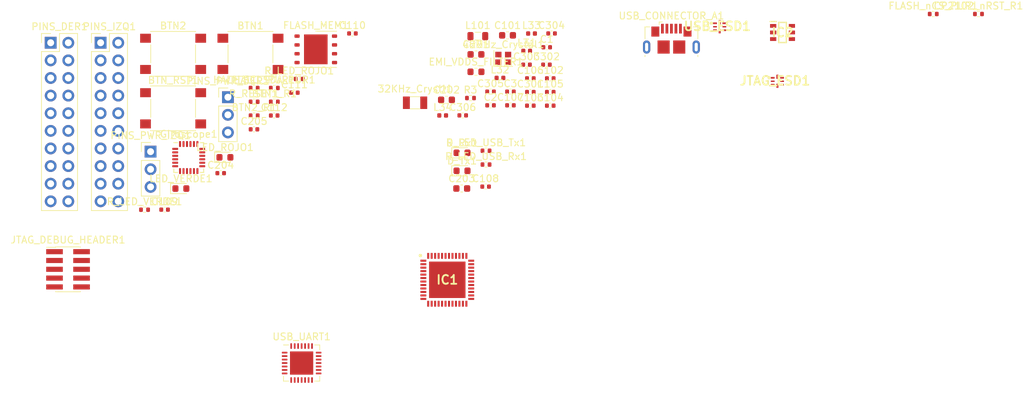
<source format=kicad_pcb>
(kicad_pcb (version 20171130) (host pcbnew "(5.1.9)-1")

  (general
    (thickness 1.6)
    (drawings 0)
    (tracks 0)
    (zones 0)
    (modules 66)
    (nets 101)
  )

  (page A4)
  (layers
    (0 F.Cu signal)
    (31 B.Cu signal)
    (32 B.Adhes user)
    (33 F.Adhes user)
    (34 B.Paste user)
    (35 F.Paste user)
    (36 B.SilkS user)
    (37 F.SilkS user)
    (38 B.Mask user)
    (39 F.Mask user)
    (40 Dwgs.User user)
    (41 Cmts.User user)
    (42 Eco1.User user)
    (43 Eco2.User user)
    (44 Edge.Cuts user)
    (45 Margin user)
    (46 B.CrtYd user)
    (47 F.CrtYd user)
    (48 B.Fab user)
    (49 F.Fab user)
  )

  (setup
    (last_trace_width 0.25)
    (trace_clearance 0.2)
    (zone_clearance 0.508)
    (zone_45_only no)
    (trace_min 0.2)
    (via_size 0.8)
    (via_drill 0.4)
    (via_min_size 0.4)
    (via_min_drill 0.3)
    (uvia_size 0.3)
    (uvia_drill 0.1)
    (uvias_allowed no)
    (uvia_min_size 0.2)
    (uvia_min_drill 0.1)
    (edge_width 0.05)
    (segment_width 0.2)
    (pcb_text_width 0.3)
    (pcb_text_size 1.5 1.5)
    (mod_edge_width 0.12)
    (mod_text_size 1 1)
    (mod_text_width 0.15)
    (pad_size 1.524 1.524)
    (pad_drill 0.762)
    (pad_to_mask_clearance 0)
    (aux_axis_origin 0 0)
    (visible_elements 7FFFFFFF)
    (pcbplotparams
      (layerselection 0x010fc_ffffffff)
      (usegerberextensions false)
      (usegerberattributes true)
      (usegerberadvancedattributes true)
      (creategerberjobfile true)
      (excludeedgelayer true)
      (linewidth 0.100000)
      (plotframeref false)
      (viasonmask false)
      (mode 1)
      (useauxorigin false)
      (hpglpennumber 1)
      (hpglpenspeed 20)
      (hpglpendiameter 15.000000)
      (psnegative false)
      (psa4output false)
      (plotreference true)
      (plotvalue true)
      (plotinvisibletext false)
      (padsonsilk false)
      (subtractmaskfromsilk false)
      (outputformat 1)
      (mirror false)
      (drillshape 1)
      (scaleselection 1)
      (outputdirectory ""))
  )

  (net 0 "")
  (net 1 X32K_Q2)
  (net 2 X32K_Q1)
  (net 3 X48M_N)
  (net 4 GND)
  (net 5 X48M_P)
  (net 6 "Net-(BTN1-Pad1)")
  (net 7 "Net-(BTN2-Pad1)")
  (net 8 GPIO13)
  (net 9 GPIO14)
  (net 10 "Net-(BTN_RST1-Pad1)")
  (net 11 RESET_N)
  (net 12 "Net-(C101-Pad1)")
  (net 13 VDDS)
  (net 14 VDDR)
  (net 15 Vin_CC2652)
  (net 16 "Net-(C110-Pad1)")
  (net 17 "Net-(C204-Pad1)")
  (net 18 "Net-(C205-Pad2)")
  (net 19 RF_N)
  (net 20 RF_P)
  (net 21 "Net-(C302-Pad1)")
  (net 22 "Net-(C303-Pad2)")
  (net 23 "Net-(C304-Pad1)")
  (net 24 "Net-(C305-Pad2)")
  (net 25 "Net-(C305-Pad1)")
  (net 26 ANT)
  (net 27 "Net-(D_Rx1-Pad2)")
  (net 28 CP2102_RX_LED)
  (net 29 "Net-(D_Tx1-Pad2)")
  (net 30 CP2102_TX_LED)
  (net 31 FLASH_RST)
  (net 32 FLASH_CLK)
  (net 33 FLASH_SDI)
  (net 34 FLASH_WP)
  (net 35 FLASH_SDO)
  (net 36 FLASH_nCS)
  (net 37 IMU_INT)
  (net 38 "Net-(Giroscope1-Pad7)")
  (net 39 "Net-(Giroscope1-Pad6)")
  (net 40 GPIO0)
  (net 41 GPIO1)
  (net 42 GPIO2)
  (net 43 GPIO3)
  (net 44 GPIO4)
  (net 45 GPIO5)
  (net 46 GPIO6)
  (net 47 GPIO7)
  (net 48 GPIO11)
  (net 49 GPIO12)
  (net 50 GPIO15)
  (net 51 JTAG_TMSC)
  (net 52 JTAG_TCKC)
  (net 53 GPIO16-JTDO)
  (net 54 GPIO17-JTDI)
  (net 55 GPIO18)
  (net 56 GPIO19)
  (net 57 GPIO21)
  (net 58 GPIO22)
  (net 59 DCDC_OUT)
  (net 60 GPIO23)
  (net 61 GPIO24)
  (net 62 GPIO25)
  (net 63 GPIO26)
  (net 64 GPIO27)
  (net 65 GPIO28)
  (net 66 GPIO29)
  (net 67 GPIO30)
  (net 68 "Net-(LED_ROJO1-Pad1)")
  (net 69 "Net-(LED_VERDE1-Pad1)")
  (net 70 "Net-(PINS_DER1-Pad11)")
  (net 71 "Net-(PINS_DER1-Pad8)")
  (net 72 USB_VBUS)
  (net 73 "Net-(USB_UART1-Pad28)")
  (net 74 "Net-(USB_UART1-Pad27)")
  (net 75 CP2102_TX)
  (net 76 CP2102_RX)
  (net 77 CP2102_RTS)
  (net 78 CP2102_CTS)
  (net 79 "Net-(USB_UART1-Pad22)")
  (net 80 "Net-(USB_UART1-Pad21)")
  (net 81 "Net-(USB_UART1-Pad20)")
  (net 82 "Net-(USB_UART1-Pad17)")
  (net 83 "Net-(USB_UART1-Pad16)")
  (net 84 "Net-(USB_UART1-Pad15)")
  (net 85 "Net-(USB_UART1-Pad14)")
  (net 86 "Net-(USB_UART1-Pad13)")
  (net 87 "Net-(USB_UART1-Pad12)")
  (net 88 "Net-(USB_UART1-Pad11)")
  (net 89 "Net-(USB_UART1-Pad10)")
  (net 90 CP2102_nRST)
  (net 91 USB_D-)
  (net 92 USB_D+)
  (net 93 "Net-(USB_UART1-Pad2)")
  (net 94 "Net-(USB_UART1-Pad1)")
  (net 95 "Net-(JTAG_ESD1-Pad7)")
  (net 96 "Net-(USB_ESD1-Pad7)")
  (net 97 "Net-(USB_ESD1-Pad3)")
  (net 98 "Net-(USB_ESD1-Pad2)")
  (net 99 "Net-(USB_ESD1-Pad1)")
  (net 100 "Net-(JTAG_DEBUG_HEADER1-Pad7)")

  (net_class Default "This is the default net class."
    (clearance 0.2)
    (trace_width 0.25)
    (via_dia 0.8)
    (via_drill 0.4)
    (uvia_dia 0.3)
    (uvia_drill 0.1)
    (add_net ANT)
    (add_net CP2102_CTS)
    (add_net CP2102_RTS)
    (add_net CP2102_RX)
    (add_net CP2102_RX_LED)
    (add_net CP2102_TX)
    (add_net CP2102_TX_LED)
    (add_net CP2102_nRST)
    (add_net DCDC_OUT)
    (add_net FLASH_CLK)
    (add_net FLASH_RST)
    (add_net FLASH_SDI)
    (add_net FLASH_SDO)
    (add_net FLASH_WP)
    (add_net FLASH_nCS)
    (add_net GND)
    (add_net GPIO0)
    (add_net GPIO1)
    (add_net GPIO11)
    (add_net GPIO12)
    (add_net GPIO13)
    (add_net GPIO14)
    (add_net GPIO15)
    (add_net GPIO16-JTDO)
    (add_net GPIO17-JTDI)
    (add_net GPIO18)
    (add_net GPIO19)
    (add_net GPIO2)
    (add_net GPIO21)
    (add_net GPIO22)
    (add_net GPIO23)
    (add_net GPIO24)
    (add_net GPIO25)
    (add_net GPIO26)
    (add_net GPIO27)
    (add_net GPIO28)
    (add_net GPIO29)
    (add_net GPIO3)
    (add_net GPIO30)
    (add_net GPIO4)
    (add_net GPIO5)
    (add_net GPIO6)
    (add_net GPIO7)
    (add_net IMU_INT)
    (add_net JTAG_TCKC)
    (add_net JTAG_TMSC)
    (add_net "Net-(BTN1-Pad1)")
    (add_net "Net-(BTN2-Pad1)")
    (add_net "Net-(BTN_RST1-Pad1)")
    (add_net "Net-(C101-Pad1)")
    (add_net "Net-(C110-Pad1)")
    (add_net "Net-(C204-Pad1)")
    (add_net "Net-(C205-Pad2)")
    (add_net "Net-(C302-Pad1)")
    (add_net "Net-(C303-Pad2)")
    (add_net "Net-(C304-Pad1)")
    (add_net "Net-(C305-Pad1)")
    (add_net "Net-(C305-Pad2)")
    (add_net "Net-(D_Rx1-Pad2)")
    (add_net "Net-(D_Tx1-Pad2)")
    (add_net "Net-(Giroscope1-Pad6)")
    (add_net "Net-(Giroscope1-Pad7)")
    (add_net "Net-(JTAG_DEBUG_HEADER1-Pad7)")
    (add_net "Net-(JTAG_ESD1-Pad7)")
    (add_net "Net-(LED_ROJO1-Pad1)")
    (add_net "Net-(LED_VERDE1-Pad1)")
    (add_net "Net-(PINS_DER1-Pad11)")
    (add_net "Net-(PINS_DER1-Pad8)")
    (add_net "Net-(USB_ESD1-Pad1)")
    (add_net "Net-(USB_ESD1-Pad2)")
    (add_net "Net-(USB_ESD1-Pad3)")
    (add_net "Net-(USB_ESD1-Pad7)")
    (add_net "Net-(USB_UART1-Pad1)")
    (add_net "Net-(USB_UART1-Pad10)")
    (add_net "Net-(USB_UART1-Pad11)")
    (add_net "Net-(USB_UART1-Pad12)")
    (add_net "Net-(USB_UART1-Pad13)")
    (add_net "Net-(USB_UART1-Pad14)")
    (add_net "Net-(USB_UART1-Pad15)")
    (add_net "Net-(USB_UART1-Pad16)")
    (add_net "Net-(USB_UART1-Pad17)")
    (add_net "Net-(USB_UART1-Pad2)")
    (add_net "Net-(USB_UART1-Pad20)")
    (add_net "Net-(USB_UART1-Pad21)")
    (add_net "Net-(USB_UART1-Pad22)")
    (add_net "Net-(USB_UART1-Pad27)")
    (add_net "Net-(USB_UART1-Pad28)")
    (add_net RESET_N)
    (add_net RF_N)
    (add_net RF_P)
    (add_net USB_D+)
    (add_net USB_D-)
    (add_net USB_VBUS)
    (add_net VDDR)
    (add_net VDDS)
    (add_net Vin_CC2652)
    (add_net X32K_Q1)
    (add_net X32K_Q2)
    (add_net X48M_N)
    (add_net X48M_P)
  )

  (module Resistor_SMD:R_0402_1005Metric (layer F.Cu) (tedit 5F68FEEE) (tstamp 61139907)
    (at 139.058432 -2.319997)
    (descr "Resistor SMD 0402 (1005 Metric), square (rectangular) end terminal, IPC_7351 nominal, (Body size source: IPC-SM-782 page 72, https://www.pcb-3d.com/wordpress/wp-content/uploads/ipc-sm-782a_amendment_1_and_2.pdf), generated with kicad-footprint-generator")
    (tags resistor)
    (path /610C2981/611609A5)
    (attr smd)
    (fp_text reference FLASH_nCS_PUR1 (at 0 -1.17) (layer F.SilkS)
      (effects (font (size 1 1) (thickness 0.15)))
    )
    (fp_text value 2.2k (at 0 1.17) (layer F.Fab)
      (effects (font (size 1 1) (thickness 0.15)))
    )
    (fp_text user %R (at 0 0) (layer F.Fab)
      (effects (font (size 0.26 0.26) (thickness 0.04)))
    )
    (fp_line (start -0.525 0.27) (end -0.525 -0.27) (layer F.Fab) (width 0.1))
    (fp_line (start -0.525 -0.27) (end 0.525 -0.27) (layer F.Fab) (width 0.1))
    (fp_line (start 0.525 -0.27) (end 0.525 0.27) (layer F.Fab) (width 0.1))
    (fp_line (start 0.525 0.27) (end -0.525 0.27) (layer F.Fab) (width 0.1))
    (fp_line (start -0.153641 -0.38) (end 0.153641 -0.38) (layer F.SilkS) (width 0.12))
    (fp_line (start -0.153641 0.38) (end 0.153641 0.38) (layer F.SilkS) (width 0.12))
    (fp_line (start -0.93 0.47) (end -0.93 -0.47) (layer F.CrtYd) (width 0.05))
    (fp_line (start -0.93 -0.47) (end 0.93 -0.47) (layer F.CrtYd) (width 0.05))
    (fp_line (start 0.93 -0.47) (end 0.93 0.47) (layer F.CrtYd) (width 0.05))
    (fp_line (start 0.93 0.47) (end -0.93 0.47) (layer F.CrtYd) (width 0.05))
    (pad 2 smd roundrect (at 0.51 0) (size 0.54 0.64) (layers F.Cu F.Paste F.Mask) (roundrect_rratio 0.25)
      (net 36 FLASH_nCS))
    (pad 1 smd roundrect (at -0.51 0) (size 0.54 0.64) (layers F.Cu F.Paste F.Mask) (roundrect_rratio 0.25)
      (net 13 VDDS))
    (model ${KISYS3DMOD}/Resistor_SMD.3dshapes/R_0402_1005Metric.wrl
      (at (xyz 0 0 0))
      (scale (xyz 1 1 1))
      (rotate (xyz 0 0 0))
    )
  )

  (module Resistor_SMD:R_0402_1005Metric (layer F.Cu) (tedit 5F68FEEE) (tstamp 61139856)
    (at 145.578432 -2.319997)
    (descr "Resistor SMD 0402 (1005 Metric), square (rectangular) end terminal, IPC_7351 nominal, (Body size source: IPC-SM-782 page 72, https://www.pcb-3d.com/wordpress/wp-content/uploads/ipc-sm-782a_amendment_1_and_2.pdf), generated with kicad-footprint-generator")
    (tags resistor)
    (path /6112335E/6115DC65)
    (attr smd)
    (fp_text reference CP2102_nRST_R1 (at 0 -1.17) (layer F.SilkS)
      (effects (font (size 1 1) (thickness 0.15)))
    )
    (fp_text value 10k (at 0 1.17) (layer F.Fab)
      (effects (font (size 1 1) (thickness 0.15)))
    )
    (fp_text user %R (at 0 0) (layer F.Fab)
      (effects (font (size 0.26 0.26) (thickness 0.04)))
    )
    (fp_line (start -0.525 0.27) (end -0.525 -0.27) (layer F.Fab) (width 0.1))
    (fp_line (start -0.525 -0.27) (end 0.525 -0.27) (layer F.Fab) (width 0.1))
    (fp_line (start 0.525 -0.27) (end 0.525 0.27) (layer F.Fab) (width 0.1))
    (fp_line (start 0.525 0.27) (end -0.525 0.27) (layer F.Fab) (width 0.1))
    (fp_line (start -0.153641 -0.38) (end 0.153641 -0.38) (layer F.SilkS) (width 0.12))
    (fp_line (start -0.153641 0.38) (end 0.153641 0.38) (layer F.SilkS) (width 0.12))
    (fp_line (start -0.93 0.47) (end -0.93 -0.47) (layer F.CrtYd) (width 0.05))
    (fp_line (start -0.93 -0.47) (end 0.93 -0.47) (layer F.CrtYd) (width 0.05))
    (fp_line (start 0.93 -0.47) (end 0.93 0.47) (layer F.CrtYd) (width 0.05))
    (fp_line (start 0.93 0.47) (end -0.93 0.47) (layer F.CrtYd) (width 0.05))
    (pad 2 smd roundrect (at 0.51 0) (size 0.54 0.64) (layers F.Cu F.Paste F.Mask) (roundrect_rratio 0.25)
      (net 90 CP2102_nRST))
    (pad 1 smd roundrect (at -0.51 0) (size 0.54 0.64) (layers F.Cu F.Paste F.Mask) (roundrect_rratio 0.25)
      (net 15 Vin_CC2652))
    (model ${KISYS3DMOD}/Resistor_SMD.3dshapes/R_0402_1005Metric.wrl
      (at (xyz 0 0 0))
      (scale (xyz 1 1 1))
      (rotate (xyz 0 0 0))
    )
  )

  (module TPD6E004RSER:RSE0008A (layer F.Cu) (tedit 0) (tstamp 61136D24)
    (at 108.270621 -0.482499)
    (descr RSE0008A)
    (tags "Integrated Circuit")
    (path /6112335E/61149CBB)
    (attr smd)
    (fp_text reference USB_ESD1 (at -0.34713 -0.07155) (layer F.SilkS)
      (effects (font (size 1.27 1.27) (thickness 0.254)))
    )
    (fp_text value TPD6E004RSER (at -0.34713 -0.07155) (layer F.SilkS) hide
      (effects (font (size 1.27 1.27) (thickness 0.254)))
    )
    (fp_text user %R (at -0.34713 -0.07155) (layer F.Fab)
      (effects (font (size 1.27 1.27) (thickness 0.254)))
    )
    (fp_line (start -0.75 -0.75) (end 0.75 -0.75) (layer F.Fab) (width 0.2))
    (fp_line (start 0.75 -0.75) (end 0.75 0.75) (layer F.Fab) (width 0.2))
    (fp_line (start 0.75 0.75) (end -0.75 0.75) (layer F.Fab) (width 0.2))
    (fp_line (start -0.75 0.75) (end -0.75 -0.75) (layer F.Fab) (width 0.2))
    (fp_circle (center -1.197 -0.512) (end -1.197 -0.476) (layer F.SilkS) (width 0.2))
    (pad 8 smd rect (at 0 -0.65) (size 0.3 0.6) (layers F.Cu F.Paste F.Mask)
      (net 72 USB_VBUS))
    (pad 7 smd rect (at 0.675 -0.5 90) (size 0.25 0.55) (layers F.Cu F.Paste F.Mask)
      (net 96 "Net-(USB_ESD1-Pad7)"))
    (pad 6 smd rect (at 0.675 0 90) (size 0.2 0.55) (layers F.Cu F.Paste F.Mask)
      (net 92 USB_D+))
    (pad 5 smd rect (at 0.675 0.5 90) (size 0.25 0.55) (layers F.Cu F.Paste F.Mask)
      (net 91 USB_D-))
    (pad 4 smd rect (at 0 0.65) (size 0.3 0.6) (layers F.Cu F.Paste F.Mask)
      (net 4 GND))
    (pad 3 smd rect (at -0.675 0.5 90) (size 0.25 0.55) (layers F.Cu F.Paste F.Mask)
      (net 97 "Net-(USB_ESD1-Pad3)"))
    (pad 2 smd rect (at -0.675 0 90) (size 0.2 0.55) (layers F.Cu F.Paste F.Mask)
      (net 98 "Net-(USB_ESD1-Pad2)"))
    (pad 1 smd rect (at -0.675 -0.5 90) (size 0.25 0.55) (layers F.Cu F.Paste F.Mask)
      (net 99 "Net-(USB_ESD1-Pad1)"))
    (model TPD6E004RSER.stp
      (at (xyz 0 0 0))
      (scale (xyz 1 1 1))
      (rotate (xyz 0 0 0))
    )
  )

  (module Connector_USB:USB_Micro-B_GCT_USB3076-30-A (layer F.Cu) (tedit 5A170D03) (tstamp 61136D12)
    (at 101.312621 1.242502)
    (descr "GCT Micro USB https://gct.co/files/drawings/usb3076.pdf")
    (tags "Micro-USB SMD Typ-B GCT")
    (path /6112335E/61149CD5)
    (attr smd)
    (fp_text reference USB_CONNECTOR_A1 (at 0 -3.3) (layer F.SilkS)
      (effects (font (size 1 1) (thickness 0.15)))
    )
    (fp_text value U217-041N-4BV81 (at 0 5.2) (layer F.Fab)
      (effects (font (size 1 1) (thickness 0.15)))
    )
    (fp_text user %R (at 0 0.85) (layer F.Fab)
      (effects (font (size 1 1) (thickness 0.15)))
    )
    (fp_text user "PCB Edge" (at 0 2.65) (layer Dwgs.User)
      (effects (font (size 0.5 0.5) (thickness 0.08)))
    )
    (fp_line (start -4.6 4.45) (end 4.6 4.45) (layer F.CrtYd) (width 0.05))
    (fp_line (start 4.6 -2.65) (end 4.6 4.45) (layer F.CrtYd) (width 0.05))
    (fp_line (start -4.6 -2.65) (end 4.6 -2.65) (layer F.CrtYd) (width 0.05))
    (fp_line (start -4.6 4.45) (end -4.6 -2.65) (layer F.CrtYd) (width 0.05))
    (fp_line (start -3.81 -1.71) (end -3.15 -1.71) (layer F.SilkS) (width 0.12))
    (fp_line (start -3.81 0.02) (end -3.81 -1.71) (layer F.SilkS) (width 0.12))
    (fp_line (start 3.81 2.59) (end 3.81 2.38) (layer F.SilkS) (width 0.12))
    (fp_line (start 3.7 3.95) (end 3.7 -1.6) (layer F.Fab) (width 0.1))
    (fp_line (start -3 2.65) (end 3 2.65) (layer F.Fab) (width 0.1))
    (fp_line (start -3.7 3.95) (end 3.7 3.95) (layer F.Fab) (width 0.1))
    (fp_line (start -3.7 -1.6) (end 3.7 -1.6) (layer F.Fab) (width 0.1))
    (fp_line (start -3.7 3.95) (end -3.7 -1.6) (layer F.Fab) (width 0.1))
    (fp_line (start -3.81 2.59) (end -3.81 2.38) (layer F.SilkS) (width 0.12))
    (fp_line (start 3.81 0.02) (end 3.81 -1.71) (layer F.SilkS) (width 0.12))
    (fp_line (start 3.81 -1.71) (end 3.16 -1.71) (layer F.SilkS) (width 0.12))
    (fp_line (start -1.76 -2.41) (end -1.31 -2.41) (layer F.SilkS) (width 0.12))
    (fp_line (start -1.76 -2.41) (end -1.76 -2.02) (layer F.SilkS) (width 0.12))
    (fp_line (start -1.3 -1.75) (end -1.5 -1.95) (layer F.Fab) (width 0.1))
    (fp_line (start -1.1 -1.95) (end -1.3 -1.75) (layer F.Fab) (width 0.1))
    (fp_line (start -1.5 -2.16) (end -1.1 -2.16) (layer F.Fab) (width 0.1))
    (fp_line (start -1.5 -2.16) (end -1.5 -1.95) (layer F.Fab) (width 0.1))
    (fp_line (start -1.1 -2.16) (end -1.1 -1.95) (layer F.Fab) (width 0.1))
    (pad 6 smd rect (at -2.32 -1.03) (size 1.15 1.45) (layers F.Cu F.Paste F.Mask))
    (pad 6 smd rect (at 2.32 -1.03) (size 1.15 1.45) (layers F.Cu F.Paste F.Mask))
    (pad 6 thru_hole oval (at 3.575 1.2) (size 1.05 1.9) (drill oval 0.45 1.25) (layers *.Cu *.Mask))
    (pad 6 thru_hole oval (at -3.575 1.2 180) (size 1.05 1.9) (drill oval 0.45 1.25) (layers *.Cu *.Mask))
    (pad 6 smd rect (at -1.125 1.2) (size 1.75 1.9) (layers F.Cu F.Paste F.Mask))
    (pad 3 smd rect (at 0 -1.45) (size 0.4 1.4) (layers F.Cu F.Paste F.Mask)
      (net 92 USB_D+))
    (pad 4 smd rect (at 0.65 -1.45) (size 0.4 1.4) (layers F.Cu F.Paste F.Mask)
      (net 4 GND))
    (pad 5 smd rect (at 1.3 -1.45) (size 0.4 1.4) (layers F.Cu F.Paste F.Mask)
      (net 4 GND))
    (pad 1 smd rect (at -1.3 -1.45) (size 0.4 1.4) (layers F.Cu F.Paste F.Mask)
      (net 72 USB_VBUS))
    (pad 2 smd rect (at -0.65 -1.45) (size 0.4 1.4) (layers F.Cu F.Paste F.Mask)
      (net 91 USB_D-))
    (pad 6 smd rect (at 1.125 1.2) (size 1.75 1.9) (layers F.Cu F.Paste F.Mask))
    (model ${KISYS3DMOD}/Connector_USB.3dshapes/USB_Micro-B_GCT_USB3076-30-A.wrl
      (at (xyz 0 0 0))
      (scale (xyz 1 1 1))
      (rotate (xyz 0 0 0))
    )
  )

  (module TPD6E004RSER:RSE0008A (layer F.Cu) (tedit 0) (tstamp 61136A57)
    (at 116.590621 7.377501)
    (descr RSE0008A)
    (tags "Integrated Circuit")
    (path /61158E4C/6115D2AA)
    (attr smd)
    (fp_text reference JTAG_ESD1 (at -0.34713 -0.07155) (layer F.SilkS)
      (effects (font (size 1.27 1.27) (thickness 0.254)))
    )
    (fp_text value TPD6E004RSER (at -0.34713 -0.07155) (layer F.SilkS) hide
      (effects (font (size 1.27 1.27) (thickness 0.254)))
    )
    (fp_text user %R (at -0.34713 -0.07155) (layer F.Fab)
      (effects (font (size 1.27 1.27) (thickness 0.254)))
    )
    (fp_line (start -0.75 -0.75) (end 0.75 -0.75) (layer F.Fab) (width 0.2))
    (fp_line (start 0.75 -0.75) (end 0.75 0.75) (layer F.Fab) (width 0.2))
    (fp_line (start 0.75 0.75) (end -0.75 0.75) (layer F.Fab) (width 0.2))
    (fp_line (start -0.75 0.75) (end -0.75 -0.75) (layer F.Fab) (width 0.2))
    (fp_circle (center -1.197 -0.512) (end -1.197 -0.476) (layer F.SilkS) (width 0.2))
    (pad 8 smd rect (at 0 -0.65) (size 0.3 0.6) (layers F.Cu F.Paste F.Mask)
      (net 15 Vin_CC2652))
    (pad 7 smd rect (at 0.675 -0.5 90) (size 0.25 0.55) (layers F.Cu F.Paste F.Mask)
      (net 95 "Net-(JTAG_ESD1-Pad7)"))
    (pad 6 smd rect (at 0.675 0 90) (size 0.2 0.55) (layers F.Cu F.Paste F.Mask)
      (net 51 JTAG_TMSC))
    (pad 5 smd rect (at 0.675 0.5 90) (size 0.25 0.55) (layers F.Cu F.Paste F.Mask)
      (net 52 JTAG_TCKC))
    (pad 4 smd rect (at 0 0.65) (size 0.3 0.6) (layers F.Cu F.Paste F.Mask)
      (net 4 GND))
    (pad 3 smd rect (at -0.675 0.5 90) (size 0.25 0.55) (layers F.Cu F.Paste F.Mask)
      (net 53 GPIO16-JTDO))
    (pad 2 smd rect (at -0.675 0 90) (size 0.2 0.55) (layers F.Cu F.Paste F.Mask)
      (net 54 GPIO17-JTDI))
    (pad 1 smd rect (at -0.675 -0.5 90) (size 0.25 0.55) (layers F.Cu F.Paste F.Mask)
      (net 11 RESET_N))
    (model TPD6E004RSER.stp
      (at (xyz 0 0 0))
      (scale (xyz 1 1 1))
      (rotate (xyz 0 0 0))
    )
  )

  (module TLE493DW2B6A2HTSA1:SOT95P280X110-6N (layer F.Cu) (tedit 0) (tstamp 611369CD)
    (at 117.332621 0.342502)
    (descr PG-TSOP6-6-8_1)
    (tags "Integrated Circuit")
    (path /610C2981/610FA0F0)
    (attr smd)
    (fp_text reference IC2 (at 0 0) (layer F.SilkS)
      (effects (font (size 1.27 1.27) (thickness 0.254)))
    )
    (fp_text value TLE493DW2B6A2HTSA1 (at 0 0) (layer F.SilkS) hide
      (effects (font (size 1.27 1.27) (thickness 0.254)))
    )
    (fp_text user %R (at 0 0) (layer F.Fab)
      (effects (font (size 1.27 1.27) (thickness 0.254)))
    )
    (fp_line (start -2.05 -1.75) (end 2.05 -1.75) (layer F.CrtYd) (width 0.05))
    (fp_line (start 2.05 -1.75) (end 2.05 1.75) (layer F.CrtYd) (width 0.05))
    (fp_line (start 2.05 1.75) (end -2.05 1.75) (layer F.CrtYd) (width 0.05))
    (fp_line (start -2.05 1.75) (end -2.05 -1.75) (layer F.CrtYd) (width 0.05))
    (fp_line (start -0.8 -1.45) (end 0.8 -1.45) (layer F.Fab) (width 0.1))
    (fp_line (start 0.8 -1.45) (end 0.8 1.45) (layer F.Fab) (width 0.1))
    (fp_line (start 0.8 1.45) (end -0.8 1.45) (layer F.Fab) (width 0.1))
    (fp_line (start -0.8 1.45) (end -0.8 -1.45) (layer F.Fab) (width 0.1))
    (fp_line (start -0.8 -0.5) (end 0.15 -1.45) (layer F.Fab) (width 0.1))
    (fp_line (start -0.55 -1.45) (end 0.55 -1.45) (layer F.SilkS) (width 0.2))
    (fp_line (start 0.55 -1.45) (end 0.55 1.45) (layer F.SilkS) (width 0.2))
    (fp_line (start 0.55 1.45) (end -0.55 1.45) (layer F.SilkS) (width 0.2))
    (fp_line (start -0.55 1.45) (end -0.55 -1.45) (layer F.SilkS) (width 0.2))
    (fp_line (start -1.8 -1.575) (end -0.9 -1.575) (layer F.SilkS) (width 0.2))
    (pad 6 smd rect (at 1.35 -0.95 90) (size 0.55 0.9) (layers F.Cu F.Paste F.Mask)
      (net 61 GPIO24))
    (pad 5 smd rect (at 1.35 0 90) (size 0.55 0.9) (layers F.Cu F.Paste F.Mask)
      (net 4 GND))
    (pad 4 smd rect (at 1.35 0.95 90) (size 0.55 0.9) (layers F.Cu F.Paste F.Mask)
      (net 13 VDDS))
    (pad 3 smd rect (at -1.35 0.95 90) (size 0.55 0.9) (layers F.Cu F.Paste F.Mask)
      (net 4 GND))
    (pad 2 smd rect (at -1.35 0 90) (size 0.55 0.9) (layers F.Cu F.Paste F.Mask)
      (net 4 GND))
    (pad 1 smd rect (at -1.35 -0.95 90) (size 0.55 0.9) (layers F.Cu F.Paste F.Mask)
      (net 62 GPIO25))
    (model TLE493DW2B6A2HTSA1.stp
      (at (xyz 0 0 0))
      (scale (xyz 1 1 1))
      (rotate (xyz 0 0 0))
    )
  )

  (module Package_DFN_QFN:QFN-28-1EP_5x5mm_P0.5mm_EP3.35x3.35mm (layer F.Cu) (tedit 5DC5F6A4) (tstamp 6113424B)
    (at 48 48)
    (descr "QFN, 28 Pin (http://ww1.microchip.com/downloads/en/PackagingSpec/00000049BQ.pdf#page=283), generated with kicad-footprint-generator ipc_noLead_generator.py")
    (tags "QFN NoLead")
    (path /6112335E/61149CDB)
    (attr smd)
    (fp_text reference USB_UART1 (at 0 -3.8) (layer F.SilkS)
      (effects (font (size 1 1) (thickness 0.15)))
    )
    (fp_text value CP2102N-A01-GQFN28 (at 0 3.8) (layer F.Fab)
      (effects (font (size 1 1) (thickness 0.15)))
    )
    (fp_line (start 3.1 -3.1) (end -3.1 -3.1) (layer F.CrtYd) (width 0.05))
    (fp_line (start 3.1 3.1) (end 3.1 -3.1) (layer F.CrtYd) (width 0.05))
    (fp_line (start -3.1 3.1) (end 3.1 3.1) (layer F.CrtYd) (width 0.05))
    (fp_line (start -3.1 -3.1) (end -3.1 3.1) (layer F.CrtYd) (width 0.05))
    (fp_line (start -2.5 -1.5) (end -1.5 -2.5) (layer F.Fab) (width 0.1))
    (fp_line (start -2.5 2.5) (end -2.5 -1.5) (layer F.Fab) (width 0.1))
    (fp_line (start 2.5 2.5) (end -2.5 2.5) (layer F.Fab) (width 0.1))
    (fp_line (start 2.5 -2.5) (end 2.5 2.5) (layer F.Fab) (width 0.1))
    (fp_line (start -1.5 -2.5) (end 2.5 -2.5) (layer F.Fab) (width 0.1))
    (fp_line (start -1.885 -2.61) (end -2.61 -2.61) (layer F.SilkS) (width 0.12))
    (fp_line (start 2.61 2.61) (end 2.61 1.885) (layer F.SilkS) (width 0.12))
    (fp_line (start 1.885 2.61) (end 2.61 2.61) (layer F.SilkS) (width 0.12))
    (fp_line (start -2.61 2.61) (end -2.61 1.885) (layer F.SilkS) (width 0.12))
    (fp_line (start -1.885 2.61) (end -2.61 2.61) (layer F.SilkS) (width 0.12))
    (fp_line (start 2.61 -2.61) (end 2.61 -1.885) (layer F.SilkS) (width 0.12))
    (fp_line (start 1.885 -2.61) (end 2.61 -2.61) (layer F.SilkS) (width 0.12))
    (fp_text user %R (at 0 0) (layer F.Fab)
      (effects (font (size 1 1) (thickness 0.15)))
    )
    (pad "" smd roundrect (at 1.12 1.12) (size 0.9 0.9) (layers F.Paste) (roundrect_rratio 0.25))
    (pad "" smd roundrect (at 1.12 0) (size 0.9 0.9) (layers F.Paste) (roundrect_rratio 0.25))
    (pad "" smd roundrect (at 1.12 -1.12) (size 0.9 0.9) (layers F.Paste) (roundrect_rratio 0.25))
    (pad "" smd roundrect (at 0 1.12) (size 0.9 0.9) (layers F.Paste) (roundrect_rratio 0.25))
    (pad "" smd roundrect (at 0 0) (size 0.9 0.9) (layers F.Paste) (roundrect_rratio 0.25))
    (pad "" smd roundrect (at 0 -1.12) (size 0.9 0.9) (layers F.Paste) (roundrect_rratio 0.25))
    (pad "" smd roundrect (at -1.12 1.12) (size 0.9 0.9) (layers F.Paste) (roundrect_rratio 0.25))
    (pad "" smd roundrect (at -1.12 0) (size 0.9 0.9) (layers F.Paste) (roundrect_rratio 0.25))
    (pad "" smd roundrect (at -1.12 -1.12) (size 0.9 0.9) (layers F.Paste) (roundrect_rratio 0.25))
    (pad 29 smd rect (at 0 0) (size 3.35 3.35) (layers F.Cu F.Mask)
      (net 4 GND))
    (pad 28 smd roundrect (at -1.5 -2.45) (size 0.25 0.8) (layers F.Cu F.Paste F.Mask) (roundrect_rratio 0.25)
      (net 73 "Net-(USB_UART1-Pad28)"))
    (pad 27 smd roundrect (at -1 -2.45) (size 0.25 0.8) (layers F.Cu F.Paste F.Mask) (roundrect_rratio 0.25)
      (net 74 "Net-(USB_UART1-Pad27)"))
    (pad 26 smd roundrect (at -0.5 -2.45) (size 0.25 0.8) (layers F.Cu F.Paste F.Mask) (roundrect_rratio 0.25)
      (net 75 CP2102_TX))
    (pad 25 smd roundrect (at 0 -2.45) (size 0.25 0.8) (layers F.Cu F.Paste F.Mask) (roundrect_rratio 0.25)
      (net 76 CP2102_RX))
    (pad 24 smd roundrect (at 0.5 -2.45) (size 0.25 0.8) (layers F.Cu F.Paste F.Mask) (roundrect_rratio 0.25)
      (net 77 CP2102_RTS))
    (pad 23 smd roundrect (at 1 -2.45) (size 0.25 0.8) (layers F.Cu F.Paste F.Mask) (roundrect_rratio 0.25)
      (net 78 CP2102_CTS))
    (pad 22 smd roundrect (at 1.5 -2.45) (size 0.25 0.8) (layers F.Cu F.Paste F.Mask) (roundrect_rratio 0.25)
      (net 79 "Net-(USB_UART1-Pad22)"))
    (pad 21 smd roundrect (at 2.45 -1.5) (size 0.8 0.25) (layers F.Cu F.Paste F.Mask) (roundrect_rratio 0.25)
      (net 80 "Net-(USB_UART1-Pad21)"))
    (pad 20 smd roundrect (at 2.45 -1) (size 0.8 0.25) (layers F.Cu F.Paste F.Mask) (roundrect_rratio 0.25)
      (net 81 "Net-(USB_UART1-Pad20)"))
    (pad 19 smd roundrect (at 2.45 -0.5) (size 0.8 0.25) (layers F.Cu F.Paste F.Mask) (roundrect_rratio 0.25)
      (net 30 CP2102_TX_LED))
    (pad 18 smd roundrect (at 2.45 0) (size 0.8 0.25) (layers F.Cu F.Paste F.Mask) (roundrect_rratio 0.25)
      (net 28 CP2102_RX_LED))
    (pad 17 smd roundrect (at 2.45 0.5) (size 0.8 0.25) (layers F.Cu F.Paste F.Mask) (roundrect_rratio 0.25)
      (net 82 "Net-(USB_UART1-Pad17)"))
    (pad 16 smd roundrect (at 2.45 1) (size 0.8 0.25) (layers F.Cu F.Paste F.Mask) (roundrect_rratio 0.25)
      (net 83 "Net-(USB_UART1-Pad16)"))
    (pad 15 smd roundrect (at 2.45 1.5) (size 0.8 0.25) (layers F.Cu F.Paste F.Mask) (roundrect_rratio 0.25)
      (net 84 "Net-(USB_UART1-Pad15)"))
    (pad 14 smd roundrect (at 1.5 2.45) (size 0.25 0.8) (layers F.Cu F.Paste F.Mask) (roundrect_rratio 0.25)
      (net 85 "Net-(USB_UART1-Pad14)"))
    (pad 13 smd roundrect (at 1 2.45) (size 0.25 0.8) (layers F.Cu F.Paste F.Mask) (roundrect_rratio 0.25)
      (net 86 "Net-(USB_UART1-Pad13)"))
    (pad 12 smd roundrect (at 0.5 2.45) (size 0.25 0.8) (layers F.Cu F.Paste F.Mask) (roundrect_rratio 0.25)
      (net 87 "Net-(USB_UART1-Pad12)"))
    (pad 11 smd roundrect (at 0 2.45) (size 0.25 0.8) (layers F.Cu F.Paste F.Mask) (roundrect_rratio 0.25)
      (net 88 "Net-(USB_UART1-Pad11)"))
    (pad 10 smd roundrect (at -0.5 2.45) (size 0.25 0.8) (layers F.Cu F.Paste F.Mask) (roundrect_rratio 0.25)
      (net 89 "Net-(USB_UART1-Pad10)"))
    (pad 9 smd roundrect (at -1 2.45) (size 0.25 0.8) (layers F.Cu F.Paste F.Mask) (roundrect_rratio 0.25)
      (net 90 CP2102_nRST))
    (pad 8 smd roundrect (at -1.5 2.45) (size 0.25 0.8) (layers F.Cu F.Paste F.Mask) (roundrect_rratio 0.25)
      (net 72 USB_VBUS))
    (pad 7 smd roundrect (at -2.45 1.5) (size 0.8 0.25) (layers F.Cu F.Paste F.Mask) (roundrect_rratio 0.25)
      (net 72 USB_VBUS))
    (pad 6 smd roundrect (at -2.45 1) (size 0.8 0.25) (layers F.Cu F.Paste F.Mask) (roundrect_rratio 0.25)
      (net 15 Vin_CC2652))
    (pad 5 smd roundrect (at -2.45 0.5) (size 0.8 0.25) (layers F.Cu F.Paste F.Mask) (roundrect_rratio 0.25)
      (net 91 USB_D-))
    (pad 4 smd roundrect (at -2.45 0) (size 0.8 0.25) (layers F.Cu F.Paste F.Mask) (roundrect_rratio 0.25)
      (net 92 USB_D+))
    (pad 3 smd roundrect (at -2.45 -0.5) (size 0.8 0.25) (layers F.Cu F.Paste F.Mask) (roundrect_rratio 0.25)
      (net 4 GND))
    (pad 2 smd roundrect (at -2.45 -1) (size 0.8 0.25) (layers F.Cu F.Paste F.Mask) (roundrect_rratio 0.25)
      (net 93 "Net-(USB_UART1-Pad2)"))
    (pad 1 smd roundrect (at -2.45 -1.5) (size 0.8 0.25) (layers F.Cu F.Paste F.Mask) (roundrect_rratio 0.25)
      (net 94 "Net-(USB_UART1-Pad1)"))
    (model ${KISYS3DMOD}/Package_DFN_QFN.3dshapes/QFN-28-1EP_5x5mm_P0.5mm_EP3.35x3.35mm.wrl
      (at (xyz 0 0 0))
      (scale (xyz 1 1 1))
      (rotate (xyz 0 0 0))
    )
  )

  (module Resistor_SMD:R_0402_1005Metric (layer F.Cu) (tedit 5F68FEEE) (tstamp 61134210)
    (at 41.155001 10.335001)
    (descr "Resistor SMD 0402 (1005 Metric), square (rectangular) end terminal, IPC_7351 nominal, (Body size source: IPC-SM-782 page 72, https://www.pcb-3d.com/wordpress/wp-content/uploads/ipc-sm-782a_amendment_1_and_2.pdf), generated with kicad-footprint-generator")
    (tags resistor)
    (path /610C2981/611499B7)
    (attr smd)
    (fp_text reference R_RESET1 (at 0 -1.17) (layer F.SilkS)
      (effects (font (size 1 1) (thickness 0.15)))
    )
    (fp_text value 100 (at 0 1.17) (layer F.Fab)
      (effects (font (size 1 1) (thickness 0.15)))
    )
    (fp_line (start 0.93 0.47) (end -0.93 0.47) (layer F.CrtYd) (width 0.05))
    (fp_line (start 0.93 -0.47) (end 0.93 0.47) (layer F.CrtYd) (width 0.05))
    (fp_line (start -0.93 -0.47) (end 0.93 -0.47) (layer F.CrtYd) (width 0.05))
    (fp_line (start -0.93 0.47) (end -0.93 -0.47) (layer F.CrtYd) (width 0.05))
    (fp_line (start -0.153641 0.38) (end 0.153641 0.38) (layer F.SilkS) (width 0.12))
    (fp_line (start -0.153641 -0.38) (end 0.153641 -0.38) (layer F.SilkS) (width 0.12))
    (fp_line (start 0.525 0.27) (end -0.525 0.27) (layer F.Fab) (width 0.1))
    (fp_line (start 0.525 -0.27) (end 0.525 0.27) (layer F.Fab) (width 0.1))
    (fp_line (start -0.525 -0.27) (end 0.525 -0.27) (layer F.Fab) (width 0.1))
    (fp_line (start -0.525 0.27) (end -0.525 -0.27) (layer F.Fab) (width 0.1))
    (fp_text user %R (at 0 0) (layer F.Fab)
      (effects (font (size 0.26 0.26) (thickness 0.04)))
    )
    (pad 2 smd roundrect (at 0.51 0) (size 0.54 0.64) (layers F.Cu F.Paste F.Mask) (roundrect_rratio 0.25)
      (net 10 "Net-(BTN_RST1-Pad1)"))
    (pad 1 smd roundrect (at -0.51 0) (size 0.54 0.64) (layers F.Cu F.Paste F.Mask) (roundrect_rratio 0.25)
      (net 11 RESET_N))
    (model ${KISYS3DMOD}/Resistor_SMD.3dshapes/R_0402_1005Metric.wrl
      (at (xyz 0 0 0))
      (scale (xyz 1 1 1))
      (rotate (xyz 0 0 0))
    )
  )

  (module Resistor_SMD:R_0402_1005Metric (layer F.Cu) (tedit 5F68FEEE) (tstamp 611341FF)
    (at 25.355001 25.895001)
    (descr "Resistor SMD 0402 (1005 Metric), square (rectangular) end terminal, IPC_7351 nominal, (Body size source: IPC-SM-782 page 72, https://www.pcb-3d.com/wordpress/wp-content/uploads/ipc-sm-782a_amendment_1_and_2.pdf), generated with kicad-footprint-generator")
    (tags resistor)
    (path /610C2981/610D91E3)
    (attr smd)
    (fp_text reference R_LED_VERDE1 (at 0 -1.17) (layer F.SilkS)
      (effects (font (size 1 1) (thickness 0.15)))
    )
    (fp_text value 220 (at 0 1.17) (layer F.Fab)
      (effects (font (size 1 1) (thickness 0.15)))
    )
    (fp_line (start 0.93 0.47) (end -0.93 0.47) (layer F.CrtYd) (width 0.05))
    (fp_line (start 0.93 -0.47) (end 0.93 0.47) (layer F.CrtYd) (width 0.05))
    (fp_line (start -0.93 -0.47) (end 0.93 -0.47) (layer F.CrtYd) (width 0.05))
    (fp_line (start -0.93 0.47) (end -0.93 -0.47) (layer F.CrtYd) (width 0.05))
    (fp_line (start -0.153641 0.38) (end 0.153641 0.38) (layer F.SilkS) (width 0.12))
    (fp_line (start -0.153641 -0.38) (end 0.153641 -0.38) (layer F.SilkS) (width 0.12))
    (fp_line (start 0.525 0.27) (end -0.525 0.27) (layer F.Fab) (width 0.1))
    (fp_line (start 0.525 -0.27) (end 0.525 0.27) (layer F.Fab) (width 0.1))
    (fp_line (start -0.525 -0.27) (end 0.525 -0.27) (layer F.Fab) (width 0.1))
    (fp_line (start -0.525 0.27) (end -0.525 -0.27) (layer F.Fab) (width 0.1))
    (fp_text user %R (at 0 0) (layer F.Fab)
      (effects (font (size 0.26 0.26) (thickness 0.04)))
    )
    (pad 2 smd roundrect (at 0.51 0) (size 0.54 0.64) (layers F.Cu F.Paste F.Mask) (roundrect_rratio 0.25)
      (net 4 GND))
    (pad 1 smd roundrect (at -0.51 0) (size 0.54 0.64) (layers F.Cu F.Paste F.Mask) (roundrect_rratio 0.25)
      (net 69 "Net-(LED_VERDE1-Pad1)"))
    (model ${KISYS3DMOD}/Resistor_SMD.3dshapes/R_0402_1005Metric.wrl
      (at (xyz 0 0 0))
      (scale (xyz 1 1 1))
      (rotate (xyz 0 0 0))
    )
  )

  (module Resistor_SMD:R_0402_1005Metric (layer F.Cu) (tedit 5F68FEEE) (tstamp 611341EE)
    (at 74.585001 17.395001)
    (descr "Resistor SMD 0402 (1005 Metric), square (rectangular) end terminal, IPC_7351 nominal, (Body size source: IPC-SM-782 page 72, https://www.pcb-3d.com/wordpress/wp-content/uploads/ipc-sm-782a_amendment_1_and_2.pdf), generated with kicad-footprint-generator")
    (tags resistor)
    (path /6112335E/611922D3)
    (attr smd)
    (fp_text reference R_LED_USB_Tx1 (at 0 -1.17) (layer F.SilkS)
      (effects (font (size 1 1) (thickness 0.15)))
    )
    (fp_text value 220 (at 0 1.17) (layer F.Fab)
      (effects (font (size 1 1) (thickness 0.15)))
    )
    (fp_line (start 0.93 0.47) (end -0.93 0.47) (layer F.CrtYd) (width 0.05))
    (fp_line (start 0.93 -0.47) (end 0.93 0.47) (layer F.CrtYd) (width 0.05))
    (fp_line (start -0.93 -0.47) (end 0.93 -0.47) (layer F.CrtYd) (width 0.05))
    (fp_line (start -0.93 0.47) (end -0.93 -0.47) (layer F.CrtYd) (width 0.05))
    (fp_line (start -0.153641 0.38) (end 0.153641 0.38) (layer F.SilkS) (width 0.12))
    (fp_line (start -0.153641 -0.38) (end 0.153641 -0.38) (layer F.SilkS) (width 0.12))
    (fp_line (start 0.525 0.27) (end -0.525 0.27) (layer F.Fab) (width 0.1))
    (fp_line (start 0.525 -0.27) (end 0.525 0.27) (layer F.Fab) (width 0.1))
    (fp_line (start -0.525 -0.27) (end 0.525 -0.27) (layer F.Fab) (width 0.1))
    (fp_line (start -0.525 0.27) (end -0.525 -0.27) (layer F.Fab) (width 0.1))
    (fp_text user %R (at 0 0) (layer F.Fab)
      (effects (font (size 0.26 0.26) (thickness 0.04)))
    )
    (pad 2 smd roundrect (at 0.51 0) (size 0.54 0.64) (layers F.Cu F.Paste F.Mask) (roundrect_rratio 0.25)
      (net 29 "Net-(D_Tx1-Pad2)"))
    (pad 1 smd roundrect (at -0.51 0) (size 0.54 0.64) (layers F.Cu F.Paste F.Mask) (roundrect_rratio 0.25)
      (net 15 Vin_CC2652))
    (model ${KISYS3DMOD}/Resistor_SMD.3dshapes/R_0402_1005Metric.wrl
      (at (xyz 0 0 0))
      (scale (xyz 1 1 1))
      (rotate (xyz 0 0 0))
    )
  )

  (module Resistor_SMD:R_0402_1005Metric (layer F.Cu) (tedit 5F68FEEE) (tstamp 611341DD)
    (at 74.585001 19.385001)
    (descr "Resistor SMD 0402 (1005 Metric), square (rectangular) end terminal, IPC_7351 nominal, (Body size source: IPC-SM-782 page 72, https://www.pcb-3d.com/wordpress/wp-content/uploads/ipc-sm-782a_amendment_1_and_2.pdf), generated with kicad-footprint-generator")
    (tags resistor)
    (path /6112335E/61192EB6)
    (attr smd)
    (fp_text reference R_LED_USB_Rx1 (at 0 -1.17) (layer F.SilkS)
      (effects (font (size 1 1) (thickness 0.15)))
    )
    (fp_text value 180 (at 0 1.17) (layer F.Fab)
      (effects (font (size 1 1) (thickness 0.15)))
    )
    (fp_line (start 0.93 0.47) (end -0.93 0.47) (layer F.CrtYd) (width 0.05))
    (fp_line (start 0.93 -0.47) (end 0.93 0.47) (layer F.CrtYd) (width 0.05))
    (fp_line (start -0.93 -0.47) (end 0.93 -0.47) (layer F.CrtYd) (width 0.05))
    (fp_line (start -0.93 0.47) (end -0.93 -0.47) (layer F.CrtYd) (width 0.05))
    (fp_line (start -0.153641 0.38) (end 0.153641 0.38) (layer F.SilkS) (width 0.12))
    (fp_line (start -0.153641 -0.38) (end 0.153641 -0.38) (layer F.SilkS) (width 0.12))
    (fp_line (start 0.525 0.27) (end -0.525 0.27) (layer F.Fab) (width 0.1))
    (fp_line (start 0.525 -0.27) (end 0.525 0.27) (layer F.Fab) (width 0.1))
    (fp_line (start -0.525 -0.27) (end 0.525 -0.27) (layer F.Fab) (width 0.1))
    (fp_line (start -0.525 0.27) (end -0.525 -0.27) (layer F.Fab) (width 0.1))
    (fp_text user %R (at 0 0) (layer F.Fab)
      (effects (font (size 0.26 0.26) (thickness 0.04)))
    )
    (pad 2 smd roundrect (at 0.51 0) (size 0.54 0.64) (layers F.Cu F.Paste F.Mask) (roundrect_rratio 0.25)
      (net 27 "Net-(D_Rx1-Pad2)"))
    (pad 1 smd roundrect (at -0.51 0) (size 0.54 0.64) (layers F.Cu F.Paste F.Mask) (roundrect_rratio 0.25)
      (net 15 Vin_CC2652))
    (model ${KISYS3DMOD}/Resistor_SMD.3dshapes/R_0402_1005Metric.wrl
      (at (xyz 0 0 0))
      (scale (xyz 1 1 1))
      (rotate (xyz 0 0 0))
    )
  )

  (module Resistor_SMD:R_0402_1005Metric (layer F.Cu) (tedit 5F68FEEE) (tstamp 611341CC)
    (at 47.655001 7.045001)
    (descr "Resistor SMD 0402 (1005 Metric), square (rectangular) end terminal, IPC_7351 nominal, (Body size source: IPC-SM-782 page 72, https://www.pcb-3d.com/wordpress/wp-content/uploads/ipc-sm-782a_amendment_1_and_2.pdf), generated with kicad-footprint-generator")
    (tags resistor)
    (path /610C2981/610D91E9)
    (attr smd)
    (fp_text reference R_LED_ROJO1 (at 0 -1.17) (layer F.SilkS)
      (effects (font (size 1 1) (thickness 0.15)))
    )
    (fp_text value 180 (at 0 1.17) (layer F.Fab)
      (effects (font (size 1 1) (thickness 0.15)))
    )
    (fp_line (start 0.93 0.47) (end -0.93 0.47) (layer F.CrtYd) (width 0.05))
    (fp_line (start 0.93 -0.47) (end 0.93 0.47) (layer F.CrtYd) (width 0.05))
    (fp_line (start -0.93 -0.47) (end 0.93 -0.47) (layer F.CrtYd) (width 0.05))
    (fp_line (start -0.93 0.47) (end -0.93 -0.47) (layer F.CrtYd) (width 0.05))
    (fp_line (start -0.153641 0.38) (end 0.153641 0.38) (layer F.SilkS) (width 0.12))
    (fp_line (start -0.153641 -0.38) (end 0.153641 -0.38) (layer F.SilkS) (width 0.12))
    (fp_line (start 0.525 0.27) (end -0.525 0.27) (layer F.Fab) (width 0.1))
    (fp_line (start 0.525 -0.27) (end 0.525 0.27) (layer F.Fab) (width 0.1))
    (fp_line (start -0.525 -0.27) (end 0.525 -0.27) (layer F.Fab) (width 0.1))
    (fp_line (start -0.525 0.27) (end -0.525 -0.27) (layer F.Fab) (width 0.1))
    (fp_text user %R (at 0 0) (layer F.Fab)
      (effects (font (size 0.26 0.26) (thickness 0.04)))
    )
    (pad 2 smd roundrect (at 0.51 0) (size 0.54 0.64) (layers F.Cu F.Paste F.Mask) (roundrect_rratio 0.25)
      (net 4 GND))
    (pad 1 smd roundrect (at -0.51 0) (size 0.54 0.64) (layers F.Cu F.Paste F.Mask) (roundrect_rratio 0.25)
      (net 68 "Net-(LED_ROJO1-Pad1)"))
    (model ${KISYS3DMOD}/Resistor_SMD.3dshapes/R_0402_1005Metric.wrl
      (at (xyz 0 0 0))
      (scale (xyz 1 1 1))
      (rotate (xyz 0 0 0))
    )
  )

  (module Resistor_SMD:R_0402_1005Metric (layer F.Cu) (tedit 5F68FEEE) (tstamp 611341BB)
    (at 72.345001 9.795001)
    (descr "Resistor SMD 0402 (1005 Metric), square (rectangular) end terminal, IPC_7351 nominal, (Body size source: IPC-SM-782 page 72, https://www.pcb-3d.com/wordpress/wp-content/uploads/ipc-sm-782a_amendment_1_and_2.pdf), generated with kicad-footprint-generator")
    (tags resistor)
    (path /610C279C)
    (attr smd)
    (fp_text reference R3 (at 0 -1.17) (layer F.SilkS)
      (effects (font (size 1 1) (thickness 0.15)))
    )
    (fp_text value 100k (at 0 1.17) (layer F.Fab)
      (effects (font (size 1 1) (thickness 0.15)))
    )
    (fp_line (start 0.93 0.47) (end -0.93 0.47) (layer F.CrtYd) (width 0.05))
    (fp_line (start 0.93 -0.47) (end 0.93 0.47) (layer F.CrtYd) (width 0.05))
    (fp_line (start -0.93 -0.47) (end 0.93 -0.47) (layer F.CrtYd) (width 0.05))
    (fp_line (start -0.93 0.47) (end -0.93 -0.47) (layer F.CrtYd) (width 0.05))
    (fp_line (start -0.153641 0.38) (end 0.153641 0.38) (layer F.SilkS) (width 0.12))
    (fp_line (start -0.153641 -0.38) (end 0.153641 -0.38) (layer F.SilkS) (width 0.12))
    (fp_line (start 0.525 0.27) (end -0.525 0.27) (layer F.Fab) (width 0.1))
    (fp_line (start 0.525 -0.27) (end 0.525 0.27) (layer F.Fab) (width 0.1))
    (fp_line (start -0.525 -0.27) (end 0.525 -0.27) (layer F.Fab) (width 0.1))
    (fp_line (start -0.525 0.27) (end -0.525 -0.27) (layer F.Fab) (width 0.1))
    (fp_text user %R (at 0 0) (layer F.Fab)
      (effects (font (size 0.26 0.26) (thickness 0.04)))
    )
    (pad 2 smd roundrect (at 0.51 0) (size 0.54 0.64) (layers F.Cu F.Paste F.Mask) (roundrect_rratio 0.25)
      (net 11 RESET_N))
    (pad 1 smd roundrect (at -0.51 0) (size 0.54 0.64) (layers F.Cu F.Paste F.Mask) (roundrect_rratio 0.25)
      (net 13 VDDS))
    (model ${KISYS3DMOD}/Resistor_SMD.3dshapes/R_0402_1005Metric.wrl
      (at (xyz 0 0 0))
      (scale (xyz 1 1 1))
      (rotate (xyz 0 0 0))
    )
  )

  (module Connector_PinHeader_2.54mm:PinHeader_1x03_P2.54mm_Vertical (layer F.Cu) (tedit 59FED5CC) (tstamp 611341AA)
    (at 26.225001 17.525001)
    (descr "Through hole straight pin header, 1x03, 2.54mm pitch, single row")
    (tags "Through hole pin header THT 1x03 2.54mm single row")
    (path /610C2981/6114073D)
    (fp_text reference PINS_PWR_IZQ1 (at 0 -2.33) (layer F.SilkS)
      (effects (font (size 1 1) (thickness 0.15)))
    )
    (fp_text value Conn_01x03 (at 0 7.41) (layer F.Fab)
      (effects (font (size 1 1) (thickness 0.15)))
    )
    (fp_line (start 1.8 -1.8) (end -1.8 -1.8) (layer F.CrtYd) (width 0.05))
    (fp_line (start 1.8 6.85) (end 1.8 -1.8) (layer F.CrtYd) (width 0.05))
    (fp_line (start -1.8 6.85) (end 1.8 6.85) (layer F.CrtYd) (width 0.05))
    (fp_line (start -1.8 -1.8) (end -1.8 6.85) (layer F.CrtYd) (width 0.05))
    (fp_line (start -1.33 -1.33) (end 0 -1.33) (layer F.SilkS) (width 0.12))
    (fp_line (start -1.33 0) (end -1.33 -1.33) (layer F.SilkS) (width 0.12))
    (fp_line (start -1.33 1.27) (end 1.33 1.27) (layer F.SilkS) (width 0.12))
    (fp_line (start 1.33 1.27) (end 1.33 6.41) (layer F.SilkS) (width 0.12))
    (fp_line (start -1.33 1.27) (end -1.33 6.41) (layer F.SilkS) (width 0.12))
    (fp_line (start -1.33 6.41) (end 1.33 6.41) (layer F.SilkS) (width 0.12))
    (fp_line (start -1.27 -0.635) (end -0.635 -1.27) (layer F.Fab) (width 0.1))
    (fp_line (start -1.27 6.35) (end -1.27 -0.635) (layer F.Fab) (width 0.1))
    (fp_line (start 1.27 6.35) (end -1.27 6.35) (layer F.Fab) (width 0.1))
    (fp_line (start 1.27 -1.27) (end 1.27 6.35) (layer F.Fab) (width 0.1))
    (fp_line (start -0.635 -1.27) (end 1.27 -1.27) (layer F.Fab) (width 0.1))
    (fp_text user %R (at 0 2.54 90) (layer F.Fab)
      (effects (font (size 1 1) (thickness 0.15)))
    )
    (pad 3 thru_hole oval (at 0 5.08) (size 1.7 1.7) (drill 1) (layers *.Cu *.Mask)
      (net 72 USB_VBUS))
    (pad 2 thru_hole oval (at 0 2.54) (size 1.7 1.7) (drill 1) (layers *.Cu *.Mask)
      (net 4 GND))
    (pad 1 thru_hole rect (at 0 0) (size 1.7 1.7) (drill 1) (layers *.Cu *.Mask)
      (net 4 GND))
    (model ${KISYS3DMOD}/Connector_PinHeader_2.54mm.3dshapes/PinHeader_1x03_P2.54mm_Vertical.wrl
      (at (xyz 0 0 0))
      (scale (xyz 1 1 1))
      (rotate (xyz 0 0 0))
    )
  )

  (module Connector_PinHeader_2.54mm:PinHeader_1x03_P2.54mm_Vertical (layer F.Cu) (tedit 59FED5CC) (tstamp 61134193)
    (at 37.375001 9.675001)
    (descr "Through hole straight pin header, 1x03, 2.54mm pitch, single row")
    (tags "Through hole pin header THT 1x03 2.54mm single row")
    (path /610C2981/61141941)
    (fp_text reference PINS_PWR_DER1 (at 0 -2.33) (layer F.SilkS)
      (effects (font (size 1 1) (thickness 0.15)))
    )
    (fp_text value Conn_01x03 (at 0 7.41) (layer F.Fab)
      (effects (font (size 1 1) (thickness 0.15)))
    )
    (fp_line (start 1.8 -1.8) (end -1.8 -1.8) (layer F.CrtYd) (width 0.05))
    (fp_line (start 1.8 6.85) (end 1.8 -1.8) (layer F.CrtYd) (width 0.05))
    (fp_line (start -1.8 6.85) (end 1.8 6.85) (layer F.CrtYd) (width 0.05))
    (fp_line (start -1.8 -1.8) (end -1.8 6.85) (layer F.CrtYd) (width 0.05))
    (fp_line (start -1.33 -1.33) (end 0 -1.33) (layer F.SilkS) (width 0.12))
    (fp_line (start -1.33 0) (end -1.33 -1.33) (layer F.SilkS) (width 0.12))
    (fp_line (start -1.33 1.27) (end 1.33 1.27) (layer F.SilkS) (width 0.12))
    (fp_line (start 1.33 1.27) (end 1.33 6.41) (layer F.SilkS) (width 0.12))
    (fp_line (start -1.33 1.27) (end -1.33 6.41) (layer F.SilkS) (width 0.12))
    (fp_line (start -1.33 6.41) (end 1.33 6.41) (layer F.SilkS) (width 0.12))
    (fp_line (start -1.27 -0.635) (end -0.635 -1.27) (layer F.Fab) (width 0.1))
    (fp_line (start -1.27 6.35) (end -1.27 -0.635) (layer F.Fab) (width 0.1))
    (fp_line (start 1.27 6.35) (end -1.27 6.35) (layer F.Fab) (width 0.1))
    (fp_line (start 1.27 -1.27) (end 1.27 6.35) (layer F.Fab) (width 0.1))
    (fp_line (start -0.635 -1.27) (end 1.27 -1.27) (layer F.Fab) (width 0.1))
    (fp_text user %R (at 0 2.54 90) (layer F.Fab)
      (effects (font (size 1 1) (thickness 0.15)))
    )
    (pad 3 thru_hole oval (at 0 5.08) (size 1.7 1.7) (drill 1) (layers *.Cu *.Mask)
      (net 13 VDDS))
    (pad 2 thru_hole oval (at 0 2.54) (size 1.7 1.7) (drill 1) (layers *.Cu *.Mask)
      (net 4 GND))
    (pad 1 thru_hole rect (at 0 0) (size 1.7 1.7) (drill 1) (layers *.Cu *.Mask)
      (net 4 GND))
    (model ${KISYS3DMOD}/Connector_PinHeader_2.54mm.3dshapes/PinHeader_1x03_P2.54mm_Vertical.wrl
      (at (xyz 0 0 0))
      (scale (xyz 1 1 1))
      (rotate (xyz 0 0 0))
    )
  )

  (module Connector_PinHeader_2.54mm:PinHeader_2x10_P2.54mm_Vertical (layer F.Cu) (tedit 59FED5CC) (tstamp 6113417C)
    (at 19.025001 1.825001)
    (descr "Through hole straight pin header, 2x10, 2.54mm pitch, double rows")
    (tags "Through hole pin header THT 2x10 2.54mm double row")
    (path /610C2981/61117276)
    (fp_text reference PINS_IZQ1 (at 1.27 -2.33) (layer F.SilkS)
      (effects (font (size 1 1) (thickness 0.15)))
    )
    (fp_text value Conn_02x10_Odd_Even (at 1.27 25.19) (layer F.Fab)
      (effects (font (size 1 1) (thickness 0.15)))
    )
    (fp_line (start 4.35 -1.8) (end -1.8 -1.8) (layer F.CrtYd) (width 0.05))
    (fp_line (start 4.35 24.65) (end 4.35 -1.8) (layer F.CrtYd) (width 0.05))
    (fp_line (start -1.8 24.65) (end 4.35 24.65) (layer F.CrtYd) (width 0.05))
    (fp_line (start -1.8 -1.8) (end -1.8 24.65) (layer F.CrtYd) (width 0.05))
    (fp_line (start -1.33 -1.33) (end 0 -1.33) (layer F.SilkS) (width 0.12))
    (fp_line (start -1.33 0) (end -1.33 -1.33) (layer F.SilkS) (width 0.12))
    (fp_line (start 1.27 -1.33) (end 3.87 -1.33) (layer F.SilkS) (width 0.12))
    (fp_line (start 1.27 1.27) (end 1.27 -1.33) (layer F.SilkS) (width 0.12))
    (fp_line (start -1.33 1.27) (end 1.27 1.27) (layer F.SilkS) (width 0.12))
    (fp_line (start 3.87 -1.33) (end 3.87 24.19) (layer F.SilkS) (width 0.12))
    (fp_line (start -1.33 1.27) (end -1.33 24.19) (layer F.SilkS) (width 0.12))
    (fp_line (start -1.33 24.19) (end 3.87 24.19) (layer F.SilkS) (width 0.12))
    (fp_line (start -1.27 0) (end 0 -1.27) (layer F.Fab) (width 0.1))
    (fp_line (start -1.27 24.13) (end -1.27 0) (layer F.Fab) (width 0.1))
    (fp_line (start 3.81 24.13) (end -1.27 24.13) (layer F.Fab) (width 0.1))
    (fp_line (start 3.81 -1.27) (end 3.81 24.13) (layer F.Fab) (width 0.1))
    (fp_line (start 0 -1.27) (end 3.81 -1.27) (layer F.Fab) (width 0.1))
    (fp_text user %R (at 1.27 11.43 90) (layer F.Fab)
      (effects (font (size 1 1) (thickness 0.15)))
    )
    (pad 20 thru_hole oval (at 2.54 22.86) (size 1.7 1.7) (drill 1) (layers *.Cu *.Mask)
      (net 41 GPIO1))
    (pad 19 thru_hole oval (at 0 22.86) (size 1.7 1.7) (drill 1) (layers *.Cu *.Mask)
      (net 45 GPIO5))
    (pad 18 thru_hole oval (at 2.54 20.32) (size 1.7 1.7) (drill 1) (layers *.Cu *.Mask)
      (net 40 GPIO0))
    (pad 17 thru_hole oval (at 0 20.32) (size 1.7 1.7) (drill 1) (layers *.Cu *.Mask)
      (net 44 GPIO4))
    (pad 16 thru_hole oval (at 2.54 17.78) (size 1.7 1.7) (drill 1) (layers *.Cu *.Mask)
      (net 67 GPIO30))
    (pad 15 thru_hole oval (at 0 17.78) (size 1.7 1.7) (drill 1) (layers *.Cu *.Mask)
      (net 57 GPIO21))
    (pad 14 thru_hole oval (at 2.54 15.24) (size 1.7 1.7) (drill 1) (layers *.Cu *.Mask)
      (net 66 GPIO29))
    (pad 13 thru_hole oval (at 0 15.24) (size 1.7 1.7) (drill 1) (layers *.Cu *.Mask)
      (net 32 FLASH_CLK))
    (pad 12 thru_hole oval (at 2.54 12.7) (size 1.7 1.7) (drill 1) (layers *.Cu *.Mask)
      (net 65 GPIO28))
    (pad 11 thru_hole oval (at 0 12.7) (size 1.7 1.7) (drill 1) (layers *.Cu *.Mask)
      (net 61 GPIO24))
    (pad 10 thru_hole oval (at 2.54 10.16) (size 1.7 1.7) (drill 1) (layers *.Cu *.Mask)
      (net 64 GPIO27))
    (pad 9 thru_hole oval (at 0 10.16) (size 1.7 1.7) (drill 1) (layers *.Cu *.Mask)
      (net 58 GPIO22))
    (pad 8 thru_hole oval (at 2.54 7.62) (size 1.7 1.7) (drill 1) (layers *.Cu *.Mask)
      (net 63 GPIO26))
    (pad 7 thru_hole oval (at 0 7.62) (size 1.7 1.7) (drill 1) (layers *.Cu *.Mask)
      (net 43 GPIO3))
    (pad 6 thru_hole oval (at 2.54 5.08) (size 1.7 1.7) (drill 1) (layers *.Cu *.Mask)
      (net 62 GPIO25))
    (pad 5 thru_hole oval (at 0 5.08) (size 1.7 1.7) (drill 1) (layers *.Cu *.Mask)
      (net 42 GPIO2))
    (pad 4 thru_hole oval (at 2.54 2.54) (size 1.7 1.7) (drill 1) (layers *.Cu *.Mask)
      (net 4 GND))
    (pad 3 thru_hole oval (at 0 2.54) (size 1.7 1.7) (drill 1) (layers *.Cu *.Mask)
      (net 60 GPIO23))
    (pad 2 thru_hole oval (at 2.54 0) (size 1.7 1.7) (drill 1) (layers *.Cu *.Mask)
      (net 72 USB_VBUS))
    (pad 1 thru_hole rect (at 0 0) (size 1.7 1.7) (drill 1) (layers *.Cu *.Mask)
      (net 13 VDDS))
    (model ${KISYS3DMOD}/Connector_PinHeader_2.54mm.3dshapes/PinHeader_2x10_P2.54mm_Vertical.wrl
      (at (xyz 0 0 0))
      (scale (xyz 1 1 1))
      (rotate (xyz 0 0 0))
    )
  )

  (module Connector_PinHeader_2.54mm:PinHeader_2x10_P2.54mm_Vertical (layer F.Cu) (tedit 59FED5CC) (tstamp 61134152)
    (at 11.825001 1.825001)
    (descr "Through hole straight pin header, 2x10, 2.54mm pitch, double rows")
    (tags "Through hole pin header THT 2x10 2.54mm double row")
    (path /610C2981/6111835F)
    (fp_text reference PINS_DER1 (at 1.27 -2.33) (layer F.SilkS)
      (effects (font (size 1 1) (thickness 0.15)))
    )
    (fp_text value Conn_02x10_Odd_Even (at 1.27 25.19) (layer F.Fab)
      (effects (font (size 1 1) (thickness 0.15)))
    )
    (fp_line (start 4.35 -1.8) (end -1.8 -1.8) (layer F.CrtYd) (width 0.05))
    (fp_line (start 4.35 24.65) (end 4.35 -1.8) (layer F.CrtYd) (width 0.05))
    (fp_line (start -1.8 24.65) (end 4.35 24.65) (layer F.CrtYd) (width 0.05))
    (fp_line (start -1.8 -1.8) (end -1.8 24.65) (layer F.CrtYd) (width 0.05))
    (fp_line (start -1.33 -1.33) (end 0 -1.33) (layer F.SilkS) (width 0.12))
    (fp_line (start -1.33 0) (end -1.33 -1.33) (layer F.SilkS) (width 0.12))
    (fp_line (start 1.27 -1.33) (end 3.87 -1.33) (layer F.SilkS) (width 0.12))
    (fp_line (start 1.27 1.27) (end 1.27 -1.33) (layer F.SilkS) (width 0.12))
    (fp_line (start -1.33 1.27) (end 1.27 1.27) (layer F.SilkS) (width 0.12))
    (fp_line (start 3.87 -1.33) (end 3.87 24.19) (layer F.SilkS) (width 0.12))
    (fp_line (start -1.33 1.27) (end -1.33 24.19) (layer F.SilkS) (width 0.12))
    (fp_line (start -1.33 24.19) (end 3.87 24.19) (layer F.SilkS) (width 0.12))
    (fp_line (start -1.27 0) (end 0 -1.27) (layer F.Fab) (width 0.1))
    (fp_line (start -1.27 24.13) (end -1.27 0) (layer F.Fab) (width 0.1))
    (fp_line (start 3.81 24.13) (end -1.27 24.13) (layer F.Fab) (width 0.1))
    (fp_line (start 3.81 -1.27) (end 3.81 24.13) (layer F.Fab) (width 0.1))
    (fp_line (start 0 -1.27) (end 3.81 -1.27) (layer F.Fab) (width 0.1))
    (fp_text user %R (at 1.27 11.43 90) (layer F.Fab)
      (effects (font (size 1 1) (thickness 0.15)))
    )
    (pad 20 thru_hole oval (at 2.54 22.86) (size 1.7 1.7) (drill 1) (layers *.Cu *.Mask)
      (net 50 GPIO15))
    (pad 19 thru_hole oval (at 0 22.86) (size 1.7 1.7) (drill 1) (layers *.Cu *.Mask)
      (net 54 GPIO17-JTDI))
    (pad 18 thru_hole oval (at 2.54 20.32) (size 1.7 1.7) (drill 1) (layers *.Cu *.Mask)
      (net 9 GPIO14))
    (pad 17 thru_hole oval (at 0 20.32) (size 1.7 1.7) (drill 1) (layers *.Cu *.Mask)
      (net 53 GPIO16-JTDO))
    (pad 16 thru_hole oval (at 2.54 17.78) (size 1.7 1.7) (drill 1) (layers *.Cu *.Mask)
      (net 8 GPIO13))
    (pad 15 thru_hole oval (at 0 17.78) (size 1.7 1.7) (drill 1) (layers *.Cu *.Mask)
      (net 52 JTAG_TCKC))
    (pad 14 thru_hole oval (at 2.54 15.24) (size 1.7 1.7) (drill 1) (layers *.Cu *.Mask)
      (net 35 FLASH_SDO))
    (pad 13 thru_hole oval (at 0 15.24) (size 1.7 1.7) (drill 1) (layers *.Cu *.Mask)
      (net 51 JTAG_TMSC))
    (pad 12 thru_hole oval (at 2.54 12.7) (size 1.7 1.7) (drill 1) (layers *.Cu *.Mask)
      (net 33 FLASH_SDI))
    (pad 11 thru_hole oval (at 0 12.7) (size 1.7 1.7) (drill 1) (layers *.Cu *.Mask)
      (net 70 "Net-(PINS_DER1-Pad11)"))
    (pad 10 thru_hole oval (at 2.54 10.16) (size 1.7 1.7) (drill 1) (layers *.Cu *.Mask)
      (net 11 RESET_N))
    (pad 9 thru_hole oval (at 0 10.16) (size 1.7 1.7) (drill 1) (layers *.Cu *.Mask)
      (net 55 GPIO18))
    (pad 8 thru_hole oval (at 2.54 7.62) (size 1.7 1.7) (drill 1) (layers *.Cu *.Mask)
      (net 71 "Net-(PINS_DER1-Pad8)"))
    (pad 7 thru_hole oval (at 0 7.62) (size 1.7 1.7) (drill 1) (layers *.Cu *.Mask)
      (net 56 GPIO19))
    (pad 6 thru_hole oval (at 2.54 5.08) (size 1.7 1.7) (drill 1) (layers *.Cu *.Mask)
      (net 48 GPIO11))
    (pad 5 thru_hole oval (at 0 5.08) (size 1.7 1.7) (drill 1) (layers *.Cu *.Mask)
      (net 36 FLASH_nCS))
    (pad 4 thru_hole oval (at 2.54 2.54) (size 1.7 1.7) (drill 1) (layers *.Cu *.Mask)
      (net 49 GPIO12))
    (pad 3 thru_hole oval (at 0 2.54) (size 1.7 1.7) (drill 1) (layers *.Cu *.Mask)
      (net 46 GPIO6))
    (pad 2 thru_hole oval (at 2.54 0) (size 1.7 1.7) (drill 1) (layers *.Cu *.Mask)
      (net 4 GND))
    (pad 1 thru_hole rect (at 0 0) (size 1.7 1.7) (drill 1) (layers *.Cu *.Mask)
      (net 47 GPIO7))
    (model ${KISYS3DMOD}/Connector_PinHeader_2.54mm.3dshapes/PinHeader_2x10_P2.54mm_Vertical.wrl
      (at (xyz 0 0 0))
      (scale (xyz 1 1 1))
      (rotate (xyz 0 0 0))
    )
  )

  (module LED_SMD:LED_0603_1608Metric (layer F.Cu) (tedit 5F68FEF1) (tstamp 61134128)
    (at 30.595001 22.845001)
    (descr "LED SMD 0603 (1608 Metric), square (rectangular) end terminal, IPC_7351 nominal, (Body size source: http://www.tortai-tech.com/upload/download/2011102023233369053.pdf), generated with kicad-footprint-generator")
    (tags LED)
    (path /610C2981/610D91DB)
    (attr smd)
    (fp_text reference LED_VERDE1 (at 0 -1.43) (layer F.SilkS)
      (effects (font (size 1 1) (thickness 0.15)))
    )
    (fp_text value LED (at 0 1.43) (layer F.Fab)
      (effects (font (size 1 1) (thickness 0.15)))
    )
    (fp_line (start 1.48 0.73) (end -1.48 0.73) (layer F.CrtYd) (width 0.05))
    (fp_line (start 1.48 -0.73) (end 1.48 0.73) (layer F.CrtYd) (width 0.05))
    (fp_line (start -1.48 -0.73) (end 1.48 -0.73) (layer F.CrtYd) (width 0.05))
    (fp_line (start -1.48 0.73) (end -1.48 -0.73) (layer F.CrtYd) (width 0.05))
    (fp_line (start -1.485 0.735) (end 0.8 0.735) (layer F.SilkS) (width 0.12))
    (fp_line (start -1.485 -0.735) (end -1.485 0.735) (layer F.SilkS) (width 0.12))
    (fp_line (start 0.8 -0.735) (end -1.485 -0.735) (layer F.SilkS) (width 0.12))
    (fp_line (start 0.8 0.4) (end 0.8 -0.4) (layer F.Fab) (width 0.1))
    (fp_line (start -0.8 0.4) (end 0.8 0.4) (layer F.Fab) (width 0.1))
    (fp_line (start -0.8 -0.1) (end -0.8 0.4) (layer F.Fab) (width 0.1))
    (fp_line (start -0.5 -0.4) (end -0.8 -0.1) (layer F.Fab) (width 0.1))
    (fp_line (start 0.8 -0.4) (end -0.5 -0.4) (layer F.Fab) (width 0.1))
    (fp_text user %R (at 0 0) (layer F.Fab)
      (effects (font (size 0.4 0.4) (thickness 0.06)))
    )
    (pad 2 smd roundrect (at 0.7875 0) (size 0.875 0.95) (layers F.Cu F.Paste F.Mask) (roundrect_rratio 0.25)
      (net 47 GPIO7))
    (pad 1 smd roundrect (at -0.7875 0) (size 0.875 0.95) (layers F.Cu F.Paste F.Mask) (roundrect_rratio 0.25)
      (net 69 "Net-(LED_VERDE1-Pad1)"))
    (model ${KISYS3DMOD}/LED_SMD.3dshapes/LED_0603_1608Metric.wrl
      (at (xyz 0 0 0))
      (scale (xyz 1 1 1))
      (rotate (xyz 0 0 0))
    )
  )

  (module LED_SMD:LED_0603_1608Metric (layer F.Cu) (tedit 5F68FEF1) (tstamp 61134115)
    (at 36.945001 18.345001)
    (descr "LED SMD 0603 (1608 Metric), square (rectangular) end terminal, IPC_7351 nominal, (Body size source: http://www.tortai-tech.com/upload/download/2011102023233369053.pdf), generated with kicad-footprint-generator")
    (tags LED)
    (path /610C2981/610D91D5)
    (attr smd)
    (fp_text reference LED_ROJO1 (at 0 -1.43) (layer F.SilkS)
      (effects (font (size 1 1) (thickness 0.15)))
    )
    (fp_text value LED (at 0 1.43) (layer F.Fab)
      (effects (font (size 1 1) (thickness 0.15)))
    )
    (fp_line (start 1.48 0.73) (end -1.48 0.73) (layer F.CrtYd) (width 0.05))
    (fp_line (start 1.48 -0.73) (end 1.48 0.73) (layer F.CrtYd) (width 0.05))
    (fp_line (start -1.48 -0.73) (end 1.48 -0.73) (layer F.CrtYd) (width 0.05))
    (fp_line (start -1.48 0.73) (end -1.48 -0.73) (layer F.CrtYd) (width 0.05))
    (fp_line (start -1.485 0.735) (end 0.8 0.735) (layer F.SilkS) (width 0.12))
    (fp_line (start -1.485 -0.735) (end -1.485 0.735) (layer F.SilkS) (width 0.12))
    (fp_line (start 0.8 -0.735) (end -1.485 -0.735) (layer F.SilkS) (width 0.12))
    (fp_line (start 0.8 0.4) (end 0.8 -0.4) (layer F.Fab) (width 0.1))
    (fp_line (start -0.8 0.4) (end 0.8 0.4) (layer F.Fab) (width 0.1))
    (fp_line (start -0.8 -0.1) (end -0.8 0.4) (layer F.Fab) (width 0.1))
    (fp_line (start -0.5 -0.4) (end -0.8 -0.1) (layer F.Fab) (width 0.1))
    (fp_line (start 0.8 -0.4) (end -0.5 -0.4) (layer F.Fab) (width 0.1))
    (fp_text user %R (at 0 0) (layer F.Fab)
      (effects (font (size 0.4 0.4) (thickness 0.06)))
    )
    (pad 2 smd roundrect (at 0.7875 0) (size 0.875 0.95) (layers F.Cu F.Paste F.Mask) (roundrect_rratio 0.25)
      (net 46 GPIO6))
    (pad 1 smd roundrect (at -0.7875 0) (size 0.875 0.95) (layers F.Cu F.Paste F.Mask) (roundrect_rratio 0.25)
      (net 68 "Net-(LED_ROJO1-Pad1)"))
    (model ${KISYS3DMOD}/LED_SMD.3dshapes/LED_0603_1608Metric.wrl
      (at (xyz 0 0 0))
      (scale (xyz 1 1 1))
      (rotate (xyz 0 0 0))
    )
  )

  (module Inductor_SMD:L_0805_2012Metric (layer F.Cu) (tedit 5F68FEF0) (tstamp 61134102)
    (at 73.405001 0.875001)
    (descr "Inductor SMD 0805 (2012 Metric), square (rectangular) end terminal, IPC_7351 nominal, (Body size source: IPC-SM-782 page 80, https://www.pcb-3d.com/wordpress/wp-content/uploads/ipc-sm-782a_amendment_1_and_2.pdf), generated with kicad-footprint-generator")
    (tags inductor)
    (path /610AF404)
    (attr smd)
    (fp_text reference L101 (at 0 -1.55) (layer F.SilkS)
      (effects (font (size 1 1) (thickness 0.15)))
    )
    (fp_text value 6.8u (at 0 1.55) (layer F.Fab)
      (effects (font (size 1 1) (thickness 0.15)))
    )
    (fp_line (start 1.75 0.85) (end -1.75 0.85) (layer F.CrtYd) (width 0.05))
    (fp_line (start 1.75 -0.85) (end 1.75 0.85) (layer F.CrtYd) (width 0.05))
    (fp_line (start -1.75 -0.85) (end 1.75 -0.85) (layer F.CrtYd) (width 0.05))
    (fp_line (start -1.75 0.85) (end -1.75 -0.85) (layer F.CrtYd) (width 0.05))
    (fp_line (start -0.399622 0.56) (end 0.399622 0.56) (layer F.SilkS) (width 0.12))
    (fp_line (start -0.399622 -0.56) (end 0.399622 -0.56) (layer F.SilkS) (width 0.12))
    (fp_line (start 1 0.45) (end -1 0.45) (layer F.Fab) (width 0.1))
    (fp_line (start 1 -0.45) (end 1 0.45) (layer F.Fab) (width 0.1))
    (fp_line (start -1 -0.45) (end 1 -0.45) (layer F.Fab) (width 0.1))
    (fp_line (start -1 0.45) (end -1 -0.45) (layer F.Fab) (width 0.1))
    (fp_text user %R (at 0 0) (layer F.Fab)
      (effects (font (size 0.5 0.5) (thickness 0.08)))
    )
    (pad 2 smd roundrect (at 1.0625 0) (size 0.875 1.2) (layers F.Cu F.Paste F.Mask) (roundrect_rratio 0.25)
      (net 14 VDDR))
    (pad 1 smd roundrect (at -1.0625 0) (size 0.875 1.2) (layers F.Cu F.Paste F.Mask) (roundrect_rratio 0.25)
      (net 59 DCDC_OUT))
    (model ${KISYS3DMOD}/Inductor_SMD.3dshapes/L_0805_2012Metric.wrl
      (at (xyz 0 0 0))
      (scale (xyz 1 1 1))
      (rotate (xyz 0 0 0))
    )
  )

  (module Inductor_SMD:L_0402_1005Metric (layer F.Cu) (tedit 5F68FEF0) (tstamp 611340F1)
    (at 68.335001 12.305001)
    (descr "Inductor SMD 0402 (1005 Metric), square (rectangular) end terminal, IPC_7351 nominal, (Body size source: http://www.tortai-tech.com/upload/download/2011102023233369053.pdf), generated with kicad-footprint-generator")
    (tags inductor)
    (path /610C70DB)
    (attr smd)
    (fp_text reference L34 (at 0 -1.17) (layer F.SilkS)
      (effects (font (size 1 1) (thickness 0.15)))
    )
    (fp_text value 2n (at 0 1.17) (layer F.Fab)
      (effects (font (size 1 1) (thickness 0.15)))
    )
    (fp_line (start 0.93 0.47) (end -0.93 0.47) (layer F.CrtYd) (width 0.05))
    (fp_line (start 0.93 -0.47) (end 0.93 0.47) (layer F.CrtYd) (width 0.05))
    (fp_line (start -0.93 -0.47) (end 0.93 -0.47) (layer F.CrtYd) (width 0.05))
    (fp_line (start -0.93 0.47) (end -0.93 -0.47) (layer F.CrtYd) (width 0.05))
    (fp_line (start 0.5 0.25) (end -0.5 0.25) (layer F.Fab) (width 0.1))
    (fp_line (start 0.5 -0.25) (end 0.5 0.25) (layer F.Fab) (width 0.1))
    (fp_line (start -0.5 -0.25) (end 0.5 -0.25) (layer F.Fab) (width 0.1))
    (fp_line (start -0.5 0.25) (end -0.5 -0.25) (layer F.Fab) (width 0.1))
    (fp_text user %R (at 0 0) (layer F.Fab)
      (effects (font (size 0.25 0.25) (thickness 0.04)))
    )
    (pad 2 smd roundrect (at 0.485 0) (size 0.59 0.64) (layers F.Cu F.Paste F.Mask) (roundrect_rratio 0.25)
      (net 24 "Net-(C305-Pad2)"))
    (pad 1 smd roundrect (at -0.485 0) (size 0.59 0.64) (layers F.Cu F.Paste F.Mask) (roundrect_rratio 0.25)
      (net 23 "Net-(C304-Pad1)"))
    (model ${KISYS3DMOD}/Inductor_SMD.3dshapes/L_0402_1005Metric.wrl
      (at (xyz 0 0 0))
      (scale (xyz 1 1 1))
      (rotate (xyz 0 0 0))
    )
  )

  (module Inductor_SMD:L_0402_1005Metric (layer F.Cu) (tedit 5F68FEF0) (tstamp 611340E2)
    (at 81.145001 0.495001)
    (descr "Inductor SMD 0402 (1005 Metric), square (rectangular) end terminal, IPC_7351 nominal, (Body size source: http://www.tortai-tech.com/upload/download/2011102023233369053.pdf), generated with kicad-footprint-generator")
    (tags inductor)
    (path /610C6641)
    (attr smd)
    (fp_text reference L33 (at 0 -1.17) (layer F.SilkS)
      (effects (font (size 1 1) (thickness 0.15)))
    )
    (fp_text value 2n (at 0 1.17) (layer F.Fab)
      (effects (font (size 1 1) (thickness 0.15)))
    )
    (fp_line (start 0.93 0.47) (end -0.93 0.47) (layer F.CrtYd) (width 0.05))
    (fp_line (start 0.93 -0.47) (end 0.93 0.47) (layer F.CrtYd) (width 0.05))
    (fp_line (start -0.93 -0.47) (end 0.93 -0.47) (layer F.CrtYd) (width 0.05))
    (fp_line (start -0.93 0.47) (end -0.93 -0.47) (layer F.CrtYd) (width 0.05))
    (fp_line (start 0.5 0.25) (end -0.5 0.25) (layer F.Fab) (width 0.1))
    (fp_line (start 0.5 -0.25) (end 0.5 0.25) (layer F.Fab) (width 0.1))
    (fp_line (start -0.5 -0.25) (end 0.5 -0.25) (layer F.Fab) (width 0.1))
    (fp_line (start -0.5 0.25) (end -0.5 -0.25) (layer F.Fab) (width 0.1))
    (fp_text user %R (at 0 0) (layer F.Fab)
      (effects (font (size 0.25 0.25) (thickness 0.04)))
    )
    (pad 2 smd roundrect (at 0.485 0) (size 0.59 0.64) (layers F.Cu F.Paste F.Mask) (roundrect_rratio 0.25)
      (net 23 "Net-(C304-Pad1)"))
    (pad 1 smd roundrect (at -0.485 0) (size 0.59 0.64) (layers F.Cu F.Paste F.Mask) (roundrect_rratio 0.25)
      (net 21 "Net-(C302-Pad1)"))
    (model ${KISYS3DMOD}/Inductor_SMD.3dshapes/L_0402_1005Metric.wrl
      (at (xyz 0 0 0))
      (scale (xyz 1 1 1))
      (rotate (xyz 0 0 0))
    )
  )

  (module Inductor_SMD:L_0402_1005Metric (layer F.Cu) (tedit 5F68FEF0) (tstamp 611340D3)
    (at 76.595001 6.895001)
    (descr "Inductor SMD 0402 (1005 Metric), square (rectangular) end terminal, IPC_7351 nominal, (Body size source: http://www.tortai-tech.com/upload/download/2011102023233369053.pdf), generated with kicad-footprint-generator")
    (tags inductor)
    (path /610C03EF)
    (attr smd)
    (fp_text reference L32 (at 0 -1.17) (layer F.SilkS)
      (effects (font (size 1 1) (thickness 0.15)))
    )
    (fp_text value 2.4n (at 0 1.17) (layer F.Fab)
      (effects (font (size 1 1) (thickness 0.15)))
    )
    (fp_line (start 0.93 0.47) (end -0.93 0.47) (layer F.CrtYd) (width 0.05))
    (fp_line (start 0.93 -0.47) (end 0.93 0.47) (layer F.CrtYd) (width 0.05))
    (fp_line (start -0.93 -0.47) (end 0.93 -0.47) (layer F.CrtYd) (width 0.05))
    (fp_line (start -0.93 0.47) (end -0.93 -0.47) (layer F.CrtYd) (width 0.05))
    (fp_line (start 0.5 0.25) (end -0.5 0.25) (layer F.Fab) (width 0.1))
    (fp_line (start 0.5 -0.25) (end 0.5 0.25) (layer F.Fab) (width 0.1))
    (fp_line (start -0.5 -0.25) (end 0.5 -0.25) (layer F.Fab) (width 0.1))
    (fp_line (start -0.5 0.25) (end -0.5 -0.25) (layer F.Fab) (width 0.1))
    (fp_text user %R (at 0 0) (layer F.Fab)
      (effects (font (size 0.25 0.25) (thickness 0.04)))
    )
    (pad 2 smd roundrect (at 0.485 0) (size 0.59 0.64) (layers F.Cu F.Paste F.Mask) (roundrect_rratio 0.25)
      (net 20 RF_P))
    (pad 1 smd roundrect (at -0.485 0) (size 0.59 0.64) (layers F.Cu F.Paste F.Mask) (roundrect_rratio 0.25)
      (net 22 "Net-(C303-Pad2)"))
    (model ${KISYS3DMOD}/Inductor_SMD.3dshapes/L_0402_1005Metric.wrl
      (at (xyz 0 0 0))
      (scale (xyz 1 1 1))
      (rotate (xyz 0 0 0))
    )
  )

  (module Inductor_SMD:L_0402_1005Metric (layer F.Cu) (tedit 5F68FEF0) (tstamp 611340C4)
    (at 80.445001 3.005001)
    (descr "Inductor SMD 0402 (1005 Metric), square (rectangular) end terminal, IPC_7351 nominal, (Body size source: http://www.tortai-tech.com/upload/download/2011102023233369053.pdf), generated with kicad-footprint-generator")
    (tags inductor)
    (path /610BC578)
    (attr smd)
    (fp_text reference L31 (at 0 -1.17) (layer F.SilkS)
      (effects (font (size 1 1) (thickness 0.15)))
    )
    (fp_text value 2.4n (at 0 1.17) (layer F.Fab)
      (effects (font (size 1 1) (thickness 0.15)))
    )
    (fp_line (start 0.93 0.47) (end -0.93 0.47) (layer F.CrtYd) (width 0.05))
    (fp_line (start 0.93 -0.47) (end 0.93 0.47) (layer F.CrtYd) (width 0.05))
    (fp_line (start -0.93 -0.47) (end 0.93 -0.47) (layer F.CrtYd) (width 0.05))
    (fp_line (start -0.93 0.47) (end -0.93 -0.47) (layer F.CrtYd) (width 0.05))
    (fp_line (start 0.5 0.25) (end -0.5 0.25) (layer F.Fab) (width 0.1))
    (fp_line (start 0.5 -0.25) (end 0.5 0.25) (layer F.Fab) (width 0.1))
    (fp_line (start -0.5 -0.25) (end 0.5 -0.25) (layer F.Fab) (width 0.1))
    (fp_line (start -0.5 0.25) (end -0.5 -0.25) (layer F.Fab) (width 0.1))
    (fp_text user %R (at 0 0) (layer F.Fab)
      (effects (font (size 0.25 0.25) (thickness 0.04)))
    )
    (pad 2 smd roundrect (at 0.485 0) (size 0.59 0.64) (layers F.Cu F.Paste F.Mask) (roundrect_rratio 0.25)
      (net 21 "Net-(C302-Pad1)"))
    (pad 1 smd roundrect (at -0.485 0) (size 0.59 0.64) (layers F.Cu F.Paste F.Mask) (roundrect_rratio 0.25)
      (net 19 RF_N))
    (model ${KISYS3DMOD}/Inductor_SMD.3dshapes/L_0402_1005Metric.wrl
      (at (xyz 0 0 0))
      (scale (xyz 1 1 1))
      (rotate (xyz 0 0 0))
    )
  )

  (module Connector_PinHeader_1.27mm:PinHeader_2x05_P1.27mm_Vertical_SMD (layer F.Cu) (tedit 59FED6E3) (tstamp 611340B5)
    (at 14.325001 34.485001)
    (descr "surface-mounted straight pin header, 2x05, 1.27mm pitch, double rows")
    (tags "Surface mounted pin header SMD 2x05 1.27mm double row")
    (path /61158E4C/6115D28B)
    (attr smd)
    (fp_text reference JTAG_DEBUG_HEADER1 (at 0 -4.235) (layer F.SilkS)
      (effects (font (size 1 1) (thickness 0.15)))
    )
    (fp_text value FTSH-105-01 (at 0 4.235) (layer F.Fab)
      (effects (font (size 1 1) (thickness 0.15)))
    )
    (fp_line (start 4.3 -3.7) (end -4.3 -3.7) (layer F.CrtYd) (width 0.05))
    (fp_line (start 4.3 3.7) (end 4.3 -3.7) (layer F.CrtYd) (width 0.05))
    (fp_line (start -4.3 3.7) (end 4.3 3.7) (layer F.CrtYd) (width 0.05))
    (fp_line (start -4.3 -3.7) (end -4.3 3.7) (layer F.CrtYd) (width 0.05))
    (fp_line (start 1.765 3.17) (end 1.765 3.235) (layer F.SilkS) (width 0.12))
    (fp_line (start -1.765 3.17) (end -1.765 3.235) (layer F.SilkS) (width 0.12))
    (fp_line (start 1.765 -3.235) (end 1.765 -3.17) (layer F.SilkS) (width 0.12))
    (fp_line (start -1.765 -3.235) (end -1.765 -3.17) (layer F.SilkS) (width 0.12))
    (fp_line (start -3.09 -3.17) (end -1.765 -3.17) (layer F.SilkS) (width 0.12))
    (fp_line (start -1.765 3.235) (end 1.765 3.235) (layer F.SilkS) (width 0.12))
    (fp_line (start -1.765 -3.235) (end 1.765 -3.235) (layer F.SilkS) (width 0.12))
    (fp_line (start 2.75 2.74) (end 1.705 2.74) (layer F.Fab) (width 0.1))
    (fp_line (start 2.75 2.34) (end 2.75 2.74) (layer F.Fab) (width 0.1))
    (fp_line (start 1.705 2.34) (end 2.75 2.34) (layer F.Fab) (width 0.1))
    (fp_line (start -2.75 2.74) (end -1.705 2.74) (layer F.Fab) (width 0.1))
    (fp_line (start -2.75 2.34) (end -2.75 2.74) (layer F.Fab) (width 0.1))
    (fp_line (start -1.705 2.34) (end -2.75 2.34) (layer F.Fab) (width 0.1))
    (fp_line (start 2.75 1.47) (end 1.705 1.47) (layer F.Fab) (width 0.1))
    (fp_line (start 2.75 1.07) (end 2.75 1.47) (layer F.Fab) (width 0.1))
    (fp_line (start 1.705 1.07) (end 2.75 1.07) (layer F.Fab) (width 0.1))
    (fp_line (start -2.75 1.47) (end -1.705 1.47) (layer F.Fab) (width 0.1))
    (fp_line (start -2.75 1.07) (end -2.75 1.47) (layer F.Fab) (width 0.1))
    (fp_line (start -1.705 1.07) (end -2.75 1.07) (layer F.Fab) (width 0.1))
    (fp_line (start 2.75 0.2) (end 1.705 0.2) (layer F.Fab) (width 0.1))
    (fp_line (start 2.75 -0.2) (end 2.75 0.2) (layer F.Fab) (width 0.1))
    (fp_line (start 1.705 -0.2) (end 2.75 -0.2) (layer F.Fab) (width 0.1))
    (fp_line (start -2.75 0.2) (end -1.705 0.2) (layer F.Fab) (width 0.1))
    (fp_line (start -2.75 -0.2) (end -2.75 0.2) (layer F.Fab) (width 0.1))
    (fp_line (start -1.705 -0.2) (end -2.75 -0.2) (layer F.Fab) (width 0.1))
    (fp_line (start 2.75 -1.07) (end 1.705 -1.07) (layer F.Fab) (width 0.1))
    (fp_line (start 2.75 -1.47) (end 2.75 -1.07) (layer F.Fab) (width 0.1))
    (fp_line (start 1.705 -1.47) (end 2.75 -1.47) (layer F.Fab) (width 0.1))
    (fp_line (start -2.75 -1.07) (end -1.705 -1.07) (layer F.Fab) (width 0.1))
    (fp_line (start -2.75 -1.47) (end -2.75 -1.07) (layer F.Fab) (width 0.1))
    (fp_line (start -1.705 -1.47) (end -2.75 -1.47) (layer F.Fab) (width 0.1))
    (fp_line (start 2.75 -2.34) (end 1.705 -2.34) (layer F.Fab) (width 0.1))
    (fp_line (start 2.75 -2.74) (end 2.75 -2.34) (layer F.Fab) (width 0.1))
    (fp_line (start 1.705 -2.74) (end 2.75 -2.74) (layer F.Fab) (width 0.1))
    (fp_line (start -2.75 -2.34) (end -1.705 -2.34) (layer F.Fab) (width 0.1))
    (fp_line (start -2.75 -2.74) (end -2.75 -2.34) (layer F.Fab) (width 0.1))
    (fp_line (start -1.705 -2.74) (end -2.75 -2.74) (layer F.Fab) (width 0.1))
    (fp_line (start 1.705 -3.175) (end 1.705 3.175) (layer F.Fab) (width 0.1))
    (fp_line (start -1.705 -2.74) (end -1.27 -3.175) (layer F.Fab) (width 0.1))
    (fp_line (start -1.705 3.175) (end -1.705 -2.74) (layer F.Fab) (width 0.1))
    (fp_line (start -1.27 -3.175) (end 1.705 -3.175) (layer F.Fab) (width 0.1))
    (fp_line (start 1.705 3.175) (end -1.705 3.175) (layer F.Fab) (width 0.1))
    (fp_text user %R (at 0 0 90) (layer F.Fab)
      (effects (font (size 1 1) (thickness 0.15)))
    )
    (pad 10 smd rect (at 1.95 2.54) (size 2.4 0.74) (layers F.Cu F.Paste F.Mask)
      (net 11 RESET_N))
    (pad 9 smd rect (at -1.95 2.54) (size 2.4 0.74) (layers F.Cu F.Paste F.Mask)
      (net 4 GND))
    (pad 8 smd rect (at 1.95 1.27) (size 2.4 0.74) (layers F.Cu F.Paste F.Mask)
      (net 54 GPIO17-JTDI))
    (pad 7 smd rect (at -1.95 1.27) (size 2.4 0.74) (layers F.Cu F.Paste F.Mask)
      (net 100 "Net-(JTAG_DEBUG_HEADER1-Pad7)"))
    (pad 6 smd rect (at 1.95 0) (size 2.4 0.74) (layers F.Cu F.Paste F.Mask)
      (net 53 GPIO16-JTDO))
    (pad 5 smd rect (at -1.95 0) (size 2.4 0.74) (layers F.Cu F.Paste F.Mask)
      (net 4 GND))
    (pad 4 smd rect (at 1.95 -1.27) (size 2.4 0.74) (layers F.Cu F.Paste F.Mask)
      (net 52 JTAG_TCKC))
    (pad 3 smd rect (at -1.95 -1.27) (size 2.4 0.74) (layers F.Cu F.Paste F.Mask)
      (net 4 GND))
    (pad 2 smd rect (at 1.95 -2.54) (size 2.4 0.74) (layers F.Cu F.Paste F.Mask)
      (net 51 JTAG_TMSC))
    (pad 1 smd rect (at -1.95 -2.54) (size 2.4 0.74) (layers F.Cu F.Paste F.Mask)
      (net 15 Vin_CC2652))
    (model ${KISYS3DMOD}/Connector_PinHeader_1.27mm.3dshapes/PinHeader_2x05_P1.27mm_Vertical_SMD.wrl
      (at (xyz 0 0 0))
      (scale (xyz 1 1 1))
      (rotate (xyz 0 0 0))
    )
  )

  (module CC2652:QFN50P700X700X100-49N-D (layer F.Cu) (tedit 0) (tstamp 61134078)
    (at 69 36)
    (descr VQFN)
    (tags "Integrated Circuit")
    (path /6108D8FC)
    (attr smd)
    (fp_text reference IC1 (at 0 0) (layer F.SilkS)
      (effects (font (size 1.27 1.27) (thickness 0.254)))
    )
    (fp_text value CC2652R1FRGZR (at 0 0) (layer F.SilkS) hide
      (effects (font (size 1.27 1.27) (thickness 0.254)))
    )
    (fp_circle (center -3.875 -3.5) (end -3.875 -3.375) (layer F.SilkS) (width 0.25))
    (fp_line (start -3.5 -3) (end -3 -3.5) (layer F.Fab) (width 0.1))
    (fp_line (start -3.5 3.5) (end -3.5 -3.5) (layer F.Fab) (width 0.1))
    (fp_line (start 3.5 3.5) (end -3.5 3.5) (layer F.Fab) (width 0.1))
    (fp_line (start 3.5 -3.5) (end 3.5 3.5) (layer F.Fab) (width 0.1))
    (fp_line (start -3.5 -3.5) (end 3.5 -3.5) (layer F.Fab) (width 0.1))
    (fp_line (start -4.125 4.125) (end -4.125 -4.125) (layer F.CrtYd) (width 0.05))
    (fp_line (start 4.125 4.125) (end -4.125 4.125) (layer F.CrtYd) (width 0.05))
    (fp_line (start 4.125 -4.125) (end 4.125 4.125) (layer F.CrtYd) (width 0.05))
    (fp_line (start -4.125 -4.125) (end 4.125 -4.125) (layer F.CrtYd) (width 0.05))
    (fp_text user %R (at 0 0) (layer F.Fab)
      (effects (font (size 1.27 1.27) (thickness 0.254)))
    )
    (pad 1 smd rect (at -3.45 -2.75 90) (size 0.3 0.85) (layers F.Cu F.Paste F.Mask)
      (net 20 RF_P))
    (pad 2 smd rect (at -3.45 -2.25 90) (size 0.3 0.85) (layers F.Cu F.Paste F.Mask)
      (net 19 RF_N))
    (pad 3 smd rect (at -3.45 -1.75 90) (size 0.3 0.85) (layers F.Cu F.Paste F.Mask)
      (net 2 X32K_Q1))
    (pad 4 smd rect (at -3.45 -1.25 90) (size 0.3 0.85) (layers F.Cu F.Paste F.Mask)
      (net 1 X32K_Q2))
    (pad 5 smd rect (at -3.45 -0.75 90) (size 0.3 0.85) (layers F.Cu F.Paste F.Mask)
      (net 40 GPIO0))
    (pad 6 smd rect (at -3.45 -0.25 90) (size 0.3 0.85) (layers F.Cu F.Paste F.Mask)
      (net 41 GPIO1))
    (pad 7 smd rect (at -3.45 0.25 90) (size 0.3 0.85) (layers F.Cu F.Paste F.Mask)
      (net 42 GPIO2))
    (pad 8 smd rect (at -3.45 0.75 90) (size 0.3 0.85) (layers F.Cu F.Paste F.Mask)
      (net 43 GPIO3))
    (pad 9 smd rect (at -3.45 1.25 90) (size 0.3 0.85) (layers F.Cu F.Paste F.Mask)
      (net 44 GPIO4))
    (pad 10 smd rect (at -3.45 1.75 90) (size 0.3 0.85) (layers F.Cu F.Paste F.Mask)
      (net 45 GPIO5))
    (pad 11 smd rect (at -3.45 2.25 90) (size 0.3 0.85) (layers F.Cu F.Paste F.Mask)
      (net 46 GPIO6))
    (pad 12 smd rect (at -3.45 2.75 90) (size 0.3 0.85) (layers F.Cu F.Paste F.Mask)
      (net 47 GPIO7))
    (pad 13 smd rect (at -2.75 3.45) (size 0.3 0.85) (layers F.Cu F.Paste F.Mask)
      (net 13 VDDS))
    (pad 14 smd rect (at -2.25 3.45) (size 0.3 0.85) (layers F.Cu F.Paste F.Mask)
      (net 35 FLASH_SDO))
    (pad 15 smd rect (at -1.75 3.45) (size 0.3 0.85) (layers F.Cu F.Paste F.Mask)
      (net 33 FLASH_SDI))
    (pad 16 smd rect (at -1.25 3.45) (size 0.3 0.85) (layers F.Cu F.Paste F.Mask)
      (net 32 FLASH_CLK))
    (pad 17 smd rect (at -0.75 3.45) (size 0.3 0.85) (layers F.Cu F.Paste F.Mask)
      (net 48 GPIO11))
    (pad 18 smd rect (at -0.25 3.45) (size 0.3 0.85) (layers F.Cu F.Paste F.Mask)
      (net 49 GPIO12))
    (pad 19 smd rect (at 0.25 3.45) (size 0.3 0.85) (layers F.Cu F.Paste F.Mask)
      (net 8 GPIO13))
    (pad 20 smd rect (at 0.75 3.45) (size 0.3 0.85) (layers F.Cu F.Paste F.Mask)
      (net 9 GPIO14))
    (pad 21 smd rect (at 1.25 3.45) (size 0.3 0.85) (layers F.Cu F.Paste F.Mask)
      (net 50 GPIO15))
    (pad 22 smd rect (at 1.75 3.45) (size 0.3 0.85) (layers F.Cu F.Paste F.Mask)
      (net 13 VDDS))
    (pad 23 smd rect (at 2.25 3.45) (size 0.3 0.85) (layers F.Cu F.Paste F.Mask)
      (net 12 "Net-(C101-Pad1)"))
    (pad 24 smd rect (at 2.75 3.45) (size 0.3 0.85) (layers F.Cu F.Paste F.Mask)
      (net 51 JTAG_TMSC))
    (pad 25 smd rect (at 3.45 2.75 90) (size 0.3 0.85) (layers F.Cu F.Paste F.Mask)
      (net 52 JTAG_TCKC))
    (pad 26 smd rect (at 3.45 2.25 90) (size 0.3 0.85) (layers F.Cu F.Paste F.Mask)
      (net 53 GPIO16-JTDO))
    (pad 27 smd rect (at 3.45 1.75 90) (size 0.3 0.85) (layers F.Cu F.Paste F.Mask)
      (net 54 GPIO17-JTDI))
    (pad 28 smd rect (at 3.45 1.25 90) (size 0.3 0.85) (layers F.Cu F.Paste F.Mask)
      (net 55 GPIO18))
    (pad 29 smd rect (at 3.45 0.75 90) (size 0.3 0.85) (layers F.Cu F.Paste F.Mask)
      (net 56 GPIO19))
    (pad 30 smd rect (at 3.45 0.25 90) (size 0.3 0.85) (layers F.Cu F.Paste F.Mask)
      (net 36 FLASH_nCS))
    (pad 31 smd rect (at 3.45 -0.25 90) (size 0.3 0.85) (layers F.Cu F.Paste F.Mask)
      (net 57 GPIO21))
    (pad 32 smd rect (at 3.45 -0.75 90) (size 0.3 0.85) (layers F.Cu F.Paste F.Mask)
      (net 58 GPIO22))
    (pad 33 smd rect (at 3.45 -1.25 90) (size 0.3 0.85) (layers F.Cu F.Paste F.Mask)
      (net 59 DCDC_OUT))
    (pad 34 smd rect (at 3.45 -1.75 90) (size 0.3 0.85) (layers F.Cu F.Paste F.Mask)
      (net 13 VDDS))
    (pad 35 smd rect (at 3.45 -2.25 90) (size 0.3 0.85) (layers F.Cu F.Paste F.Mask)
      (net 11 RESET_N))
    (pad 36 smd rect (at 3.45 -2.75 90) (size 0.3 0.85) (layers F.Cu F.Paste F.Mask)
      (net 60 GPIO23))
    (pad 37 smd rect (at 2.75 -3.45) (size 0.3 0.85) (layers F.Cu F.Paste F.Mask)
      (net 61 GPIO24))
    (pad 38 smd rect (at 2.25 -3.45) (size 0.3 0.85) (layers F.Cu F.Paste F.Mask)
      (net 62 GPIO25))
    (pad 39 smd rect (at 1.75 -3.45) (size 0.3 0.85) (layers F.Cu F.Paste F.Mask)
      (net 63 GPIO26))
    (pad 40 smd rect (at 1.25 -3.45) (size 0.3 0.85) (layers F.Cu F.Paste F.Mask)
      (net 64 GPIO27))
    (pad 41 smd rect (at 0.75 -3.45) (size 0.3 0.85) (layers F.Cu F.Paste F.Mask)
      (net 65 GPIO28))
    (pad 42 smd rect (at 0.25 -3.45) (size 0.3 0.85) (layers F.Cu F.Paste F.Mask)
      (net 66 GPIO29))
    (pad 43 smd rect (at -0.25 -3.45) (size 0.3 0.85) (layers F.Cu F.Paste F.Mask)
      (net 67 GPIO30))
    (pad 44 smd rect (at -0.75 -3.45) (size 0.3 0.85) (layers F.Cu F.Paste F.Mask)
      (net 13 VDDS))
    (pad 45 smd rect (at -1.25 -3.45) (size 0.3 0.85) (layers F.Cu F.Paste F.Mask)
      (net 14 VDDR))
    (pad 46 smd rect (at -1.75 -3.45) (size 0.3 0.85) (layers F.Cu F.Paste F.Mask)
      (net 3 X48M_N))
    (pad 47 smd rect (at -2.25 -3.45) (size 0.3 0.85) (layers F.Cu F.Paste F.Mask)
      (net 5 X48M_P))
    (pad 48 smd rect (at -2.75 -3.45) (size 0.3 0.85) (layers F.Cu F.Paste F.Mask)
      (net 14 VDDR))
    (pad 49 smd rect (at 0 0) (size 5.25 5.25) (layers F.Cu F.Paste F.Mask)
      (net 4 GND))
    (model CC2652R1FRGZR.stp
      (at (xyz 0 0 0))
      (scale (xyz 1 1 1))
      (rotate (xyz 0 0 0))
    )
  )

  (module Resistor_SMD:R_0402_1005Metric (layer F.Cu) (tedit 5F68FEEE) (tstamp 61134038)
    (at 44.065001 8.345001)
    (descr "Resistor SMD 0402 (1005 Metric), square (rectangular) end terminal, IPC_7351 nominal, (Body size source: IPC-SM-782 page 72, https://www.pcb-3d.com/wordpress/wp-content/uploads/ipc-sm-782a_amendment_1_and_2.pdf), generated with kicad-footprint-generator")
    (tags resistor)
    (path /610C2981/61100977)
    (attr smd)
    (fp_text reference HALL_SDA_PUR1 (at 0 -1.17) (layer F.SilkS)
      (effects (font (size 1 1) (thickness 0.15)))
    )
    (fp_text value 1k (at 0 1.17) (layer F.Fab)
      (effects (font (size 1 1) (thickness 0.15)))
    )
    (fp_line (start 0.93 0.47) (end -0.93 0.47) (layer F.CrtYd) (width 0.05))
    (fp_line (start 0.93 -0.47) (end 0.93 0.47) (layer F.CrtYd) (width 0.05))
    (fp_line (start -0.93 -0.47) (end 0.93 -0.47) (layer F.CrtYd) (width 0.05))
    (fp_line (start -0.93 0.47) (end -0.93 -0.47) (layer F.CrtYd) (width 0.05))
    (fp_line (start -0.153641 0.38) (end 0.153641 0.38) (layer F.SilkS) (width 0.12))
    (fp_line (start -0.153641 -0.38) (end 0.153641 -0.38) (layer F.SilkS) (width 0.12))
    (fp_line (start 0.525 0.27) (end -0.525 0.27) (layer F.Fab) (width 0.1))
    (fp_line (start 0.525 -0.27) (end 0.525 0.27) (layer F.Fab) (width 0.1))
    (fp_line (start -0.525 -0.27) (end 0.525 -0.27) (layer F.Fab) (width 0.1))
    (fp_line (start -0.525 0.27) (end -0.525 -0.27) (layer F.Fab) (width 0.1))
    (fp_text user %R (at 0 0) (layer F.Fab)
      (effects (font (size 0.26 0.26) (thickness 0.04)))
    )
    (pad 2 smd roundrect (at 0.51 0) (size 0.54 0.64) (layers F.Cu F.Paste F.Mask) (roundrect_rratio 0.25)
      (net 61 GPIO24))
    (pad 1 smd roundrect (at -0.51 0) (size 0.54 0.64) (layers F.Cu F.Paste F.Mask) (roundrect_rratio 0.25)
      (net 13 VDDS))
    (model ${KISYS3DMOD}/Resistor_SMD.3dshapes/R_0402_1005Metric.wrl
      (at (xyz 0 0 0))
      (scale (xyz 1 1 1))
      (rotate (xyz 0 0 0))
    )
  )

  (module Resistor_SMD:R_0402_1005Metric (layer F.Cu) (tedit 5F68FEEE) (tstamp 61134027)
    (at 41.155001 8.345001)
    (descr "Resistor SMD 0402 (1005 Metric), square (rectangular) end terminal, IPC_7351 nominal, (Body size source: IPC-SM-782 page 72, https://www.pcb-3d.com/wordpress/wp-content/uploads/ipc-sm-782a_amendment_1_and_2.pdf), generated with kicad-footprint-generator")
    (tags resistor)
    (path /610C2981/611047D2)
    (attr smd)
    (fp_text reference HALL_SCL_PUR1 (at 0 -1.17) (layer F.SilkS)
      (effects (font (size 1 1) (thickness 0.15)))
    )
    (fp_text value 1k (at 0 1.17) (layer F.Fab)
      (effects (font (size 1 1) (thickness 0.15)))
    )
    (fp_line (start 0.93 0.47) (end -0.93 0.47) (layer F.CrtYd) (width 0.05))
    (fp_line (start 0.93 -0.47) (end 0.93 0.47) (layer F.CrtYd) (width 0.05))
    (fp_line (start -0.93 -0.47) (end 0.93 -0.47) (layer F.CrtYd) (width 0.05))
    (fp_line (start -0.93 0.47) (end -0.93 -0.47) (layer F.CrtYd) (width 0.05))
    (fp_line (start -0.153641 0.38) (end 0.153641 0.38) (layer F.SilkS) (width 0.12))
    (fp_line (start -0.153641 -0.38) (end 0.153641 -0.38) (layer F.SilkS) (width 0.12))
    (fp_line (start 0.525 0.27) (end -0.525 0.27) (layer F.Fab) (width 0.1))
    (fp_line (start 0.525 -0.27) (end 0.525 0.27) (layer F.Fab) (width 0.1))
    (fp_line (start -0.525 -0.27) (end 0.525 -0.27) (layer F.Fab) (width 0.1))
    (fp_line (start -0.525 0.27) (end -0.525 -0.27) (layer F.Fab) (width 0.1))
    (fp_text user %R (at 0 0) (layer F.Fab)
      (effects (font (size 0.26 0.26) (thickness 0.04)))
    )
    (pad 2 smd roundrect (at 0.51 0) (size 0.54 0.64) (layers F.Cu F.Paste F.Mask) (roundrect_rratio 0.25)
      (net 62 GPIO25))
    (pad 1 smd roundrect (at -0.51 0) (size 0.54 0.64) (layers F.Cu F.Paste F.Mask) (roundrect_rratio 0.25)
      (net 13 VDDS))
    (model ${KISYS3DMOD}/Resistor_SMD.3dshapes/R_0402_1005Metric.wrl
      (at (xyz 0 0 0))
      (scale (xyz 1 1 1))
      (rotate (xyz 0 0 0))
    )
  )

  (module Sensor_Motion:InvenSense_QFN-24_4x4mm_P0.5mm (layer F.Cu) (tedit 5B5A6D8E) (tstamp 61134016)
    (at 31.725001 18.375001)
    (descr "24-Lead Plastic QFN (4mm x 4mm); Pitch 0.5mm; EP 2.7x2.6mm; for InvenSense motion sensors; keepout area marked (Package see: https://store.invensense.com/datasheets/invensense/MPU-6050_DataSheet_V3%204.pdf; See also https://www.invensense.com/wp-content/uploads/2015/02/InvenSense-MEMS-Handling.pdf)")
    (tags "QFN 0.5")
    (path /610C2981/610F0239)
    (attr smd)
    (fp_text reference Giroscope1 (at 0 -3.375) (layer F.SilkS)
      (effects (font (size 1 1) (thickness 0.15)))
    )
    (fp_text value "MPU-6050(I2C)" (at 0 3.375) (layer F.Fab)
      (effects (font (size 1 1) (thickness 0.15)))
    )
    (fp_line (start -0.975 -1.325) (end -1.375 -0.925) (layer Dwgs.User) (width 0.05))
    (fp_line (start -0.475 -1.325) (end -1.375 -0.425) (layer Dwgs.User) (width 0.05))
    (fp_line (start 0.025 -1.325) (end -1.375 0.075) (layer Dwgs.User) (width 0.05))
    (fp_line (start 0.525 -1.325) (end -1.375 0.575) (layer Dwgs.User) (width 0.05))
    (fp_line (start 1.025 -1.325) (end -1.375 1.075) (layer Dwgs.User) (width 0.05))
    (fp_line (start 1.375 -1.175) (end -1.125 1.325) (layer Dwgs.User) (width 0.05))
    (fp_line (start 1.375 -0.675) (end -0.625 1.325) (layer Dwgs.User) (width 0.05))
    (fp_line (start 1.375 -0.175) (end -0.125 1.325) (layer Dwgs.User) (width 0.05))
    (fp_line (start 1.375 0.325) (end 0.375 1.325) (layer Dwgs.User) (width 0.05))
    (fp_line (start 1.375 0.825) (end 0.875 1.325) (layer Dwgs.User) (width 0.05))
    (fp_line (start 1.375 1.325) (end -1.375 1.325) (layer Dwgs.User) (width 0.05))
    (fp_line (start 1.375 -1.325) (end -1.375 -1.325) (layer Dwgs.User) (width 0.05))
    (fp_line (start -1.375 1.325) (end -1.375 -1.325) (layer Dwgs.User) (width 0.05))
    (fp_line (start 1.375 1.325) (end 1.375 -1.325) (layer Dwgs.User) (width 0.05))
    (fp_line (start 2.15 -2.15) (end 1.625 -2.15) (layer F.SilkS) (width 0.15))
    (fp_line (start 2.15 2.15) (end 1.625 2.15) (layer F.SilkS) (width 0.15))
    (fp_line (start -2.15 2.15) (end -1.625 2.15) (layer F.SilkS) (width 0.15))
    (fp_line (start -2.15 -2.15) (end -1.625 -2.15) (layer F.SilkS) (width 0.15))
    (fp_line (start 2.15 2.15) (end 2.15 1.625) (layer F.SilkS) (width 0.15))
    (fp_line (start -2.15 2.15) (end -2.15 1.625) (layer F.SilkS) (width 0.15))
    (fp_line (start 2.15 -2.15) (end 2.15 -1.625) (layer F.SilkS) (width 0.15))
    (fp_line (start -2.65 2.65) (end 2.65 2.65) (layer F.CrtYd) (width 0.05))
    (fp_line (start -2.65 -2.65) (end 2.65 -2.65) (layer F.CrtYd) (width 0.05))
    (fp_line (start 2.65 -2.65) (end 2.65 2.65) (layer F.CrtYd) (width 0.05))
    (fp_line (start -2.65 -2.65) (end -2.65 2.65) (layer F.CrtYd) (width 0.05))
    (fp_line (start -2 -1) (end -1 -2) (layer F.Fab) (width 0.15))
    (fp_line (start -2 2) (end -2 -1) (layer F.Fab) (width 0.15))
    (fp_line (start 2 2) (end -2 2) (layer F.Fab) (width 0.15))
    (fp_line (start 2 -2) (end 2 2) (layer F.Fab) (width 0.15))
    (fp_line (start -1 -2) (end 2 -2) (layer F.Fab) (width 0.15))
    (fp_text user Component (at 0 0.55) (layer Cmts.User)
      (effects (font (size 0.2 0.2) (thickness 0.04)))
    )
    (fp_text user "Directly Below" (at 0 0.25) (layer Cmts.User)
      (effects (font (size 0.2 0.2) (thickness 0.04)))
    )
    (fp_text user "No Copper" (at 0 -0.1) (layer Cmts.User)
      (effects (font (size 0.2 0.2) (thickness 0.04)))
    )
    (fp_text user KEEPOUT (at 0 -0.5) (layer Cmts.User)
      (effects (font (size 0.2 0.2) (thickness 0.04)))
    )
    (fp_text user %R (at 0 0) (layer F.Fab)
      (effects (font (size 1 1) (thickness 0.15)))
    )
    (pad 24 smd roundrect (at -1.25 -1.95 90) (size 0.85 0.3) (layers F.Cu F.Paste F.Mask) (roundrect_rratio 0.25)
      (net 61 GPIO24))
    (pad 23 smd roundrect (at -0.75 -1.95 90) (size 0.85 0.3) (layers F.Cu F.Paste F.Mask) (roundrect_rratio 0.25)
      (net 62 GPIO25))
    (pad 22 smd roundrect (at -0.25 -1.95 90) (size 0.85 0.3) (layers F.Cu F.Paste F.Mask) (roundrect_rratio 0.25))
    (pad 21 smd roundrect (at 0.25 -1.95 90) (size 0.85 0.3) (layers F.Cu F.Paste F.Mask) (roundrect_rratio 0.25))
    (pad 20 smd roundrect (at 0.75 -1.95 90) (size 0.85 0.3) (layers F.Cu F.Paste F.Mask) (roundrect_rratio 0.25)
      (net 18 "Net-(C205-Pad2)"))
    (pad 19 smd roundrect (at 1.25 -1.95 90) (size 0.85 0.3) (layers F.Cu F.Paste F.Mask) (roundrect_rratio 0.25))
    (pad 18 smd roundrect (at 1.95 -1.25) (size 0.85 0.3) (layers F.Cu F.Paste F.Mask) (roundrect_rratio 0.25)
      (net 4 GND))
    (pad 17 smd roundrect (at 1.95 -0.75) (size 0.85 0.3) (layers F.Cu F.Paste F.Mask) (roundrect_rratio 0.25))
    (pad 16 smd roundrect (at 1.95 -0.25) (size 0.85 0.3) (layers F.Cu F.Paste F.Mask) (roundrect_rratio 0.25))
    (pad 15 smd roundrect (at 1.95 0.25) (size 0.85 0.3) (layers F.Cu F.Paste F.Mask) (roundrect_rratio 0.25))
    (pad 14 smd roundrect (at 1.95 0.75) (size 0.85 0.3) (layers F.Cu F.Paste F.Mask) (roundrect_rratio 0.25))
    (pad 13 smd roundrect (at 1.95 1.25) (size 0.85 0.3) (layers F.Cu F.Paste F.Mask) (roundrect_rratio 0.25)
      (net 13 VDDS))
    (pad 12 smd roundrect (at 1.25 1.95 90) (size 0.85 0.3) (layers F.Cu F.Paste F.Mask) (roundrect_rratio 0.25)
      (net 37 IMU_INT))
    (pad 11 smd roundrect (at 0.75 1.95 90) (size 0.85 0.3) (layers F.Cu F.Paste F.Mask) (roundrect_rratio 0.25)
      (net 63 GPIO26))
    (pad 10 smd roundrect (at 0.25 1.95 90) (size 0.85 0.3) (layers F.Cu F.Paste F.Mask) (roundrect_rratio 0.25)
      (net 17 "Net-(C204-Pad1)"))
    (pad 9 smd roundrect (at -0.25 1.95 90) (size 0.85 0.3) (layers F.Cu F.Paste F.Mask) (roundrect_rratio 0.25)
      (net 4 GND))
    (pad 8 smd roundrect (at -0.75 1.95 90) (size 0.85 0.3) (layers F.Cu F.Paste F.Mask) (roundrect_rratio 0.25)
      (net 16 "Net-(C110-Pad1)"))
    (pad 7 smd roundrect (at -1.25 1.95 90) (size 0.85 0.3) (layers F.Cu F.Paste F.Mask) (roundrect_rratio 0.25)
      (net 38 "Net-(Giroscope1-Pad7)"))
    (pad 6 smd roundrect (at -1.95 1.25) (size 0.85 0.3) (layers F.Cu F.Paste F.Mask) (roundrect_rratio 0.25)
      (net 39 "Net-(Giroscope1-Pad6)"))
    (pad 5 smd roundrect (at -1.95 0.75) (size 0.85 0.3) (layers F.Cu F.Paste F.Mask) (roundrect_rratio 0.25))
    (pad 4 smd roundrect (at -1.95 0.25) (size 0.85 0.3) (layers F.Cu F.Paste F.Mask) (roundrect_rratio 0.25))
    (pad 3 smd roundrect (at -1.95 -0.25) (size 0.85 0.3) (layers F.Cu F.Paste F.Mask) (roundrect_rratio 0.25))
    (pad 2 smd roundrect (at -1.95 -0.75) (size 0.85 0.3) (layers F.Cu F.Paste F.Mask) (roundrect_rratio 0.25))
    (pad 1 smd roundrect (at -1.95 -1.25) (size 0.85 0.3) (layers F.Cu F.Paste F.Mask) (roundrect_rratio 0.25)
      (net 4 GND))
    (model ${KISYS3DMOD}/Package_DFN_QFN.3dshapes/QFN-24-1EP_4x4mm_P0.5mm_EP2.7x2.6mm.wrl
      (at (xyz 0 0 0))
      (scale (xyz 1 1 1))
      (rotate (xyz 0 0 0))
    )
  )

  (module Package_SON:WSON-8-1EP_6x5mm_P1.27mm_EP3.4x4.3mm (layer F.Cu) (tedit 5DC5FB10) (tstamp 61133FD7)
    (at 50.045001 2.775001)
    (descr "WSON, 8 Pin (http://www.winbond.com/resource-files/w25q32jv%20revg%2003272018%20plus.pdf (page 68)), generated with kicad-footprint-generator ipc_noLead_generator.py")
    (tags "WSON NoLead")
    (path /610C2981/611065E1)
    (attr smd)
    (fp_text reference FLASH_MEM1 (at 0 -3.45) (layer F.SilkS)
      (effects (font (size 1 1) (thickness 0.15)))
    )
    (fp_text value W25Q32JVZP (at 0 3.45) (layer F.Fab)
      (effects (font (size 1 1) (thickness 0.15)))
    )
    (fp_line (start 3.32 -2.75) (end -3.32 -2.75) (layer F.CrtYd) (width 0.05))
    (fp_line (start 3.32 2.75) (end 3.32 -2.75) (layer F.CrtYd) (width 0.05))
    (fp_line (start -3.32 2.75) (end 3.32 2.75) (layer F.CrtYd) (width 0.05))
    (fp_line (start -3.32 -2.75) (end -3.32 2.75) (layer F.CrtYd) (width 0.05))
    (fp_line (start -3 -1.5) (end -2 -2.5) (layer F.Fab) (width 0.1))
    (fp_line (start -3 2.5) (end -3 -1.5) (layer F.Fab) (width 0.1))
    (fp_line (start 3 2.5) (end -3 2.5) (layer F.Fab) (width 0.1))
    (fp_line (start 3 -2.5) (end 3 2.5) (layer F.Fab) (width 0.1))
    (fp_line (start -2 -2.5) (end 3 -2.5) (layer F.Fab) (width 0.1))
    (fp_line (start -3 2.61) (end 3 2.61) (layer F.SilkS) (width 0.12))
    (fp_line (start 0 -2.61) (end 3 -2.61) (layer F.SilkS) (width 0.12))
    (fp_text user %R (at 0 0) (layer F.Fab)
      (effects (font (size 1 1) (thickness 0.15)))
    )
    (pad "" smd roundrect (at 0.85 1.075) (size 1.37 1.73) (layers F.Paste) (roundrect_rratio 0.182482))
    (pad "" smd roundrect (at 0.85 -1.075) (size 1.37 1.73) (layers F.Paste) (roundrect_rratio 0.182482))
    (pad "" smd roundrect (at -0.85 1.075) (size 1.37 1.73) (layers F.Paste) (roundrect_rratio 0.182482))
    (pad "" smd roundrect (at -0.85 -1.075) (size 1.37 1.73) (layers F.Paste) (roundrect_rratio 0.182482))
    (pad 9 smd rect (at 0 0) (size 3.4 4.3) (layers F.Cu F.Mask)
      (net 4 GND))
    (pad 8 smd roundrect (at 2.7 -1.905) (size 0.75 0.5) (layers F.Cu F.Paste F.Mask) (roundrect_rratio 0.25)
      (net 13 VDDS))
    (pad 7 smd roundrect (at 2.7 -0.635) (size 0.75 0.5) (layers F.Cu F.Paste F.Mask) (roundrect_rratio 0.25)
      (net 31 FLASH_RST))
    (pad 6 smd roundrect (at 2.7 0.635) (size 0.75 0.5) (layers F.Cu F.Paste F.Mask) (roundrect_rratio 0.25)
      (net 32 FLASH_CLK))
    (pad 5 smd roundrect (at 2.7 1.905) (size 0.75 0.5) (layers F.Cu F.Paste F.Mask) (roundrect_rratio 0.25)
      (net 33 FLASH_SDI))
    (pad 4 smd roundrect (at -2.7 1.905) (size 0.75 0.5) (layers F.Cu F.Paste F.Mask) (roundrect_rratio 0.25)
      (net 4 GND))
    (pad 3 smd roundrect (at -2.7 0.635) (size 0.75 0.5) (layers F.Cu F.Paste F.Mask) (roundrect_rratio 0.25)
      (net 34 FLASH_WP))
    (pad 2 smd roundrect (at -2.7 -0.635) (size 0.75 0.5) (layers F.Cu F.Paste F.Mask) (roundrect_rratio 0.25)
      (net 35 FLASH_SDO))
    (pad 1 smd roundrect (at -2.7 -1.905) (size 0.75 0.5) (layers F.Cu F.Paste F.Mask) (roundrect_rratio 0.25)
      (net 36 FLASH_nCS))
    (model ${KISYS3DMOD}/Package_SON.3dshapes/WSON-8-1EP_6x5mm_P1.27mm_EP3.4x4.3mm.wrl
      (at (xyz 0 0 0))
      (scale (xyz 1 1 1))
      (rotate (xyz 0 0 0))
    )
  )

  (module Inductor_SMD:L_0603_1608Metric (layer F.Cu) (tedit 5F68FEF0) (tstamp 61133FBA)
    (at 73.135001 6.015001)
    (descr "Inductor SMD 0603 (1608 Metric), square (rectangular) end terminal, IPC_7351 nominal, (Body size source: http://www.tortai-tech.com/upload/download/2011102023233369053.pdf), generated with kicad-footprint-generator")
    (tags inductor)
    (path /610A50E2)
    (attr smd)
    (fp_text reference EMI_VDDS_FILTER1 (at 0 -1.43) (layer F.SilkS)
      (effects (font (size 1 1) (thickness 0.15)))
    )
    (fp_text value "BLM18HE152SN1D " (at 0 1.43) (layer F.Fab)
      (effects (font (size 1 1) (thickness 0.15)))
    )
    (fp_line (start 1.48 0.73) (end -1.48 0.73) (layer F.CrtYd) (width 0.05))
    (fp_line (start 1.48 -0.73) (end 1.48 0.73) (layer F.CrtYd) (width 0.05))
    (fp_line (start -1.48 -0.73) (end 1.48 -0.73) (layer F.CrtYd) (width 0.05))
    (fp_line (start -1.48 0.73) (end -1.48 -0.73) (layer F.CrtYd) (width 0.05))
    (fp_line (start -0.162779 0.51) (end 0.162779 0.51) (layer F.SilkS) (width 0.12))
    (fp_line (start -0.162779 -0.51) (end 0.162779 -0.51) (layer F.SilkS) (width 0.12))
    (fp_line (start 0.8 0.4) (end -0.8 0.4) (layer F.Fab) (width 0.1))
    (fp_line (start 0.8 -0.4) (end 0.8 0.4) (layer F.Fab) (width 0.1))
    (fp_line (start -0.8 -0.4) (end 0.8 -0.4) (layer F.Fab) (width 0.1))
    (fp_line (start -0.8 0.4) (end -0.8 -0.4) (layer F.Fab) (width 0.1))
    (fp_text user %R (at 0 0) (layer F.Fab)
      (effects (font (size 0.4 0.4) (thickness 0.06)))
    )
    (pad 2 smd roundrect (at 0.7875 0) (size 0.875 0.95) (layers F.Cu F.Paste F.Mask) (roundrect_rratio 0.25)
      (net 15 Vin_CC2652))
    (pad 1 smd roundrect (at -0.7875 0) (size 0.875 0.95) (layers F.Cu F.Paste F.Mask) (roundrect_rratio 0.25)
      (net 13 VDDS))
    (model ${KISYS3DMOD}/Inductor_SMD.3dshapes/L_0603_1608Metric.wrl
      (at (xyz 0 0 0))
      (scale (xyz 1 1 1))
      (rotate (xyz 0 0 0))
    )
  )

  (module LED_SMD:LED_0603_1608Metric (layer F.Cu) (tedit 5F68FEF1) (tstamp 61133FA9)
    (at 71.125001 20.285001)
    (descr "LED SMD 0603 (1608 Metric), square (rectangular) end terminal, IPC_7351 nominal, (Body size source: http://www.tortai-tech.com/upload/download/2011102023233369053.pdf), generated with kicad-footprint-generator")
    (tags LED)
    (path /6112335E/611909ED)
    (attr smd)
    (fp_text reference D_Tx1 (at 0 -1.43) (layer F.SilkS)
      (effects (font (size 1 1) (thickness 0.15)))
    )
    (fp_text value VERDE (at 0 1.43) (layer F.Fab)
      (effects (font (size 1 1) (thickness 0.15)))
    )
    (fp_line (start 1.48 0.73) (end -1.48 0.73) (layer F.CrtYd) (width 0.05))
    (fp_line (start 1.48 -0.73) (end 1.48 0.73) (layer F.CrtYd) (width 0.05))
    (fp_line (start -1.48 -0.73) (end 1.48 -0.73) (layer F.CrtYd) (width 0.05))
    (fp_line (start -1.48 0.73) (end -1.48 -0.73) (layer F.CrtYd) (width 0.05))
    (fp_line (start -1.485 0.735) (end 0.8 0.735) (layer F.SilkS) (width 0.12))
    (fp_line (start -1.485 -0.735) (end -1.485 0.735) (layer F.SilkS) (width 0.12))
    (fp_line (start 0.8 -0.735) (end -1.485 -0.735) (layer F.SilkS) (width 0.12))
    (fp_line (start 0.8 0.4) (end 0.8 -0.4) (layer F.Fab) (width 0.1))
    (fp_line (start -0.8 0.4) (end 0.8 0.4) (layer F.Fab) (width 0.1))
    (fp_line (start -0.8 -0.1) (end -0.8 0.4) (layer F.Fab) (width 0.1))
    (fp_line (start -0.5 -0.4) (end -0.8 -0.1) (layer F.Fab) (width 0.1))
    (fp_line (start 0.8 -0.4) (end -0.5 -0.4) (layer F.Fab) (width 0.1))
    (fp_text user %R (at 0 0) (layer F.Fab)
      (effects (font (size 0.4 0.4) (thickness 0.06)))
    )
    (pad 2 smd roundrect (at 0.7875 0) (size 0.875 0.95) (layers F.Cu F.Paste F.Mask) (roundrect_rratio 0.25)
      (net 29 "Net-(D_Tx1-Pad2)"))
    (pad 1 smd roundrect (at -0.7875 0) (size 0.875 0.95) (layers F.Cu F.Paste F.Mask) (roundrect_rratio 0.25)
      (net 30 CP2102_TX_LED))
    (model ${KISYS3DMOD}/LED_SMD.3dshapes/LED_0603_1608Metric.wrl
      (at (xyz 0 0 0))
      (scale (xyz 1 1 1))
      (rotate (xyz 0 0 0))
    )
  )

  (module LED_SMD:LED_0603_1608Metric (layer F.Cu) (tedit 5F68FEF1) (tstamp 61133F96)
    (at 71.125001 17.695001)
    (descr "LED SMD 0603 (1608 Metric), square (rectangular) end terminal, IPC_7351 nominal, (Body size source: http://www.tortai-tech.com/upload/download/2011102023233369053.pdf), generated with kicad-footprint-generator")
    (tags LED)
    (path /6112335E/61191496)
    (attr smd)
    (fp_text reference D_Rx1 (at 0 -1.43) (layer F.SilkS)
      (effects (font (size 1 1) (thickness 0.15)))
    )
    (fp_text value rojo (at 0 1.43) (layer F.Fab)
      (effects (font (size 1 1) (thickness 0.15)))
    )
    (fp_line (start 1.48 0.73) (end -1.48 0.73) (layer F.CrtYd) (width 0.05))
    (fp_line (start 1.48 -0.73) (end 1.48 0.73) (layer F.CrtYd) (width 0.05))
    (fp_line (start -1.48 -0.73) (end 1.48 -0.73) (layer F.CrtYd) (width 0.05))
    (fp_line (start -1.48 0.73) (end -1.48 -0.73) (layer F.CrtYd) (width 0.05))
    (fp_line (start -1.485 0.735) (end 0.8 0.735) (layer F.SilkS) (width 0.12))
    (fp_line (start -1.485 -0.735) (end -1.485 0.735) (layer F.SilkS) (width 0.12))
    (fp_line (start 0.8 -0.735) (end -1.485 -0.735) (layer F.SilkS) (width 0.12))
    (fp_line (start 0.8 0.4) (end 0.8 -0.4) (layer F.Fab) (width 0.1))
    (fp_line (start -0.8 0.4) (end 0.8 0.4) (layer F.Fab) (width 0.1))
    (fp_line (start -0.8 -0.1) (end -0.8 0.4) (layer F.Fab) (width 0.1))
    (fp_line (start -0.5 -0.4) (end -0.8 -0.1) (layer F.Fab) (width 0.1))
    (fp_line (start 0.8 -0.4) (end -0.5 -0.4) (layer F.Fab) (width 0.1))
    (fp_text user %R (at 0 0) (layer F.Fab)
      (effects (font (size 0.4 0.4) (thickness 0.06)))
    )
    (pad 2 smd roundrect (at 0.7875 0) (size 0.875 0.95) (layers F.Cu F.Paste F.Mask) (roundrect_rratio 0.25)
      (net 27 "Net-(D_Rx1-Pad2)"))
    (pad 1 smd roundrect (at -0.7875 0) (size 0.875 0.95) (layers F.Cu F.Paste F.Mask) (roundrect_rratio 0.25)
      (net 28 CP2102_RX_LED))
    (model ${KISYS3DMOD}/LED_SMD.3dshapes/LED_0603_1608Metric.wrl
      (at (xyz 0 0 0))
      (scale (xyz 1 1 1))
      (rotate (xyz 0 0 0))
    )
  )

  (module Capacitor_SMD:C_0402_1005Metric (layer F.Cu) (tedit 5F68FEEE) (tstamp 61133F83)
    (at 71.225001 12.295001)
    (descr "Capacitor SMD 0402 (1005 Metric), square (rectangular) end terminal, IPC_7351 nominal, (Body size source: IPC-SM-782 page 76, https://www.pcb-3d.com/wordpress/wp-content/uploads/ipc-sm-782a_amendment_1_and_2.pdf), generated with kicad-footprint-generator")
    (tags capacitor)
    (path /610C7C7B)
    (attr smd)
    (fp_text reference C306 (at 0 -1.16) (layer F.SilkS)
      (effects (font (size 1 1) (thickness 0.15)))
    )
    (fp_text value 1.8p (at 0 1.16) (layer F.Fab)
      (effects (font (size 1 1) (thickness 0.15)))
    )
    (fp_line (start 0.91 0.46) (end -0.91 0.46) (layer F.CrtYd) (width 0.05))
    (fp_line (start 0.91 -0.46) (end 0.91 0.46) (layer F.CrtYd) (width 0.05))
    (fp_line (start -0.91 -0.46) (end 0.91 -0.46) (layer F.CrtYd) (width 0.05))
    (fp_line (start -0.91 0.46) (end -0.91 -0.46) (layer F.CrtYd) (width 0.05))
    (fp_line (start -0.107836 0.36) (end 0.107836 0.36) (layer F.SilkS) (width 0.12))
    (fp_line (start -0.107836 -0.36) (end 0.107836 -0.36) (layer F.SilkS) (width 0.12))
    (fp_line (start 0.5 0.25) (end -0.5 0.25) (layer F.Fab) (width 0.1))
    (fp_line (start 0.5 -0.25) (end 0.5 0.25) (layer F.Fab) (width 0.1))
    (fp_line (start -0.5 -0.25) (end 0.5 -0.25) (layer F.Fab) (width 0.1))
    (fp_line (start -0.5 0.25) (end -0.5 -0.25) (layer F.Fab) (width 0.1))
    (fp_text user %R (at 0 0) (layer F.Fab)
      (effects (font (size 0.25 0.25) (thickness 0.04)))
    )
    (pad 2 smd roundrect (at 0.48 0) (size 0.56 0.62) (layers F.Cu F.Paste F.Mask) (roundrect_rratio 0.25)
      (net 25 "Net-(C305-Pad1)"))
    (pad 1 smd roundrect (at -0.48 0) (size 0.56 0.62) (layers F.Cu F.Paste F.Mask) (roundrect_rratio 0.25)
      (net 26 ANT))
    (model ${KISYS3DMOD}/Capacitor_SMD.3dshapes/C_0402_1005Metric.wrl
      (at (xyz 0 0 0))
      (scale (xyz 1 1 1))
      (rotate (xyz 0 0 0))
    )
  )

  (module Capacitor_SMD:C_0402_1005Metric (layer F.Cu) (tedit 5F68FEEE) (tstamp 61133F72)
    (at 75.235001 8.875001)
    (descr "Capacitor SMD 0402 (1005 Metric), square (rectangular) end terminal, IPC_7351 nominal, (Body size source: IPC-SM-782 page 76, https://www.pcb-3d.com/wordpress/wp-content/uploads/ipc-sm-782a_amendment_1_and_2.pdf), generated with kicad-footprint-generator")
    (tags capacitor)
    (path /610C7407)
    (attr smd)
    (fp_text reference C305 (at 0 -1.16) (layer F.SilkS)
      (effects (font (size 1 1) (thickness 0.15)))
    )
    (fp_text value 12p (at 0 1.16) (layer F.Fab)
      (effects (font (size 1 1) (thickness 0.15)))
    )
    (fp_line (start 0.91 0.46) (end -0.91 0.46) (layer F.CrtYd) (width 0.05))
    (fp_line (start 0.91 -0.46) (end 0.91 0.46) (layer F.CrtYd) (width 0.05))
    (fp_line (start -0.91 -0.46) (end 0.91 -0.46) (layer F.CrtYd) (width 0.05))
    (fp_line (start -0.91 0.46) (end -0.91 -0.46) (layer F.CrtYd) (width 0.05))
    (fp_line (start -0.107836 0.36) (end 0.107836 0.36) (layer F.SilkS) (width 0.12))
    (fp_line (start -0.107836 -0.36) (end 0.107836 -0.36) (layer F.SilkS) (width 0.12))
    (fp_line (start 0.5 0.25) (end -0.5 0.25) (layer F.Fab) (width 0.1))
    (fp_line (start 0.5 -0.25) (end 0.5 0.25) (layer F.Fab) (width 0.1))
    (fp_line (start -0.5 -0.25) (end 0.5 -0.25) (layer F.Fab) (width 0.1))
    (fp_line (start -0.5 0.25) (end -0.5 -0.25) (layer F.Fab) (width 0.1))
    (fp_text user %R (at 0 0) (layer F.Fab)
      (effects (font (size 0.25 0.25) (thickness 0.04)))
    )
    (pad 2 smd roundrect (at 0.48 0) (size 0.56 0.62) (layers F.Cu F.Paste F.Mask) (roundrect_rratio 0.25)
      (net 24 "Net-(C305-Pad2)"))
    (pad 1 smd roundrect (at -0.48 0) (size 0.56 0.62) (layers F.Cu F.Paste F.Mask) (roundrect_rratio 0.25)
      (net 25 "Net-(C305-Pad1)"))
    (model ${KISYS3DMOD}/Capacitor_SMD.3dshapes/C_0402_1005Metric.wrl
      (at (xyz 0 0 0))
      (scale (xyz 1 1 1))
      (rotate (xyz 0 0 0))
    )
  )

  (module Capacitor_SMD:C_0402_1005Metric (layer F.Cu) (tedit 5F68FEEE) (tstamp 61133F61)
    (at 84.035001 0.485001)
    (descr "Capacitor SMD 0402 (1005 Metric), square (rectangular) end terminal, IPC_7351 nominal, (Body size source: IPC-SM-782 page 76, https://www.pcb-3d.com/wordpress/wp-content/uploads/ipc-sm-782a_amendment_1_and_2.pdf), generated with kicad-footprint-generator")
    (tags capacitor)
    (path /610C6BEB)
    (attr smd)
    (fp_text reference C304 (at 0 -1.16) (layer F.SilkS)
      (effects (font (size 1 1) (thickness 0.15)))
    )
    (fp_text value 1p (at 0 1.16) (layer F.Fab)
      (effects (font (size 1 1) (thickness 0.15)))
    )
    (fp_line (start 0.91 0.46) (end -0.91 0.46) (layer F.CrtYd) (width 0.05))
    (fp_line (start 0.91 -0.46) (end 0.91 0.46) (layer F.CrtYd) (width 0.05))
    (fp_line (start -0.91 -0.46) (end 0.91 -0.46) (layer F.CrtYd) (width 0.05))
    (fp_line (start -0.91 0.46) (end -0.91 -0.46) (layer F.CrtYd) (width 0.05))
    (fp_line (start -0.107836 0.36) (end 0.107836 0.36) (layer F.SilkS) (width 0.12))
    (fp_line (start -0.107836 -0.36) (end 0.107836 -0.36) (layer F.SilkS) (width 0.12))
    (fp_line (start 0.5 0.25) (end -0.5 0.25) (layer F.Fab) (width 0.1))
    (fp_line (start 0.5 -0.25) (end 0.5 0.25) (layer F.Fab) (width 0.1))
    (fp_line (start -0.5 -0.25) (end 0.5 -0.25) (layer F.Fab) (width 0.1))
    (fp_line (start -0.5 0.25) (end -0.5 -0.25) (layer F.Fab) (width 0.1))
    (fp_text user %R (at 0 0) (layer F.Fab)
      (effects (font (size 0.25 0.25) (thickness 0.04)))
    )
    (pad 2 smd roundrect (at 0.48 0) (size 0.56 0.62) (layers F.Cu F.Paste F.Mask) (roundrect_rratio 0.25)
      (net 4 GND))
    (pad 1 smd roundrect (at -0.48 0) (size 0.56 0.62) (layers F.Cu F.Paste F.Mask) (roundrect_rratio 0.25)
      (net 23 "Net-(C304-Pad1)"))
    (model ${KISYS3DMOD}/Capacitor_SMD.3dshapes/C_0402_1005Metric.wrl
      (at (xyz 0 0 0))
      (scale (xyz 1 1 1))
      (rotate (xyz 0 0 0))
    )
  )

  (module Capacitor_SMD:C_0402_1005Metric (layer F.Cu) (tedit 5F68FEEE) (tstamp 61133F50)
    (at 80.425001 4.985001)
    (descr "Capacitor SMD 0402 (1005 Metric), square (rectangular) end terminal, IPC_7351 nominal, (Body size source: IPC-SM-782 page 76, https://www.pcb-3d.com/wordpress/wp-content/uploads/ipc-sm-782a_amendment_1_and_2.pdf), generated with kicad-footprint-generator")
    (tags capacitor)
    (path /610C0C45)
    (attr smd)
    (fp_text reference C303 (at 0 -1.16) (layer F.SilkS)
      (effects (font (size 1 1) (thickness 0.15)))
    )
    (fp_text value 12p (at 0 1.16) (layer F.Fab)
      (effects (font (size 1 1) (thickness 0.15)))
    )
    (fp_line (start 0.91 0.46) (end -0.91 0.46) (layer F.CrtYd) (width 0.05))
    (fp_line (start 0.91 -0.46) (end 0.91 0.46) (layer F.CrtYd) (width 0.05))
    (fp_line (start -0.91 -0.46) (end 0.91 -0.46) (layer F.CrtYd) (width 0.05))
    (fp_line (start -0.91 0.46) (end -0.91 -0.46) (layer F.CrtYd) (width 0.05))
    (fp_line (start -0.107836 0.36) (end 0.107836 0.36) (layer F.SilkS) (width 0.12))
    (fp_line (start -0.107836 -0.36) (end 0.107836 -0.36) (layer F.SilkS) (width 0.12))
    (fp_line (start 0.5 0.25) (end -0.5 0.25) (layer F.Fab) (width 0.1))
    (fp_line (start 0.5 -0.25) (end 0.5 0.25) (layer F.Fab) (width 0.1))
    (fp_line (start -0.5 -0.25) (end 0.5 -0.25) (layer F.Fab) (width 0.1))
    (fp_line (start -0.5 0.25) (end -0.5 -0.25) (layer F.Fab) (width 0.1))
    (fp_text user %R (at 0 0) (layer F.Fab)
      (effects (font (size 0.25 0.25) (thickness 0.04)))
    )
    (pad 2 smd roundrect (at 0.48 0) (size 0.56 0.62) (layers F.Cu F.Paste F.Mask) (roundrect_rratio 0.25)
      (net 22 "Net-(C303-Pad2)"))
    (pad 1 smd roundrect (at -0.48 0) (size 0.56 0.62) (layers F.Cu F.Paste F.Mask) (roundrect_rratio 0.25)
      (net 4 GND))
    (model ${KISYS3DMOD}/Capacitor_SMD.3dshapes/C_0402_1005Metric.wrl
      (at (xyz 0 0 0))
      (scale (xyz 1 1 1))
      (rotate (xyz 0 0 0))
    )
  )

  (module Capacitor_SMD:C_0402_1005Metric (layer F.Cu) (tedit 5F68FEEE) (tstamp 61133F3F)
    (at 83.295001 4.985001)
    (descr "Capacitor SMD 0402 (1005 Metric), square (rectangular) end terminal, IPC_7351 nominal, (Body size source: IPC-SM-782 page 76, https://www.pcb-3d.com/wordpress/wp-content/uploads/ipc-sm-782a_amendment_1_and_2.pdf), generated with kicad-footprint-generator")
    (tags capacitor)
    (path /610BFDE1)
    (attr smd)
    (fp_text reference C302 (at 0 -1.16) (layer F.SilkS)
      (effects (font (size 1 1) (thickness 0.15)))
    )
    (fp_text value 1p (at 0 1.16) (layer F.Fab)
      (effects (font (size 1 1) (thickness 0.15)))
    )
    (fp_line (start 0.91 0.46) (end -0.91 0.46) (layer F.CrtYd) (width 0.05))
    (fp_line (start 0.91 -0.46) (end 0.91 0.46) (layer F.CrtYd) (width 0.05))
    (fp_line (start -0.91 -0.46) (end 0.91 -0.46) (layer F.CrtYd) (width 0.05))
    (fp_line (start -0.91 0.46) (end -0.91 -0.46) (layer F.CrtYd) (width 0.05))
    (fp_line (start -0.107836 0.36) (end 0.107836 0.36) (layer F.SilkS) (width 0.12))
    (fp_line (start -0.107836 -0.36) (end 0.107836 -0.36) (layer F.SilkS) (width 0.12))
    (fp_line (start 0.5 0.25) (end -0.5 0.25) (layer F.Fab) (width 0.1))
    (fp_line (start 0.5 -0.25) (end 0.5 0.25) (layer F.Fab) (width 0.1))
    (fp_line (start -0.5 -0.25) (end 0.5 -0.25) (layer F.Fab) (width 0.1))
    (fp_line (start -0.5 0.25) (end -0.5 -0.25) (layer F.Fab) (width 0.1))
    (fp_text user %R (at 0 0) (layer F.Fab)
      (effects (font (size 0.25 0.25) (thickness 0.04)))
    )
    (pad 2 smd roundrect (at 0.48 0) (size 0.56 0.62) (layers F.Cu F.Paste F.Mask) (roundrect_rratio 0.25)
      (net 20 RF_P))
    (pad 1 smd roundrect (at -0.48 0) (size 0.56 0.62) (layers F.Cu F.Paste F.Mask) (roundrect_rratio 0.25)
      (net 21 "Net-(C302-Pad1)"))
    (model ${KISYS3DMOD}/Capacitor_SMD.3dshapes/C_0402_1005Metric.wrl
      (at (xyz 0 0 0))
      (scale (xyz 1 1 1))
      (rotate (xyz 0 0 0))
    )
  )

  (module Capacitor_SMD:C_0402_1005Metric (layer F.Cu) (tedit 5F68FEEE) (tstamp 61133F2E)
    (at 80.975001 8.925001)
    (descr "Capacitor SMD 0402 (1005 Metric), square (rectangular) end terminal, IPC_7351 nominal, (Body size source: IPC-SM-782 page 76, https://www.pcb-3d.com/wordpress/wp-content/uploads/ipc-sm-782a_amendment_1_and_2.pdf), generated with kicad-footprint-generator")
    (tags capacitor)
    (path /610BB54D)
    (attr smd)
    (fp_text reference C301 (at 0 -1.16) (layer F.SilkS)
      (effects (font (size 1 1) (thickness 0.15)))
    )
    (fp_text value 1p (at 0 1.16) (layer F.Fab)
      (effects (font (size 1 1) (thickness 0.15)))
    )
    (fp_line (start 0.91 0.46) (end -0.91 0.46) (layer F.CrtYd) (width 0.05))
    (fp_line (start 0.91 -0.46) (end 0.91 0.46) (layer F.CrtYd) (width 0.05))
    (fp_line (start -0.91 -0.46) (end 0.91 -0.46) (layer F.CrtYd) (width 0.05))
    (fp_line (start -0.91 0.46) (end -0.91 -0.46) (layer F.CrtYd) (width 0.05))
    (fp_line (start -0.107836 0.36) (end 0.107836 0.36) (layer F.SilkS) (width 0.12))
    (fp_line (start -0.107836 -0.36) (end 0.107836 -0.36) (layer F.SilkS) (width 0.12))
    (fp_line (start 0.5 0.25) (end -0.5 0.25) (layer F.Fab) (width 0.1))
    (fp_line (start 0.5 -0.25) (end 0.5 0.25) (layer F.Fab) (width 0.1))
    (fp_line (start -0.5 -0.25) (end 0.5 -0.25) (layer F.Fab) (width 0.1))
    (fp_line (start -0.5 0.25) (end -0.5 -0.25) (layer F.Fab) (width 0.1))
    (fp_text user %R (at 0 0) (layer F.Fab)
      (effects (font (size 0.25 0.25) (thickness 0.04)))
    )
    (pad 2 smd roundrect (at 0.48 0) (size 0.56 0.62) (layers F.Cu F.Paste F.Mask) (roundrect_rratio 0.25)
      (net 4 GND))
    (pad 1 smd roundrect (at -0.48 0) (size 0.56 0.62) (layers F.Cu F.Paste F.Mask) (roundrect_rratio 0.25)
      (net 19 RF_N))
    (model ${KISYS3DMOD}/Capacitor_SMD.3dshapes/C_0402_1005Metric.wrl
      (at (xyz 0 0 0))
      (scale (xyz 1 1 1))
      (rotate (xyz 0 0 0))
    )
  )

  (module Capacitor_SMD:C_0402_1005Metric (layer F.Cu) (tedit 5F68FEEE) (tstamp 61133F1D)
    (at 41.135001 14.305001)
    (descr "Capacitor SMD 0402 (1005 Metric), square (rectangular) end terminal, IPC_7351 nominal, (Body size source: IPC-SM-782 page 76, https://www.pcb-3d.com/wordpress/wp-content/uploads/ipc-sm-782a_amendment_1_and_2.pdf), generated with kicad-footprint-generator")
    (tags capacitor)
    (path /610C2981/610F5C0E)
    (attr smd)
    (fp_text reference C205 (at 0 -1.16) (layer F.SilkS)
      (effects (font (size 1 1) (thickness 0.15)))
    )
    (fp_text value 2.2n (at 0 1.16) (layer F.Fab)
      (effects (font (size 1 1) (thickness 0.15)))
    )
    (fp_line (start 0.91 0.46) (end -0.91 0.46) (layer F.CrtYd) (width 0.05))
    (fp_line (start 0.91 -0.46) (end 0.91 0.46) (layer F.CrtYd) (width 0.05))
    (fp_line (start -0.91 -0.46) (end 0.91 -0.46) (layer F.CrtYd) (width 0.05))
    (fp_line (start -0.91 0.46) (end -0.91 -0.46) (layer F.CrtYd) (width 0.05))
    (fp_line (start -0.107836 0.36) (end 0.107836 0.36) (layer F.SilkS) (width 0.12))
    (fp_line (start -0.107836 -0.36) (end 0.107836 -0.36) (layer F.SilkS) (width 0.12))
    (fp_line (start 0.5 0.25) (end -0.5 0.25) (layer F.Fab) (width 0.1))
    (fp_line (start 0.5 -0.25) (end 0.5 0.25) (layer F.Fab) (width 0.1))
    (fp_line (start -0.5 -0.25) (end 0.5 -0.25) (layer F.Fab) (width 0.1))
    (fp_line (start -0.5 0.25) (end -0.5 -0.25) (layer F.Fab) (width 0.1))
    (fp_text user %R (at 0 0) (layer F.Fab)
      (effects (font (size 0.25 0.25) (thickness 0.04)))
    )
    (pad 2 smd roundrect (at 0.48 0) (size 0.56 0.62) (layers F.Cu F.Paste F.Mask) (roundrect_rratio 0.25)
      (net 18 "Net-(C205-Pad2)"))
    (pad 1 smd roundrect (at -0.48 0) (size 0.56 0.62) (layers F.Cu F.Paste F.Mask) (roundrect_rratio 0.25)
      (net 4 GND))
    (model ${KISYS3DMOD}/Capacitor_SMD.3dshapes/C_0402_1005Metric.wrl
      (at (xyz 0 0 0))
      (scale (xyz 1 1 1))
      (rotate (xyz 0 0 0))
    )
  )

  (module Capacitor_SMD:C_0402_1005Metric (layer F.Cu) (tedit 5F68FEEE) (tstamp 61133F0C)
    (at 36.335001 20.625001)
    (descr "Capacitor SMD 0402 (1005 Metric), square (rectangular) end terminal, IPC_7351 nominal, (Body size source: IPC-SM-782 page 76, https://www.pcb-3d.com/wordpress/wp-content/uploads/ipc-sm-782a_amendment_1_and_2.pdf), generated with kicad-footprint-generator")
    (tags capacitor)
    (path /610C2981/610F4B9F)
    (attr smd)
    (fp_text reference C204 (at 0 -1.16) (layer F.SilkS)
      (effects (font (size 1 1) (thickness 0.15)))
    )
    (fp_text value 0.1u (at 0 1.16) (layer F.Fab)
      (effects (font (size 1 1) (thickness 0.15)))
    )
    (fp_line (start 0.91 0.46) (end -0.91 0.46) (layer F.CrtYd) (width 0.05))
    (fp_line (start 0.91 -0.46) (end 0.91 0.46) (layer F.CrtYd) (width 0.05))
    (fp_line (start -0.91 -0.46) (end 0.91 -0.46) (layer F.CrtYd) (width 0.05))
    (fp_line (start -0.91 0.46) (end -0.91 -0.46) (layer F.CrtYd) (width 0.05))
    (fp_line (start -0.107836 0.36) (end 0.107836 0.36) (layer F.SilkS) (width 0.12))
    (fp_line (start -0.107836 -0.36) (end 0.107836 -0.36) (layer F.SilkS) (width 0.12))
    (fp_line (start 0.5 0.25) (end -0.5 0.25) (layer F.Fab) (width 0.1))
    (fp_line (start 0.5 -0.25) (end 0.5 0.25) (layer F.Fab) (width 0.1))
    (fp_line (start -0.5 -0.25) (end 0.5 -0.25) (layer F.Fab) (width 0.1))
    (fp_line (start -0.5 0.25) (end -0.5 -0.25) (layer F.Fab) (width 0.1))
    (fp_text user %R (at 0 0) (layer F.Fab)
      (effects (font (size 0.25 0.25) (thickness 0.04)))
    )
    (pad 2 smd roundrect (at 0.48 0) (size 0.56 0.62) (layers F.Cu F.Paste F.Mask) (roundrect_rratio 0.25)
      (net 4 GND))
    (pad 1 smd roundrect (at -0.48 0) (size 0.56 0.62) (layers F.Cu F.Paste F.Mask) (roundrect_rratio 0.25)
      (net 17 "Net-(C204-Pad1)"))
    (model ${KISYS3DMOD}/Capacitor_SMD.3dshapes/C_0402_1005Metric.wrl
      (at (xyz 0 0 0))
      (scale (xyz 1 1 1))
      (rotate (xyz 0 0 0))
    )
  )

  (module Capacitor_SMD:C_0603_1608Metric (layer F.Cu) (tedit 5F68FEEE) (tstamp 61133EFB)
    (at 71.085001 22.835001)
    (descr "Capacitor SMD 0603 (1608 Metric), square (rectangular) end terminal, IPC_7351 nominal, (Body size source: IPC-SM-782 page 76, https://www.pcb-3d.com/wordpress/wp-content/uploads/ipc-sm-782a_amendment_1_and_2.pdf), generated with kicad-footprint-generator")
    (tags capacitor)
    (path /6112335E/61149C99)
    (attr smd)
    (fp_text reference C203 (at 0 -1.43) (layer F.SilkS)
      (effects (font (size 1 1) (thickness 0.15)))
    )
    (fp_text value 10u (at 0 1.43) (layer F.Fab)
      (effects (font (size 1 1) (thickness 0.15)))
    )
    (fp_line (start 1.48 0.73) (end -1.48 0.73) (layer F.CrtYd) (width 0.05))
    (fp_line (start 1.48 -0.73) (end 1.48 0.73) (layer F.CrtYd) (width 0.05))
    (fp_line (start -1.48 -0.73) (end 1.48 -0.73) (layer F.CrtYd) (width 0.05))
    (fp_line (start -1.48 0.73) (end -1.48 -0.73) (layer F.CrtYd) (width 0.05))
    (fp_line (start -0.14058 0.51) (end 0.14058 0.51) (layer F.SilkS) (width 0.12))
    (fp_line (start -0.14058 -0.51) (end 0.14058 -0.51) (layer F.SilkS) (width 0.12))
    (fp_line (start 0.8 0.4) (end -0.8 0.4) (layer F.Fab) (width 0.1))
    (fp_line (start 0.8 -0.4) (end 0.8 0.4) (layer F.Fab) (width 0.1))
    (fp_line (start -0.8 -0.4) (end 0.8 -0.4) (layer F.Fab) (width 0.1))
    (fp_line (start -0.8 0.4) (end -0.8 -0.4) (layer F.Fab) (width 0.1))
    (fp_text user %R (at 0 0) (layer F.Fab)
      (effects (font (size 0.4 0.4) (thickness 0.06)))
    )
    (pad 2 smd roundrect (at 0.775 0) (size 0.9 0.95) (layers F.Cu F.Paste F.Mask) (roundrect_rratio 0.25)
      (net 4 GND))
    (pad 1 smd roundrect (at -0.775 0) (size 0.9 0.95) (layers F.Cu F.Paste F.Mask) (roundrect_rratio 0.25)
      (net 15 Vin_CC2652))
    (model ${KISYS3DMOD}/Capacitor_SMD.3dshapes/C_0603_1608Metric.wrl
      (at (xyz 0 0 0))
      (scale (xyz 1 1 1))
      (rotate (xyz 0 0 0))
    )
  )

  (module Capacitor_SMD:C_0603_1608Metric (layer F.Cu) (tedit 5F68FEEE) (tstamp 61133EEA)
    (at 68.885001 10.055001)
    (descr "Capacitor SMD 0603 (1608 Metric), square (rectangular) end terminal, IPC_7351 nominal, (Body size source: IPC-SM-782 page 76, https://www.pcb-3d.com/wordpress/wp-content/uploads/ipc-sm-782a_amendment_1_and_2.pdf), generated with kicad-footprint-generator")
    (tags capacitor)
    (path /610B087F)
    (attr smd)
    (fp_text reference C202 (at 0 -1.43) (layer F.SilkS)
      (effects (font (size 1 1) (thickness 0.15)))
    )
    (fp_text value 22u (at 0 1.43) (layer F.Fab)
      (effects (font (size 1 1) (thickness 0.15)))
    )
    (fp_line (start 1.48 0.73) (end -1.48 0.73) (layer F.CrtYd) (width 0.05))
    (fp_line (start 1.48 -0.73) (end 1.48 0.73) (layer F.CrtYd) (width 0.05))
    (fp_line (start -1.48 -0.73) (end 1.48 -0.73) (layer F.CrtYd) (width 0.05))
    (fp_line (start -1.48 0.73) (end -1.48 -0.73) (layer F.CrtYd) (width 0.05))
    (fp_line (start -0.14058 0.51) (end 0.14058 0.51) (layer F.SilkS) (width 0.12))
    (fp_line (start -0.14058 -0.51) (end 0.14058 -0.51) (layer F.SilkS) (width 0.12))
    (fp_line (start 0.8 0.4) (end -0.8 0.4) (layer F.Fab) (width 0.1))
    (fp_line (start 0.8 -0.4) (end 0.8 0.4) (layer F.Fab) (width 0.1))
    (fp_line (start -0.8 -0.4) (end 0.8 -0.4) (layer F.Fab) (width 0.1))
    (fp_line (start -0.8 0.4) (end -0.8 -0.4) (layer F.Fab) (width 0.1))
    (fp_text user %R (at 0 0) (layer F.Fab)
      (effects (font (size 0.4 0.4) (thickness 0.06)))
    )
    (pad 2 smd roundrect (at 0.775 0) (size 0.9 0.95) (layers F.Cu F.Paste F.Mask) (roundrect_rratio 0.25)
      (net 14 VDDR))
    (pad 1 smd roundrect (at -0.775 0) (size 0.9 0.95) (layers F.Cu F.Paste F.Mask) (roundrect_rratio 0.25)
      (net 4 GND))
    (model ${KISYS3DMOD}/Capacitor_SMD.3dshapes/C_0603_1608Metric.wrl
      (at (xyz 0 0 0))
      (scale (xyz 1 1 1))
      (rotate (xyz 0 0 0))
    )
  )

  (module Capacitor_SMD:C_0603_1608Metric (layer F.Cu) (tedit 5F68FEEE) (tstamp 61133ED9)
    (at 73.135001 3.505001)
    (descr "Capacitor SMD 0603 (1608 Metric), square (rectangular) end terminal, IPC_7351 nominal, (Body size source: IPC-SM-782 page 76, https://www.pcb-3d.com/wordpress/wp-content/uploads/ipc-sm-782a_amendment_1_and_2.pdf), generated with kicad-footprint-generator")
    (tags capacitor)
    (path /610A7A19)
    (attr smd)
    (fp_text reference C201 (at 0 -1.43) (layer F.SilkS)
      (effects (font (size 1 1) (thickness 0.15)))
    )
    (fp_text value 22u (at 0 1.43) (layer F.Fab)
      (effects (font (size 1 1) (thickness 0.15)))
    )
    (fp_line (start 1.48 0.73) (end -1.48 0.73) (layer F.CrtYd) (width 0.05))
    (fp_line (start 1.48 -0.73) (end 1.48 0.73) (layer F.CrtYd) (width 0.05))
    (fp_line (start -1.48 -0.73) (end 1.48 -0.73) (layer F.CrtYd) (width 0.05))
    (fp_line (start -1.48 0.73) (end -1.48 -0.73) (layer F.CrtYd) (width 0.05))
    (fp_line (start -0.14058 0.51) (end 0.14058 0.51) (layer F.SilkS) (width 0.12))
    (fp_line (start -0.14058 -0.51) (end 0.14058 -0.51) (layer F.SilkS) (width 0.12))
    (fp_line (start 0.8 0.4) (end -0.8 0.4) (layer F.Fab) (width 0.1))
    (fp_line (start 0.8 -0.4) (end 0.8 0.4) (layer F.Fab) (width 0.1))
    (fp_line (start -0.8 -0.4) (end 0.8 -0.4) (layer F.Fab) (width 0.1))
    (fp_line (start -0.8 0.4) (end -0.8 -0.4) (layer F.Fab) (width 0.1))
    (fp_text user %R (at 0 0) (layer F.Fab)
      (effects (font (size 0.4 0.4) (thickness 0.06)))
    )
    (pad 2 smd roundrect (at 0.775 0) (size 0.9 0.95) (layers F.Cu F.Paste F.Mask) (roundrect_rratio 0.25)
      (net 13 VDDS))
    (pad 1 smd roundrect (at -0.775 0) (size 0.9 0.95) (layers F.Cu F.Paste F.Mask) (roundrect_rratio 0.25)
      (net 4 GND))
    (model ${KISYS3DMOD}/Capacitor_SMD.3dshapes/C_0603_1608Metric.wrl
      (at (xyz 0 0 0))
      (scale (xyz 1 1 1))
      (rotate (xyz 0 0 0))
    )
  )

  (module Capacitor_SMD:C_0402_1005Metric (layer F.Cu) (tedit 5F68FEEE) (tstamp 61133EC8)
    (at 44.045001 12.315001)
    (descr "Capacitor SMD 0402 (1005 Metric), square (rectangular) end terminal, IPC_7351 nominal, (Body size source: IPC-SM-782 page 76, https://www.pcb-3d.com/wordpress/wp-content/uploads/ipc-sm-782a_amendment_1_and_2.pdf), generated with kicad-footprint-generator")
    (tags capacitor)
    (path /610C2981/611073B6)
    (attr smd)
    (fp_text reference C112 (at 0 -1.16) (layer F.SilkS)
      (effects (font (size 1 1) (thickness 0.15)))
    )
    (fp_text value 0.1u (at 0 1.16) (layer F.Fab)
      (effects (font (size 1 1) (thickness 0.15)))
    )
    (fp_line (start 0.91 0.46) (end -0.91 0.46) (layer F.CrtYd) (width 0.05))
    (fp_line (start 0.91 -0.46) (end 0.91 0.46) (layer F.CrtYd) (width 0.05))
    (fp_line (start -0.91 -0.46) (end 0.91 -0.46) (layer F.CrtYd) (width 0.05))
    (fp_line (start -0.91 0.46) (end -0.91 -0.46) (layer F.CrtYd) (width 0.05))
    (fp_line (start -0.107836 0.36) (end 0.107836 0.36) (layer F.SilkS) (width 0.12))
    (fp_line (start -0.107836 -0.36) (end 0.107836 -0.36) (layer F.SilkS) (width 0.12))
    (fp_line (start 0.5 0.25) (end -0.5 0.25) (layer F.Fab) (width 0.1))
    (fp_line (start 0.5 -0.25) (end 0.5 0.25) (layer F.Fab) (width 0.1))
    (fp_line (start -0.5 -0.25) (end 0.5 -0.25) (layer F.Fab) (width 0.1))
    (fp_line (start -0.5 0.25) (end -0.5 -0.25) (layer F.Fab) (width 0.1))
    (fp_text user %R (at 0 0) (layer F.Fab)
      (effects (font (size 0.25 0.25) (thickness 0.04)))
    )
    (pad 2 smd roundrect (at 0.48 0) (size 0.56 0.62) (layers F.Cu F.Paste F.Mask) (roundrect_rratio 0.25)
      (net 13 VDDS))
    (pad 1 smd roundrect (at -0.48 0) (size 0.56 0.62) (layers F.Cu F.Paste F.Mask) (roundrect_rratio 0.25)
      (net 4 GND))
    (model ${KISYS3DMOD}/Capacitor_SMD.3dshapes/C_0402_1005Metric.wrl
      (at (xyz 0 0 0))
      (scale (xyz 1 1 1))
      (rotate (xyz 0 0 0))
    )
  )

  (module Capacitor_SMD:C_0402_1005Metric (layer F.Cu) (tedit 5F68FEEE) (tstamp 61133EB7)
    (at 46.955001 9.025001)
    (descr "Capacitor SMD 0402 (1005 Metric), square (rectangular) end terminal, IPC_7351 nominal, (Body size source: IPC-SM-782 page 76, https://www.pcb-3d.com/wordpress/wp-content/uploads/ipc-sm-782a_amendment_1_and_2.pdf), generated with kicad-footprint-generator")
    (tags capacitor)
    (path /610C2981/610FC2E8)
    (attr smd)
    (fp_text reference C111 (at 0 -1.16) (layer F.SilkS)
      (effects (font (size 1 1) (thickness 0.15)))
    )
    (fp_text value 0.1u (at 0 1.16) (layer F.Fab)
      (effects (font (size 1 1) (thickness 0.15)))
    )
    (fp_line (start 0.91 0.46) (end -0.91 0.46) (layer F.CrtYd) (width 0.05))
    (fp_line (start 0.91 -0.46) (end 0.91 0.46) (layer F.CrtYd) (width 0.05))
    (fp_line (start -0.91 -0.46) (end 0.91 -0.46) (layer F.CrtYd) (width 0.05))
    (fp_line (start -0.91 0.46) (end -0.91 -0.46) (layer F.CrtYd) (width 0.05))
    (fp_line (start -0.107836 0.36) (end 0.107836 0.36) (layer F.SilkS) (width 0.12))
    (fp_line (start -0.107836 -0.36) (end 0.107836 -0.36) (layer F.SilkS) (width 0.12))
    (fp_line (start 0.5 0.25) (end -0.5 0.25) (layer F.Fab) (width 0.1))
    (fp_line (start 0.5 -0.25) (end 0.5 0.25) (layer F.Fab) (width 0.1))
    (fp_line (start -0.5 -0.25) (end 0.5 -0.25) (layer F.Fab) (width 0.1))
    (fp_line (start -0.5 0.25) (end -0.5 -0.25) (layer F.Fab) (width 0.1))
    (fp_text user %R (at 0 0) (layer F.Fab)
      (effects (font (size 0.25 0.25) (thickness 0.04)))
    )
    (pad 2 smd roundrect (at 0.48 0) (size 0.56 0.62) (layers F.Cu F.Paste F.Mask) (roundrect_rratio 0.25)
      (net 13 VDDS))
    (pad 1 smd roundrect (at -0.48 0) (size 0.56 0.62) (layers F.Cu F.Paste F.Mask) (roundrect_rratio 0.25)
      (net 4 GND))
    (model ${KISYS3DMOD}/Capacitor_SMD.3dshapes/C_0402_1005Metric.wrl
      (at (xyz 0 0 0))
      (scale (xyz 1 1 1))
      (rotate (xyz 0 0 0))
    )
  )

  (module Capacitor_SMD:C_0402_1005Metric (layer F.Cu) (tedit 5F68FEEE) (tstamp 61133EA6)
    (at 55.325001 0.485001)
    (descr "Capacitor SMD 0402 (1005 Metric), square (rectangular) end terminal, IPC_7351 nominal, (Body size source: IPC-SM-782 page 76, https://www.pcb-3d.com/wordpress/wp-content/uploads/ipc-sm-782a_amendment_1_and_2.pdf), generated with kicad-footprint-generator")
    (tags capacitor)
    (path /610C2981/610F67B6)
    (attr smd)
    (fp_text reference C110 (at 0 -1.16) (layer F.SilkS)
      (effects (font (size 1 1) (thickness 0.15)))
    )
    (fp_text value 10n (at 0 1.16) (layer F.Fab)
      (effects (font (size 1 1) (thickness 0.15)))
    )
    (fp_line (start 0.91 0.46) (end -0.91 0.46) (layer F.CrtYd) (width 0.05))
    (fp_line (start 0.91 -0.46) (end 0.91 0.46) (layer F.CrtYd) (width 0.05))
    (fp_line (start -0.91 -0.46) (end 0.91 -0.46) (layer F.CrtYd) (width 0.05))
    (fp_line (start -0.91 0.46) (end -0.91 -0.46) (layer F.CrtYd) (width 0.05))
    (fp_line (start -0.107836 0.36) (end 0.107836 0.36) (layer F.SilkS) (width 0.12))
    (fp_line (start -0.107836 -0.36) (end 0.107836 -0.36) (layer F.SilkS) (width 0.12))
    (fp_line (start 0.5 0.25) (end -0.5 0.25) (layer F.Fab) (width 0.1))
    (fp_line (start 0.5 -0.25) (end 0.5 0.25) (layer F.Fab) (width 0.1))
    (fp_line (start -0.5 -0.25) (end 0.5 -0.25) (layer F.Fab) (width 0.1))
    (fp_line (start -0.5 0.25) (end -0.5 -0.25) (layer F.Fab) (width 0.1))
    (fp_text user %R (at 0 0) (layer F.Fab)
      (effects (font (size 0.25 0.25) (thickness 0.04)))
    )
    (pad 2 smd roundrect (at 0.48 0) (size 0.56 0.62) (layers F.Cu F.Paste F.Mask) (roundrect_rratio 0.25)
      (net 4 GND))
    (pad 1 smd roundrect (at -0.48 0) (size 0.56 0.62) (layers F.Cu F.Paste F.Mask) (roundrect_rratio 0.25)
      (net 16 "Net-(C110-Pad1)"))
    (model ${KISYS3DMOD}/Capacitor_SMD.3dshapes/C_0402_1005Metric.wrl
      (at (xyz 0 0 0))
      (scale (xyz 1 1 1))
      (rotate (xyz 0 0 0))
    )
  )

  (module Capacitor_SMD:C_0402_1005Metric (layer F.Cu) (tedit 5F68FEEE) (tstamp 61133E95)
    (at 28.245001 25.885001)
    (descr "Capacitor SMD 0402 (1005 Metric), square (rectangular) end terminal, IPC_7351 nominal, (Body size source: IPC-SM-782 page 76, https://www.pcb-3d.com/wordpress/wp-content/uploads/ipc-sm-782a_amendment_1_and_2.pdf), generated with kicad-footprint-generator")
    (tags capacitor)
    (path /610C2981/610F2FD0)
    (attr smd)
    (fp_text reference C109 (at 0 -1.16) (layer F.SilkS)
      (effects (font (size 1 1) (thickness 0.15)))
    )
    (fp_text value 0.1u (at 0 1.16) (layer F.Fab)
      (effects (font (size 1 1) (thickness 0.15)))
    )
    (fp_line (start 0.91 0.46) (end -0.91 0.46) (layer F.CrtYd) (width 0.05))
    (fp_line (start 0.91 -0.46) (end 0.91 0.46) (layer F.CrtYd) (width 0.05))
    (fp_line (start -0.91 -0.46) (end 0.91 -0.46) (layer F.CrtYd) (width 0.05))
    (fp_line (start -0.91 0.46) (end -0.91 -0.46) (layer F.CrtYd) (width 0.05))
    (fp_line (start -0.107836 0.36) (end 0.107836 0.36) (layer F.SilkS) (width 0.12))
    (fp_line (start -0.107836 -0.36) (end 0.107836 -0.36) (layer F.SilkS) (width 0.12))
    (fp_line (start 0.5 0.25) (end -0.5 0.25) (layer F.Fab) (width 0.1))
    (fp_line (start 0.5 -0.25) (end 0.5 0.25) (layer F.Fab) (width 0.1))
    (fp_line (start -0.5 -0.25) (end 0.5 -0.25) (layer F.Fab) (width 0.1))
    (fp_line (start -0.5 0.25) (end -0.5 -0.25) (layer F.Fab) (width 0.1))
    (fp_text user %R (at 0 0) (layer F.Fab)
      (effects (font (size 0.25 0.25) (thickness 0.04)))
    )
    (pad 2 smd roundrect (at 0.48 0) (size 0.56 0.62) (layers F.Cu F.Paste F.Mask) (roundrect_rratio 0.25)
      (net 13 VDDS))
    (pad 1 smd roundrect (at -0.48 0) (size 0.56 0.62) (layers F.Cu F.Paste F.Mask) (roundrect_rratio 0.25)
      (net 4 GND))
    (model ${KISYS3DMOD}/Capacitor_SMD.3dshapes/C_0402_1005Metric.wrl
      (at (xyz 0 0 0))
      (scale (xyz 1 1 1))
      (rotate (xyz 0 0 0))
    )
  )

  (module Capacitor_SMD:C_0402_1005Metric (layer F.Cu) (tedit 5F68FEEE) (tstamp 61133E84)
    (at 74.525001 22.565001)
    (descr "Capacitor SMD 0402 (1005 Metric), square (rectangular) end terminal, IPC_7351 nominal, (Body size source: IPC-SM-782 page 76, https://www.pcb-3d.com/wordpress/wp-content/uploads/ipc-sm-782a_amendment_1_and_2.pdf), generated with kicad-footprint-generator")
    (tags capacitor)
    (path /6112335E/61149CA2)
    (attr smd)
    (fp_text reference C108 (at 0 -1.16) (layer F.SilkS)
      (effects (font (size 1 1) (thickness 0.15)))
    )
    (fp_text value 0.1u (at 0 1.16) (layer F.Fab)
      (effects (font (size 1 1) (thickness 0.15)))
    )
    (fp_line (start 0.91 0.46) (end -0.91 0.46) (layer F.CrtYd) (width 0.05))
    (fp_line (start 0.91 -0.46) (end 0.91 0.46) (layer F.CrtYd) (width 0.05))
    (fp_line (start -0.91 -0.46) (end 0.91 -0.46) (layer F.CrtYd) (width 0.05))
    (fp_line (start -0.91 0.46) (end -0.91 -0.46) (layer F.CrtYd) (width 0.05))
    (fp_line (start -0.107836 0.36) (end 0.107836 0.36) (layer F.SilkS) (width 0.12))
    (fp_line (start -0.107836 -0.36) (end 0.107836 -0.36) (layer F.SilkS) (width 0.12))
    (fp_line (start 0.5 0.25) (end -0.5 0.25) (layer F.Fab) (width 0.1))
    (fp_line (start 0.5 -0.25) (end 0.5 0.25) (layer F.Fab) (width 0.1))
    (fp_line (start -0.5 -0.25) (end 0.5 -0.25) (layer F.Fab) (width 0.1))
    (fp_line (start -0.5 0.25) (end -0.5 -0.25) (layer F.Fab) (width 0.1))
    (fp_text user %R (at 0 0) (layer F.Fab)
      (effects (font (size 0.25 0.25) (thickness 0.04)))
    )
    (pad 2 smd roundrect (at 0.48 0) (size 0.56 0.62) (layers F.Cu F.Paste F.Mask) (roundrect_rratio 0.25)
      (net 4 GND))
    (pad 1 smd roundrect (at -0.48 0) (size 0.56 0.62) (layers F.Cu F.Paste F.Mask) (roundrect_rratio 0.25)
      (net 15 Vin_CC2652))
    (model ${KISYS3DMOD}/Capacitor_SMD.3dshapes/C_0402_1005Metric.wrl
      (at (xyz 0 0 0))
      (scale (xyz 1 1 1))
      (rotate (xyz 0 0 0))
    )
  )

  (module Capacitor_SMD:C_0402_1005Metric (layer F.Cu) (tedit 5F68FEEE) (tstamp 61133E73)
    (at 78.105001 10.845001)
    (descr "Capacitor SMD 0402 (1005 Metric), square (rectangular) end terminal, IPC_7351 nominal, (Body size source: IPC-SM-782 page 76, https://www.pcb-3d.com/wordpress/wp-content/uploads/ipc-sm-782a_amendment_1_and_2.pdf), generated with kicad-footprint-generator")
    (tags capacitor)
    (path /610B4010)
    (attr smd)
    (fp_text reference C107 (at 0 -1.16) (layer F.SilkS)
      (effects (font (size 1 1) (thickness 0.15)))
    )
    (fp_text value 0.1u (at 0 1.16) (layer F.Fab)
      (effects (font (size 1 1) (thickness 0.15)))
    )
    (fp_line (start 0.91 0.46) (end -0.91 0.46) (layer F.CrtYd) (width 0.05))
    (fp_line (start 0.91 -0.46) (end 0.91 0.46) (layer F.CrtYd) (width 0.05))
    (fp_line (start -0.91 -0.46) (end 0.91 -0.46) (layer F.CrtYd) (width 0.05))
    (fp_line (start -0.91 0.46) (end -0.91 -0.46) (layer F.CrtYd) (width 0.05))
    (fp_line (start -0.107836 0.36) (end 0.107836 0.36) (layer F.SilkS) (width 0.12))
    (fp_line (start -0.107836 -0.36) (end 0.107836 -0.36) (layer F.SilkS) (width 0.12))
    (fp_line (start 0.5 0.25) (end -0.5 0.25) (layer F.Fab) (width 0.1))
    (fp_line (start 0.5 -0.25) (end 0.5 0.25) (layer F.Fab) (width 0.1))
    (fp_line (start -0.5 -0.25) (end 0.5 -0.25) (layer F.Fab) (width 0.1))
    (fp_line (start -0.5 0.25) (end -0.5 -0.25) (layer F.Fab) (width 0.1))
    (fp_text user %R (at 0 0) (layer F.Fab)
      (effects (font (size 0.25 0.25) (thickness 0.04)))
    )
    (pad 2 smd roundrect (at 0.48 0) (size 0.56 0.62) (layers F.Cu F.Paste F.Mask) (roundrect_rratio 0.25)
      (net 14 VDDR))
    (pad 1 smd roundrect (at -0.48 0) (size 0.56 0.62) (layers F.Cu F.Paste F.Mask) (roundrect_rratio 0.25)
      (net 4 GND))
    (model ${KISYS3DMOD}/Capacitor_SMD.3dshapes/C_0402_1005Metric.wrl
      (at (xyz 0 0 0))
      (scale (xyz 1 1 1))
      (rotate (xyz 0 0 0))
    )
  )

  (module Capacitor_SMD:C_0402_1005Metric (layer F.Cu) (tedit 5F68FEEE) (tstamp 61133E62)
    (at 80.975001 6.955001)
    (descr "Capacitor SMD 0402 (1005 Metric), square (rectangular) end terminal, IPC_7351 nominal, (Body size source: IPC-SM-782 page 76, https://www.pcb-3d.com/wordpress/wp-content/uploads/ipc-sm-782a_amendment_1_and_2.pdf), generated with kicad-footprint-generator")
    (tags capacitor)
    (path /610B3CD3)
    (attr smd)
    (fp_text reference C106 (at 0 -1.16) (layer F.SilkS)
      (effects (font (size 1 1) (thickness 0.15)))
    )
    (fp_text value 0.1u (at 0 1.16) (layer F.Fab)
      (effects (font (size 1 1) (thickness 0.15)))
    )
    (fp_line (start 0.91 0.46) (end -0.91 0.46) (layer F.CrtYd) (width 0.05))
    (fp_line (start 0.91 -0.46) (end 0.91 0.46) (layer F.CrtYd) (width 0.05))
    (fp_line (start -0.91 -0.46) (end 0.91 -0.46) (layer F.CrtYd) (width 0.05))
    (fp_line (start -0.91 0.46) (end -0.91 -0.46) (layer F.CrtYd) (width 0.05))
    (fp_line (start -0.107836 0.36) (end 0.107836 0.36) (layer F.SilkS) (width 0.12))
    (fp_line (start -0.107836 -0.36) (end 0.107836 -0.36) (layer F.SilkS) (width 0.12))
    (fp_line (start 0.5 0.25) (end -0.5 0.25) (layer F.Fab) (width 0.1))
    (fp_line (start 0.5 -0.25) (end 0.5 0.25) (layer F.Fab) (width 0.1))
    (fp_line (start -0.5 -0.25) (end 0.5 -0.25) (layer F.Fab) (width 0.1))
    (fp_line (start -0.5 0.25) (end -0.5 -0.25) (layer F.Fab) (width 0.1))
    (fp_text user %R (at 0 0) (layer F.Fab)
      (effects (font (size 0.25 0.25) (thickness 0.04)))
    )
    (pad 2 smd roundrect (at 0.48 0) (size 0.56 0.62) (layers F.Cu F.Paste F.Mask) (roundrect_rratio 0.25)
      (net 14 VDDR))
    (pad 1 smd roundrect (at -0.48 0) (size 0.56 0.62) (layers F.Cu F.Paste F.Mask) (roundrect_rratio 0.25)
      (net 4 GND))
    (model ${KISYS3DMOD}/Capacitor_SMD.3dshapes/C_0402_1005Metric.wrl
      (at (xyz 0 0 0))
      (scale (xyz 1 1 1))
      (rotate (xyz 0 0 0))
    )
  )

  (module Capacitor_SMD:C_0402_1005Metric (layer F.Cu) (tedit 5F68FEEE) (tstamp 61133E51)
    (at 83.845001 8.925001)
    (descr "Capacitor SMD 0402 (1005 Metric), square (rectangular) end terminal, IPC_7351 nominal, (Body size source: IPC-SM-782 page 76, https://www.pcb-3d.com/wordpress/wp-content/uploads/ipc-sm-782a_amendment_1_and_2.pdf), generated with kicad-footprint-generator")
    (tags capacitor)
    (path /610A7703)
    (attr smd)
    (fp_text reference C105 (at 0 -1.16) (layer F.SilkS)
      (effects (font (size 1 1) (thickness 0.15)))
    )
    (fp_text value 0.1u (at 0 1.16) (layer F.Fab)
      (effects (font (size 1 1) (thickness 0.15)))
    )
    (fp_line (start 0.91 0.46) (end -0.91 0.46) (layer F.CrtYd) (width 0.05))
    (fp_line (start 0.91 -0.46) (end 0.91 0.46) (layer F.CrtYd) (width 0.05))
    (fp_line (start -0.91 -0.46) (end 0.91 -0.46) (layer F.CrtYd) (width 0.05))
    (fp_line (start -0.91 0.46) (end -0.91 -0.46) (layer F.CrtYd) (width 0.05))
    (fp_line (start -0.107836 0.36) (end 0.107836 0.36) (layer F.SilkS) (width 0.12))
    (fp_line (start -0.107836 -0.36) (end 0.107836 -0.36) (layer F.SilkS) (width 0.12))
    (fp_line (start 0.5 0.25) (end -0.5 0.25) (layer F.Fab) (width 0.1))
    (fp_line (start 0.5 -0.25) (end 0.5 0.25) (layer F.Fab) (width 0.1))
    (fp_line (start -0.5 -0.25) (end 0.5 -0.25) (layer F.Fab) (width 0.1))
    (fp_line (start -0.5 0.25) (end -0.5 -0.25) (layer F.Fab) (width 0.1))
    (fp_text user %R (at 0 0) (layer F.Fab)
      (effects (font (size 0.25 0.25) (thickness 0.04)))
    )
    (pad 2 smd roundrect (at 0.48 0) (size 0.56 0.62) (layers F.Cu F.Paste F.Mask) (roundrect_rratio 0.25)
      (net 13 VDDS))
    (pad 1 smd roundrect (at -0.48 0) (size 0.56 0.62) (layers F.Cu F.Paste F.Mask) (roundrect_rratio 0.25)
      (net 4 GND))
    (model ${KISYS3DMOD}/Capacitor_SMD.3dshapes/C_0402_1005Metric.wrl
      (at (xyz 0 0 0))
      (scale (xyz 1 1 1))
      (rotate (xyz 0 0 0))
    )
  )

  (module Capacitor_SMD:C_0402_1005Metric (layer F.Cu) (tedit 5F68FEEE) (tstamp 61133E40)
    (at 83.845001 10.895001)
    (descr "Capacitor SMD 0402 (1005 Metric), square (rectangular) end terminal, IPC_7351 nominal, (Body size source: IPC-SM-782 page 76, https://www.pcb-3d.com/wordpress/wp-content/uploads/ipc-sm-782a_amendment_1_and_2.pdf), generated with kicad-footprint-generator")
    (tags capacitor)
    (path /610A7394)
    (attr smd)
    (fp_text reference C104 (at 0 -1.16) (layer F.SilkS)
      (effects (font (size 1 1) (thickness 0.15)))
    )
    (fp_text value 0.1u (at 0 1.16) (layer F.Fab)
      (effects (font (size 1 1) (thickness 0.15)))
    )
    (fp_line (start 0.91 0.46) (end -0.91 0.46) (layer F.CrtYd) (width 0.05))
    (fp_line (start 0.91 -0.46) (end 0.91 0.46) (layer F.CrtYd) (width 0.05))
    (fp_line (start -0.91 -0.46) (end 0.91 -0.46) (layer F.CrtYd) (width 0.05))
    (fp_line (start -0.91 0.46) (end -0.91 -0.46) (layer F.CrtYd) (width 0.05))
    (fp_line (start -0.107836 0.36) (end 0.107836 0.36) (layer F.SilkS) (width 0.12))
    (fp_line (start -0.107836 -0.36) (end 0.107836 -0.36) (layer F.SilkS) (width 0.12))
    (fp_line (start 0.5 0.25) (end -0.5 0.25) (layer F.Fab) (width 0.1))
    (fp_line (start 0.5 -0.25) (end 0.5 0.25) (layer F.Fab) (width 0.1))
    (fp_line (start -0.5 -0.25) (end 0.5 -0.25) (layer F.Fab) (width 0.1))
    (fp_line (start -0.5 0.25) (end -0.5 -0.25) (layer F.Fab) (width 0.1))
    (fp_text user %R (at 0 0) (layer F.Fab)
      (effects (font (size 0.25 0.25) (thickness 0.04)))
    )
    (pad 2 smd roundrect (at 0.48 0) (size 0.56 0.62) (layers F.Cu F.Paste F.Mask) (roundrect_rratio 0.25)
      (net 13 VDDS))
    (pad 1 smd roundrect (at -0.48 0) (size 0.56 0.62) (layers F.Cu F.Paste F.Mask) (roundrect_rratio 0.25)
      (net 4 GND))
    (model ${KISYS3DMOD}/Capacitor_SMD.3dshapes/C_0402_1005Metric.wrl
      (at (xyz 0 0 0))
      (scale (xyz 1 1 1))
      (rotate (xyz 0 0 0))
    )
  )

  (module Capacitor_SMD:C_0402_1005Metric (layer F.Cu) (tedit 5F68FEEE) (tstamp 61133E2F)
    (at 80.975001 10.895001)
    (descr "Capacitor SMD 0402 (1005 Metric), square (rectangular) end terminal, IPC_7351 nominal, (Body size source: IPC-SM-782 page 76, https://www.pcb-3d.com/wordpress/wp-content/uploads/ipc-sm-782a_amendment_1_and_2.pdf), generated with kicad-footprint-generator")
    (tags capacitor)
    (path /610A7090)
    (attr smd)
    (fp_text reference C103 (at 0 -1.16) (layer F.SilkS)
      (effects (font (size 1 1) (thickness 0.15)))
    )
    (fp_text value 0.1u (at 0 1.16) (layer F.Fab)
      (effects (font (size 1 1) (thickness 0.15)))
    )
    (fp_line (start 0.91 0.46) (end -0.91 0.46) (layer F.CrtYd) (width 0.05))
    (fp_line (start 0.91 -0.46) (end 0.91 0.46) (layer F.CrtYd) (width 0.05))
    (fp_line (start -0.91 -0.46) (end 0.91 -0.46) (layer F.CrtYd) (width 0.05))
    (fp_line (start -0.91 0.46) (end -0.91 -0.46) (layer F.CrtYd) (width 0.05))
    (fp_line (start -0.107836 0.36) (end 0.107836 0.36) (layer F.SilkS) (width 0.12))
    (fp_line (start -0.107836 -0.36) (end 0.107836 -0.36) (layer F.SilkS) (width 0.12))
    (fp_line (start 0.5 0.25) (end -0.5 0.25) (layer F.Fab) (width 0.1))
    (fp_line (start 0.5 -0.25) (end 0.5 0.25) (layer F.Fab) (width 0.1))
    (fp_line (start -0.5 -0.25) (end 0.5 -0.25) (layer F.Fab) (width 0.1))
    (fp_line (start -0.5 0.25) (end -0.5 -0.25) (layer F.Fab) (width 0.1))
    (fp_text user %R (at 0 0) (layer F.Fab)
      (effects (font (size 0.25 0.25) (thickness 0.04)))
    )
    (pad 2 smd roundrect (at 0.48 0) (size 0.56 0.62) (layers F.Cu F.Paste F.Mask) (roundrect_rratio 0.25)
      (net 13 VDDS))
    (pad 1 smd roundrect (at -0.48 0) (size 0.56 0.62) (layers F.Cu F.Paste F.Mask) (roundrect_rratio 0.25)
      (net 4 GND))
    (model ${KISYS3DMOD}/Capacitor_SMD.3dshapes/C_0402_1005Metric.wrl
      (at (xyz 0 0 0))
      (scale (xyz 1 1 1))
      (rotate (xyz 0 0 0))
    )
  )

  (module Capacitor_SMD:C_0402_1005Metric (layer F.Cu) (tedit 5F68FEEE) (tstamp 61133E1E)
    (at 83.845001 6.955001)
    (descr "Capacitor SMD 0402 (1005 Metric), square (rectangular) end terminal, IPC_7351 nominal, (Body size source: IPC-SM-782 page 76, https://www.pcb-3d.com/wordpress/wp-content/uploads/ipc-sm-782a_amendment_1_and_2.pdf), generated with kicad-footprint-generator")
    (tags capacitor)
    (path /610A606B)
    (attr smd)
    (fp_text reference C102 (at 0 -1.16) (layer F.SilkS)
      (effects (font (size 1 1) (thickness 0.15)))
    )
    (fp_text value 0.1u (at 0 1.16) (layer F.Fab)
      (effects (font (size 1 1) (thickness 0.15)))
    )
    (fp_line (start 0.91 0.46) (end -0.91 0.46) (layer F.CrtYd) (width 0.05))
    (fp_line (start 0.91 -0.46) (end 0.91 0.46) (layer F.CrtYd) (width 0.05))
    (fp_line (start -0.91 -0.46) (end 0.91 -0.46) (layer F.CrtYd) (width 0.05))
    (fp_line (start -0.91 0.46) (end -0.91 -0.46) (layer F.CrtYd) (width 0.05))
    (fp_line (start -0.107836 0.36) (end 0.107836 0.36) (layer F.SilkS) (width 0.12))
    (fp_line (start -0.107836 -0.36) (end 0.107836 -0.36) (layer F.SilkS) (width 0.12))
    (fp_line (start 0.5 0.25) (end -0.5 0.25) (layer F.Fab) (width 0.1))
    (fp_line (start 0.5 -0.25) (end 0.5 0.25) (layer F.Fab) (width 0.1))
    (fp_line (start -0.5 -0.25) (end 0.5 -0.25) (layer F.Fab) (width 0.1))
    (fp_line (start -0.5 0.25) (end -0.5 -0.25) (layer F.Fab) (width 0.1))
    (fp_text user %R (at 0 0) (layer F.Fab)
      (effects (font (size 0.25 0.25) (thickness 0.04)))
    )
    (pad 2 smd roundrect (at 0.48 0) (size 0.56 0.62) (layers F.Cu F.Paste F.Mask) (roundrect_rratio 0.25)
      (net 13 VDDS))
    (pad 1 smd roundrect (at -0.48 0) (size 0.56 0.62) (layers F.Cu F.Paste F.Mask) (roundrect_rratio 0.25)
      (net 4 GND))
    (model ${KISYS3DMOD}/Capacitor_SMD.3dshapes/C_0402_1005Metric.wrl
      (at (xyz 0 0 0))
      (scale (xyz 1 1 1))
      (rotate (xyz 0 0 0))
    )
  )

  (module Capacitor_SMD:C_0603_1608Metric (layer F.Cu) (tedit 5F68FEEE) (tstamp 61133E0D)
    (at 77.685001 0.755001)
    (descr "Capacitor SMD 0603 (1608 Metric), square (rectangular) end terminal, IPC_7351 nominal, (Body size source: IPC-SM-782 page 76, https://www.pcb-3d.com/wordpress/wp-content/uploads/ipc-sm-782a_amendment_1_and_2.pdf), generated with kicad-footprint-generator")
    (tags capacitor)
    (path /6109E352)
    (attr smd)
    (fp_text reference C101 (at 0 -1.43) (layer F.SilkS)
      (effects (font (size 1 1) (thickness 0.15)))
    )
    (fp_text value 1u (at 0 1.43) (layer F.Fab)
      (effects (font (size 1 1) (thickness 0.15)))
    )
    (fp_line (start 1.48 0.73) (end -1.48 0.73) (layer F.CrtYd) (width 0.05))
    (fp_line (start 1.48 -0.73) (end 1.48 0.73) (layer F.CrtYd) (width 0.05))
    (fp_line (start -1.48 -0.73) (end 1.48 -0.73) (layer F.CrtYd) (width 0.05))
    (fp_line (start -1.48 0.73) (end -1.48 -0.73) (layer F.CrtYd) (width 0.05))
    (fp_line (start -0.14058 0.51) (end 0.14058 0.51) (layer F.SilkS) (width 0.12))
    (fp_line (start -0.14058 -0.51) (end 0.14058 -0.51) (layer F.SilkS) (width 0.12))
    (fp_line (start 0.8 0.4) (end -0.8 0.4) (layer F.Fab) (width 0.1))
    (fp_line (start 0.8 -0.4) (end 0.8 0.4) (layer F.Fab) (width 0.1))
    (fp_line (start -0.8 -0.4) (end 0.8 -0.4) (layer F.Fab) (width 0.1))
    (fp_line (start -0.8 0.4) (end -0.8 -0.4) (layer F.Fab) (width 0.1))
    (fp_text user %R (at 0 0) (layer F.Fab)
      (effects (font (size 0.4 0.4) (thickness 0.06)))
    )
    (pad 2 smd roundrect (at 0.775 0) (size 0.9 0.95) (layers F.Cu F.Paste F.Mask) (roundrect_rratio 0.25)
      (net 4 GND))
    (pad 1 smd roundrect (at -0.775 0) (size 0.9 0.95) (layers F.Cu F.Paste F.Mask) (roundrect_rratio 0.25)
      (net 12 "Net-(C101-Pad1)"))
    (model ${KISYS3DMOD}/Capacitor_SMD.3dshapes/C_0603_1608Metric.wrl
      (at (xyz 0 0 0))
      (scale (xyz 1 1 1))
      (rotate (xyz 0 0 0))
    )
  )

  (module Capacitor_SMD:C_0402_1005Metric (layer F.Cu) (tedit 5F68FEEE) (tstamp 61133DFC)
    (at 78.105001 8.875001)
    (descr "Capacitor SMD 0402 (1005 Metric), square (rectangular) end terminal, IPC_7351 nominal, (Body size source: IPC-SM-782 page 76, https://www.pcb-3d.com/wordpress/wp-content/uploads/ipc-sm-782a_amendment_1_and_2.pdf), generated with kicad-footprint-generator")
    (tags capacitor)
    (path /610C528E)
    (attr smd)
    (fp_text reference C3 (at 0 -1.16) (layer F.SilkS)
      (effects (font (size 1 1) (thickness 0.15)))
    )
    (fp_text value 0.1u (at 0 1.16) (layer F.Fab)
      (effects (font (size 1 1) (thickness 0.15)))
    )
    (fp_line (start 0.91 0.46) (end -0.91 0.46) (layer F.CrtYd) (width 0.05))
    (fp_line (start 0.91 -0.46) (end 0.91 0.46) (layer F.CrtYd) (width 0.05))
    (fp_line (start -0.91 -0.46) (end 0.91 -0.46) (layer F.CrtYd) (width 0.05))
    (fp_line (start -0.91 0.46) (end -0.91 -0.46) (layer F.CrtYd) (width 0.05))
    (fp_line (start -0.107836 0.36) (end 0.107836 0.36) (layer F.SilkS) (width 0.12))
    (fp_line (start -0.107836 -0.36) (end 0.107836 -0.36) (layer F.SilkS) (width 0.12))
    (fp_line (start 0.5 0.25) (end -0.5 0.25) (layer F.Fab) (width 0.1))
    (fp_line (start 0.5 -0.25) (end 0.5 0.25) (layer F.Fab) (width 0.1))
    (fp_line (start -0.5 -0.25) (end 0.5 -0.25) (layer F.Fab) (width 0.1))
    (fp_line (start -0.5 0.25) (end -0.5 -0.25) (layer F.Fab) (width 0.1))
    (fp_text user %R (at 0 0) (layer F.Fab)
      (effects (font (size 0.25 0.25) (thickness 0.04)))
    )
    (pad 2 smd roundrect (at 0.48 0) (size 0.56 0.62) (layers F.Cu F.Paste F.Mask) (roundrect_rratio 0.25)
      (net 4 GND))
    (pad 1 smd roundrect (at -0.48 0) (size 0.56 0.62) (layers F.Cu F.Paste F.Mask) (roundrect_rratio 0.25)
      (net 11 RESET_N))
    (model ${KISYS3DMOD}/Capacitor_SMD.3dshapes/C_0402_1005Metric.wrl
      (at (xyz 0 0 0))
      (scale (xyz 1 1 1))
      (rotate (xyz 0 0 0))
    )
  )

  (module Capacitor_SMD:C_0402_1005Metric (layer F.Cu) (tedit 5F68FEEE) (tstamp 61133DEB)
    (at 75.235001 10.845001)
    (descr "Capacitor SMD 0402 (1005 Metric), square (rectangular) end terminal, IPC_7351 nominal, (Body size source: IPC-SM-782 page 76, https://www.pcb-3d.com/wordpress/wp-content/uploads/ipc-sm-782a_amendment_1_and_2.pdf), generated with kicad-footprint-generator")
    (tags capacitor)
    (path /610AC2A9)
    (attr smd)
    (fp_text reference C2 (at 0 -1.16) (layer F.SilkS)
      (effects (font (size 1 1) (thickness 0.15)))
    )
    (fp_text value 12p (at 0 1.16) (layer F.Fab)
      (effects (font (size 1 1) (thickness 0.15)))
    )
    (fp_line (start 0.91 0.46) (end -0.91 0.46) (layer F.CrtYd) (width 0.05))
    (fp_line (start 0.91 -0.46) (end 0.91 0.46) (layer F.CrtYd) (width 0.05))
    (fp_line (start -0.91 -0.46) (end 0.91 -0.46) (layer F.CrtYd) (width 0.05))
    (fp_line (start -0.91 0.46) (end -0.91 -0.46) (layer F.CrtYd) (width 0.05))
    (fp_line (start -0.107836 0.36) (end 0.107836 0.36) (layer F.SilkS) (width 0.12))
    (fp_line (start -0.107836 -0.36) (end 0.107836 -0.36) (layer F.SilkS) (width 0.12))
    (fp_line (start 0.5 0.25) (end -0.5 0.25) (layer F.Fab) (width 0.1))
    (fp_line (start 0.5 -0.25) (end 0.5 0.25) (layer F.Fab) (width 0.1))
    (fp_line (start -0.5 -0.25) (end 0.5 -0.25) (layer F.Fab) (width 0.1))
    (fp_line (start -0.5 0.25) (end -0.5 -0.25) (layer F.Fab) (width 0.1))
    (fp_text user %R (at 0 0) (layer F.Fab)
      (effects (font (size 0.25 0.25) (thickness 0.04)))
    )
    (pad 2 smd roundrect (at 0.48 0) (size 0.56 0.62) (layers F.Cu F.Paste F.Mask) (roundrect_rratio 0.25)
      (net 1 X32K_Q2))
    (pad 1 smd roundrect (at -0.48 0) (size 0.56 0.62) (layers F.Cu F.Paste F.Mask) (roundrect_rratio 0.25)
      (net 4 GND))
    (model ${KISYS3DMOD}/Capacitor_SMD.3dshapes/C_0402_1005Metric.wrl
      (at (xyz 0 0 0))
      (scale (xyz 1 1 1))
      (rotate (xyz 0 0 0))
    )
  )

  (module Capacitor_SMD:C_0402_1005Metric (layer F.Cu) (tedit 5F68FEEE) (tstamp 61133DDA)
    (at 83.335001 2.475001)
    (descr "Capacitor SMD 0402 (1005 Metric), square (rectangular) end terminal, IPC_7351 nominal, (Body size source: IPC-SM-782 page 76, https://www.pcb-3d.com/wordpress/wp-content/uploads/ipc-sm-782a_amendment_1_and_2.pdf), generated with kicad-footprint-generator")
    (tags capacitor)
    (path /610AB635)
    (attr smd)
    (fp_text reference C1 (at 0 -1.16) (layer F.SilkS)
      (effects (font (size 1 1) (thickness 0.15)))
    )
    (fp_text value 12p (at 0 1.16) (layer F.Fab)
      (effects (font (size 1 1) (thickness 0.15)))
    )
    (fp_line (start 0.91 0.46) (end -0.91 0.46) (layer F.CrtYd) (width 0.05))
    (fp_line (start 0.91 -0.46) (end 0.91 0.46) (layer F.CrtYd) (width 0.05))
    (fp_line (start -0.91 -0.46) (end 0.91 -0.46) (layer F.CrtYd) (width 0.05))
    (fp_line (start -0.91 0.46) (end -0.91 -0.46) (layer F.CrtYd) (width 0.05))
    (fp_line (start -0.107836 0.36) (end 0.107836 0.36) (layer F.SilkS) (width 0.12))
    (fp_line (start -0.107836 -0.36) (end 0.107836 -0.36) (layer F.SilkS) (width 0.12))
    (fp_line (start 0.5 0.25) (end -0.5 0.25) (layer F.Fab) (width 0.1))
    (fp_line (start 0.5 -0.25) (end 0.5 0.25) (layer F.Fab) (width 0.1))
    (fp_line (start -0.5 -0.25) (end 0.5 -0.25) (layer F.Fab) (width 0.1))
    (fp_line (start -0.5 0.25) (end -0.5 -0.25) (layer F.Fab) (width 0.1))
    (fp_text user %R (at 0 0) (layer F.Fab)
      (effects (font (size 0.25 0.25) (thickness 0.04)))
    )
    (pad 2 smd roundrect (at 0.48 0) (size 0.56 0.62) (layers F.Cu F.Paste F.Mask) (roundrect_rratio 0.25)
      (net 2 X32K_Q1))
    (pad 1 smd roundrect (at -0.48 0) (size 0.56 0.62) (layers F.Cu F.Paste F.Mask) (roundrect_rratio 0.25)
      (net 4 GND))
    (model ${KISYS3DMOD}/Capacitor_SMD.3dshapes/C_0402_1005Metric.wrl
      (at (xyz 0 0 0))
      (scale (xyz 1 1 1))
      (rotate (xyz 0 0 0))
    )
  )

  (module Button_Switch_SMD:SW_SPST_PTS645 (layer F.Cu) (tedit 5A02FC95) (tstamp 61133DC9)
    (at 29.475001 11.275001)
    (descr "C&K Components SPST SMD PTS645 Series 6mm Tact Switch")
    (tags "SPST Button Switch")
    (path /610C2981/61148B68)
    (attr smd)
    (fp_text reference BTN_RST1 (at 0 -4.05) (layer F.SilkS)
      (effects (font (size 1 1) (thickness 0.15)))
    )
    (fp_text value SW (at 0 4.15) (layer F.Fab)
      (effects (font (size 1 1) (thickness 0.15)))
    )
    (fp_circle (center 0 0) (end 1.75 -0.05) (layer F.Fab) (width 0.1))
    (fp_line (start -3.23 3.23) (end 3.23 3.23) (layer F.SilkS) (width 0.12))
    (fp_line (start -3.23 -1.3) (end -3.23 1.3) (layer F.SilkS) (width 0.12))
    (fp_line (start -3.23 -3.23) (end 3.23 -3.23) (layer F.SilkS) (width 0.12))
    (fp_line (start 3.23 -1.3) (end 3.23 1.3) (layer F.SilkS) (width 0.12))
    (fp_line (start -3.23 -3.2) (end -3.23 -3.23) (layer F.SilkS) (width 0.12))
    (fp_line (start -3.23 3.23) (end -3.23 3.2) (layer F.SilkS) (width 0.12))
    (fp_line (start 3.23 3.23) (end 3.23 3.2) (layer F.SilkS) (width 0.12))
    (fp_line (start 3.23 -3.23) (end 3.23 -3.2) (layer F.SilkS) (width 0.12))
    (fp_line (start -5.05 -3.4) (end 5.05 -3.4) (layer F.CrtYd) (width 0.05))
    (fp_line (start -5.05 3.4) (end 5.05 3.4) (layer F.CrtYd) (width 0.05))
    (fp_line (start -5.05 -3.4) (end -5.05 3.4) (layer F.CrtYd) (width 0.05))
    (fp_line (start 5.05 3.4) (end 5.05 -3.4) (layer F.CrtYd) (width 0.05))
    (fp_line (start 3 -3) (end -3 -3) (layer F.Fab) (width 0.1))
    (fp_line (start 3 3) (end 3 -3) (layer F.Fab) (width 0.1))
    (fp_line (start -3 3) (end 3 3) (layer F.Fab) (width 0.1))
    (fp_line (start -3 -3) (end -3 3) (layer F.Fab) (width 0.1))
    (fp_text user %R (at 0 -4.05) (layer F.Fab)
      (effects (font (size 1 1) (thickness 0.15)))
    )
    (pad 2 smd rect (at 3.98 2.25) (size 1.55 1.3) (layers F.Cu F.Paste F.Mask)
      (net 4 GND))
    (pad 1 smd rect (at 3.98 -2.25) (size 1.55 1.3) (layers F.Cu F.Paste F.Mask)
      (net 10 "Net-(BTN_RST1-Pad1)"))
    (pad 1 smd rect (at -3.98 -2.25) (size 1.55 1.3) (layers F.Cu F.Paste F.Mask)
      (net 10 "Net-(BTN_RST1-Pad1)"))
    (pad 2 smd rect (at -3.98 2.25) (size 1.55 1.3) (layers F.Cu F.Paste F.Mask)
      (net 4 GND))
    (model ${KISYS3DMOD}/Button_Switch_SMD.3dshapes/SW_SPST_PTS645.wrl
      (at (xyz 0 0 0))
      (scale (xyz 1 1 1))
      (rotate (xyz 0 0 0))
    )
  )

  (module Resistor_SMD:R_0402_1005Metric (layer F.Cu) (tedit 5F68FEEE) (tstamp 61133DAF)
    (at 41.155001 12.325001)
    (descr "Resistor SMD 0402 (1005 Metric), square (rectangular) end terminal, IPC_7351 nominal, (Body size source: IPC-SM-782 page 72, https://www.pcb-3d.com/wordpress/wp-content/uploads/ipc-sm-782a_amendment_1_and_2.pdf), generated with kicad-footprint-generator")
    (tags resistor)
    (path /610C2981/610D921D)
    (attr smd)
    (fp_text reference BTN2_R1 (at 0 -1.17) (layer F.SilkS)
      (effects (font (size 1 1) (thickness 0.15)))
    )
    (fp_text value 100? (at 0 1.17) (layer F.Fab)
      (effects (font (size 1 1) (thickness 0.15)))
    )
    (fp_line (start 0.93 0.47) (end -0.93 0.47) (layer F.CrtYd) (width 0.05))
    (fp_line (start 0.93 -0.47) (end 0.93 0.47) (layer F.CrtYd) (width 0.05))
    (fp_line (start -0.93 -0.47) (end 0.93 -0.47) (layer F.CrtYd) (width 0.05))
    (fp_line (start -0.93 0.47) (end -0.93 -0.47) (layer F.CrtYd) (width 0.05))
    (fp_line (start -0.153641 0.38) (end 0.153641 0.38) (layer F.SilkS) (width 0.12))
    (fp_line (start -0.153641 -0.38) (end 0.153641 -0.38) (layer F.SilkS) (width 0.12))
    (fp_line (start 0.525 0.27) (end -0.525 0.27) (layer F.Fab) (width 0.1))
    (fp_line (start 0.525 -0.27) (end 0.525 0.27) (layer F.Fab) (width 0.1))
    (fp_line (start -0.525 -0.27) (end 0.525 -0.27) (layer F.Fab) (width 0.1))
    (fp_line (start -0.525 0.27) (end -0.525 -0.27) (layer F.Fab) (width 0.1))
    (fp_text user %R (at 0 0) (layer F.Fab)
      (effects (font (size 0.26 0.26) (thickness 0.04)))
    )
    (pad 2 smd roundrect (at 0.51 0) (size 0.54 0.64) (layers F.Cu F.Paste F.Mask) (roundrect_rratio 0.25)
      (net 7 "Net-(BTN2-Pad1)"))
    (pad 1 smd roundrect (at -0.51 0) (size 0.54 0.64) (layers F.Cu F.Paste F.Mask) (roundrect_rratio 0.25)
      (net 9 GPIO14))
    (model ${KISYS3DMOD}/Resistor_SMD.3dshapes/R_0402_1005Metric.wrl
      (at (xyz 0 0 0))
      (scale (xyz 1 1 1))
      (rotate (xyz 0 0 0))
    )
  )

  (module Resistor_SMD:R_0402_1005Metric (layer F.Cu) (tedit 5F68FEEE) (tstamp 61133D9E)
    (at 44.065001 10.335001)
    (descr "Resistor SMD 0402 (1005 Metric), square (rectangular) end terminal, IPC_7351 nominal, (Body size source: IPC-SM-782 page 72, https://www.pcb-3d.com/wordpress/wp-content/uploads/ipc-sm-782a_amendment_1_and_2.pdf), generated with kicad-footprint-generator")
    (tags resistor)
    (path /610C2981/610D9217)
    (attr smd)
    (fp_text reference BTN1_R1 (at 0 -1.17) (layer F.SilkS)
      (effects (font (size 1 1) (thickness 0.15)))
    )
    (fp_text value 100? (at 0 1.17) (layer F.Fab)
      (effects (font (size 1 1) (thickness 0.15)))
    )
    (fp_line (start 0.93 0.47) (end -0.93 0.47) (layer F.CrtYd) (width 0.05))
    (fp_line (start 0.93 -0.47) (end 0.93 0.47) (layer F.CrtYd) (width 0.05))
    (fp_line (start -0.93 -0.47) (end 0.93 -0.47) (layer F.CrtYd) (width 0.05))
    (fp_line (start -0.93 0.47) (end -0.93 -0.47) (layer F.CrtYd) (width 0.05))
    (fp_line (start -0.153641 0.38) (end 0.153641 0.38) (layer F.SilkS) (width 0.12))
    (fp_line (start -0.153641 -0.38) (end 0.153641 -0.38) (layer F.SilkS) (width 0.12))
    (fp_line (start 0.525 0.27) (end -0.525 0.27) (layer F.Fab) (width 0.1))
    (fp_line (start 0.525 -0.27) (end 0.525 0.27) (layer F.Fab) (width 0.1))
    (fp_line (start -0.525 -0.27) (end 0.525 -0.27) (layer F.Fab) (width 0.1))
    (fp_line (start -0.525 0.27) (end -0.525 -0.27) (layer F.Fab) (width 0.1))
    (fp_text user %R (at 0 0) (layer F.Fab)
      (effects (font (size 0.26 0.26) (thickness 0.04)))
    )
    (pad 2 smd roundrect (at 0.51 0) (size 0.54 0.64) (layers F.Cu F.Paste F.Mask) (roundrect_rratio 0.25)
      (net 6 "Net-(BTN1-Pad1)"))
    (pad 1 smd roundrect (at -0.51 0) (size 0.54 0.64) (layers F.Cu F.Paste F.Mask) (roundrect_rratio 0.25)
      (net 8 GPIO13))
    (model ${KISYS3DMOD}/Resistor_SMD.3dshapes/R_0402_1005Metric.wrl
      (at (xyz 0 0 0))
      (scale (xyz 1 1 1))
      (rotate (xyz 0 0 0))
    )
  )

  (module Button_Switch_SMD:SW_SPST_PTS645 (layer F.Cu) (tedit 5A02FC95) (tstamp 61133D8D)
    (at 29.475001 3.425001)
    (descr "C&K Components SPST SMD PTS645 Series 6mm Tact Switch")
    (tags "SPST Button Switch")
    (path /610C2981/610D9203)
    (attr smd)
    (fp_text reference BTN2 (at 0 -4.05) (layer F.SilkS)
      (effects (font (size 1 1) (thickness 0.15)))
    )
    (fp_text value SW (at 0 4.15) (layer F.Fab)
      (effects (font (size 1 1) (thickness 0.15)))
    )
    (fp_circle (center 0 0) (end 1.75 -0.05) (layer F.Fab) (width 0.1))
    (fp_line (start -3.23 3.23) (end 3.23 3.23) (layer F.SilkS) (width 0.12))
    (fp_line (start -3.23 -1.3) (end -3.23 1.3) (layer F.SilkS) (width 0.12))
    (fp_line (start -3.23 -3.23) (end 3.23 -3.23) (layer F.SilkS) (width 0.12))
    (fp_line (start 3.23 -1.3) (end 3.23 1.3) (layer F.SilkS) (width 0.12))
    (fp_line (start -3.23 -3.2) (end -3.23 -3.23) (layer F.SilkS) (width 0.12))
    (fp_line (start -3.23 3.23) (end -3.23 3.2) (layer F.SilkS) (width 0.12))
    (fp_line (start 3.23 3.23) (end 3.23 3.2) (layer F.SilkS) (width 0.12))
    (fp_line (start 3.23 -3.23) (end 3.23 -3.2) (layer F.SilkS) (width 0.12))
    (fp_line (start -5.05 -3.4) (end 5.05 -3.4) (layer F.CrtYd) (width 0.05))
    (fp_line (start -5.05 3.4) (end 5.05 3.4) (layer F.CrtYd) (width 0.05))
    (fp_line (start -5.05 -3.4) (end -5.05 3.4) (layer F.CrtYd) (width 0.05))
    (fp_line (start 5.05 3.4) (end 5.05 -3.4) (layer F.CrtYd) (width 0.05))
    (fp_line (start 3 -3) (end -3 -3) (layer F.Fab) (width 0.1))
    (fp_line (start 3 3) (end 3 -3) (layer F.Fab) (width 0.1))
    (fp_line (start -3 3) (end 3 3) (layer F.Fab) (width 0.1))
    (fp_line (start -3 -3) (end -3 3) (layer F.Fab) (width 0.1))
    (fp_text user %R (at 0 -4.05) (layer F.Fab)
      (effects (font (size 1 1) (thickness 0.15)))
    )
    (pad 2 smd rect (at 3.98 2.25) (size 1.55 1.3) (layers F.Cu F.Paste F.Mask)
      (net 4 GND))
    (pad 1 smd rect (at 3.98 -2.25) (size 1.55 1.3) (layers F.Cu F.Paste F.Mask)
      (net 7 "Net-(BTN2-Pad1)"))
    (pad 1 smd rect (at -3.98 -2.25) (size 1.55 1.3) (layers F.Cu F.Paste F.Mask)
      (net 7 "Net-(BTN2-Pad1)"))
    (pad 2 smd rect (at -3.98 2.25) (size 1.55 1.3) (layers F.Cu F.Paste F.Mask)
      (net 4 GND))
    (model ${KISYS3DMOD}/Button_Switch_SMD.3dshapes/SW_SPST_PTS645.wrl
      (at (xyz 0 0 0))
      (scale (xyz 1 1 1))
      (rotate (xyz 0 0 0))
    )
  )

  (module Button_Switch_SMD:SW_SPST_PTS645 (layer F.Cu) (tedit 5A02FC95) (tstamp 61133D73)
    (at 40.625001 3.425001)
    (descr "C&K Components SPST SMD PTS645 Series 6mm Tact Switch")
    (tags "SPST Button Switch")
    (path /610C2981/610D91FD)
    (attr smd)
    (fp_text reference BTN1 (at 0 -4.05) (layer F.SilkS)
      (effects (font (size 1 1) (thickness 0.15)))
    )
    (fp_text value SW (at 0 4.15) (layer F.Fab)
      (effects (font (size 1 1) (thickness 0.15)))
    )
    (fp_circle (center 0 0) (end 1.75 -0.05) (layer F.Fab) (width 0.1))
    (fp_line (start -3.23 3.23) (end 3.23 3.23) (layer F.SilkS) (width 0.12))
    (fp_line (start -3.23 -1.3) (end -3.23 1.3) (layer F.SilkS) (width 0.12))
    (fp_line (start -3.23 -3.23) (end 3.23 -3.23) (layer F.SilkS) (width 0.12))
    (fp_line (start 3.23 -1.3) (end 3.23 1.3) (layer F.SilkS) (width 0.12))
    (fp_line (start -3.23 -3.2) (end -3.23 -3.23) (layer F.SilkS) (width 0.12))
    (fp_line (start -3.23 3.23) (end -3.23 3.2) (layer F.SilkS) (width 0.12))
    (fp_line (start 3.23 3.23) (end 3.23 3.2) (layer F.SilkS) (width 0.12))
    (fp_line (start 3.23 -3.23) (end 3.23 -3.2) (layer F.SilkS) (width 0.12))
    (fp_line (start -5.05 -3.4) (end 5.05 -3.4) (layer F.CrtYd) (width 0.05))
    (fp_line (start -5.05 3.4) (end 5.05 3.4) (layer F.CrtYd) (width 0.05))
    (fp_line (start -5.05 -3.4) (end -5.05 3.4) (layer F.CrtYd) (width 0.05))
    (fp_line (start 5.05 3.4) (end 5.05 -3.4) (layer F.CrtYd) (width 0.05))
    (fp_line (start 3 -3) (end -3 -3) (layer F.Fab) (width 0.1))
    (fp_line (start 3 3) (end 3 -3) (layer F.Fab) (width 0.1))
    (fp_line (start -3 3) (end 3 3) (layer F.Fab) (width 0.1))
    (fp_line (start -3 -3) (end -3 3) (layer F.Fab) (width 0.1))
    (fp_text user %R (at 0 -4.05) (layer F.Fab)
      (effects (font (size 1 1) (thickness 0.15)))
    )
    (pad 2 smd rect (at 3.98 2.25) (size 1.55 1.3) (layers F.Cu F.Paste F.Mask)
      (net 4 GND))
    (pad 1 smd rect (at 3.98 -2.25) (size 1.55 1.3) (layers F.Cu F.Paste F.Mask)
      (net 6 "Net-(BTN1-Pad1)"))
    (pad 1 smd rect (at -3.98 -2.25) (size 1.55 1.3) (layers F.Cu F.Paste F.Mask)
      (net 6 "Net-(BTN1-Pad1)"))
    (pad 2 smd rect (at -3.98 2.25) (size 1.55 1.3) (layers F.Cu F.Paste F.Mask)
      (net 4 GND))
    (model ${KISYS3DMOD}/Button_Switch_SMD.3dshapes/SW_SPST_PTS645.wrl
      (at (xyz 0 0 0))
      (scale (xyz 1 1 1))
      (rotate (xyz 0 0 0))
    )
  )

  (module Crystal:Crystal_SMD_2016-4Pin_2.0x1.6mm (layer F.Cu) (tedit 5A0FD1B2) (tstamp 61133D59)
    (at 77.065001 4.075001)
    (descr "SMD Crystal SERIES SMD2016/4 http://www.q-crystal.com/upload/5/2015552223166229.pdf, 2.0x1.6mm^2 package")
    (tags "SMD SMT crystal")
    (path /610A05D8)
    (attr smd)
    (fp_text reference 48MHz_Crystal1 (at 0 -2) (layer F.SilkS)
      (effects (font (size 1 1) (thickness 0.15)))
    )
    (fp_text value CX2016DB48000C0FPLC1 (at 0 2) (layer F.Fab)
      (effects (font (size 1 1) (thickness 0.15)))
    )
    (fp_line (start 1.4 -1.3) (end -1.4 -1.3) (layer F.CrtYd) (width 0.05))
    (fp_line (start 1.4 1.3) (end 1.4 -1.3) (layer F.CrtYd) (width 0.05))
    (fp_line (start -1.4 1.3) (end 1.4 1.3) (layer F.CrtYd) (width 0.05))
    (fp_line (start -1.4 -1.3) (end -1.4 1.3) (layer F.CrtYd) (width 0.05))
    (fp_line (start -1.35 1.15) (end 1.35 1.15) (layer F.SilkS) (width 0.12))
    (fp_line (start -1.35 -1.15) (end -1.35 1.15) (layer F.SilkS) (width 0.12))
    (fp_line (start -1 0.3) (end -0.5 0.8) (layer F.Fab) (width 0.1))
    (fp_line (start -1 -0.7) (end -0.9 -0.8) (layer F.Fab) (width 0.1))
    (fp_line (start -1 0.7) (end -1 -0.7) (layer F.Fab) (width 0.1))
    (fp_line (start -0.9 0.8) (end -1 0.7) (layer F.Fab) (width 0.1))
    (fp_line (start 0.9 0.8) (end -0.9 0.8) (layer F.Fab) (width 0.1))
    (fp_line (start 1 0.7) (end 0.9 0.8) (layer F.Fab) (width 0.1))
    (fp_line (start 1 -0.7) (end 1 0.7) (layer F.Fab) (width 0.1))
    (fp_line (start 0.9 -0.8) (end 1 -0.7) (layer F.Fab) (width 0.1))
    (fp_line (start -0.9 -0.8) (end 0.9 -0.8) (layer F.Fab) (width 0.1))
    (fp_text user %R (at 0 0) (layer F.Fab)
      (effects (font (size 0.5 0.5) (thickness 0.075)))
    )
    (pad 4 smd rect (at -0.7 -0.55) (size 0.9 0.8) (layers F.Cu F.Paste F.Mask))
    (pad 3 smd rect (at 0.7 -0.55) (size 0.9 0.8) (layers F.Cu F.Paste F.Mask)
      (net 3 X48M_N))
    (pad 2 smd rect (at 0.7 0.55) (size 0.9 0.8) (layers F.Cu F.Paste F.Mask)
      (net 4 GND))
    (pad 1 smd rect (at -0.7 0.55) (size 0.9 0.8) (layers F.Cu F.Paste F.Mask)
      (net 5 X48M_P))
    (model ${KISYS3DMOD}/Crystal.3dshapes/Crystal_SMD_2016-4Pin_2.0x1.6mm.wrl
      (at (xyz 0 0 0))
      (scale (xyz 1 1 1))
      (rotate (xyz 0 0 0))
    )
  )

  (module Crystal:Crystal_SMD_3215-2Pin_3.2x1.5mm (layer F.Cu) (tedit 5A0FD1B2) (tstamp 61133D41)
    (at 64.355001 10.475001)
    (descr "SMD Crystal FC-135 https://support.epson.biz/td/api/doc_check.php?dl=brief_FC-135R_en.pdf")
    (tags "SMD SMT Crystal")
    (path /610AABF5)
    (attr smd)
    (fp_text reference 32KHz_Crystl1 (at 0 -2) (layer F.SilkS)
      (effects (font (size 1 1) (thickness 0.15)))
    )
    (fp_text value "3215 2 pin" (at 0 2) (layer F.Fab)
      (effects (font (size 1 1) (thickness 0.15)))
    )
    (fp_line (start 2 -1.15) (end 2 1.15) (layer F.CrtYd) (width 0.05))
    (fp_line (start -2 -1.15) (end -2 1.15) (layer F.CrtYd) (width 0.05))
    (fp_line (start -2 1.15) (end 2 1.15) (layer F.CrtYd) (width 0.05))
    (fp_line (start -1.6 0.75) (end 1.6 0.75) (layer F.Fab) (width 0.1))
    (fp_line (start -1.6 -0.75) (end 1.6 -0.75) (layer F.Fab) (width 0.1))
    (fp_line (start 1.6 -0.75) (end 1.6 0.75) (layer F.Fab) (width 0.1))
    (fp_line (start -0.675 -0.875) (end 0.675 -0.875) (layer F.SilkS) (width 0.12))
    (fp_line (start -0.675 0.875) (end 0.675 0.875) (layer F.SilkS) (width 0.12))
    (fp_line (start -1.6 -0.75) (end -1.6 0.75) (layer F.Fab) (width 0.1))
    (fp_line (start -2 -1.15) (end 2 -1.15) (layer F.CrtYd) (width 0.05))
    (fp_text user %R (at 0 -2) (layer F.Fab)
      (effects (font (size 1 1) (thickness 0.15)))
    )
    (pad 2 smd rect (at -1.25 0) (size 1 1.8) (layers F.Cu F.Paste F.Mask)
      (net 1 X32K_Q2))
    (pad 1 smd rect (at 1.25 0) (size 1 1.8) (layers F.Cu F.Paste F.Mask)
      (net 2 X32K_Q1))
    (model ${KISYS3DMOD}/Crystal.3dshapes/Crystal_SMD_3215-2Pin_3.2x1.5mm.wrl
      (at (xyz 0 0 0))
      (scale (xyz 1 1 1))
      (rotate (xyz 0 0 0))
    )
  )

)

</source>
